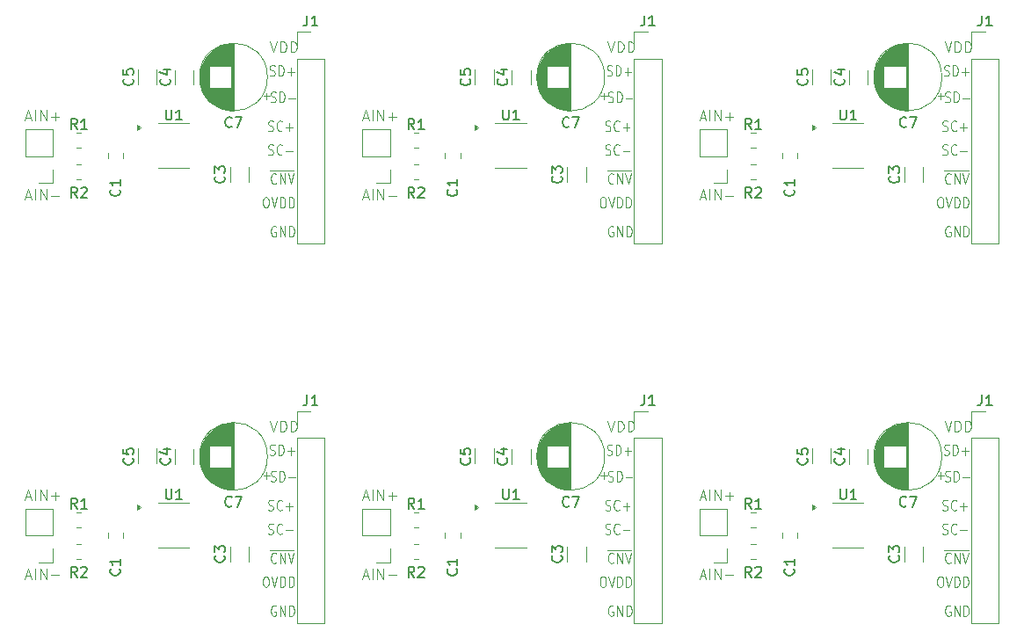
<source format=gbr>
%TF.GenerationSoftware,KiCad,Pcbnew,8.0.4*%
%TF.CreationDate,2024-08-17T22:53:07+02:00*%
%TF.ProjectId,,58585858-5858-4585-9858-585858585858,rev?*%
%TF.SameCoordinates,Original*%
%TF.FileFunction,Legend,Top*%
%TF.FilePolarity,Positive*%
%FSLAX46Y46*%
G04 Gerber Fmt 4.6, Leading zero omitted, Abs format (unit mm)*
G04 Created by KiCad (PCBNEW 8.0.4) date 2024-08-17 22:53:07*
%MOMM*%
%LPD*%
G01*
G04 APERTURE LIST*
%ADD10C,0.100000*%
%ADD11C,0.150000*%
%ADD12C,0.120000*%
G04 APERTURE END LIST*
D10*
X157617693Y-43843300D02*
X157739122Y-43890919D01*
X157739122Y-43890919D02*
X157941503Y-43890919D01*
X157941503Y-43890919D02*
X158022455Y-43843300D01*
X158022455Y-43843300D02*
X158062931Y-43795680D01*
X158062931Y-43795680D02*
X158103408Y-43700442D01*
X158103408Y-43700442D02*
X158103408Y-43605204D01*
X158103408Y-43605204D02*
X158062931Y-43509966D01*
X158062931Y-43509966D02*
X158022455Y-43462347D01*
X158022455Y-43462347D02*
X157941503Y-43414728D01*
X157941503Y-43414728D02*
X157779598Y-43367109D01*
X157779598Y-43367109D02*
X157698646Y-43319490D01*
X157698646Y-43319490D02*
X157658169Y-43271871D01*
X157658169Y-43271871D02*
X157617693Y-43176633D01*
X157617693Y-43176633D02*
X157617693Y-43081395D01*
X157617693Y-43081395D02*
X157658169Y-42986157D01*
X157658169Y-42986157D02*
X157698646Y-42938538D01*
X157698646Y-42938538D02*
X157779598Y-42890919D01*
X157779598Y-42890919D02*
X157981979Y-42890919D01*
X157981979Y-42890919D02*
X158103408Y-42938538D01*
X158953408Y-43795680D02*
X158912932Y-43843300D01*
X158912932Y-43843300D02*
X158791503Y-43890919D01*
X158791503Y-43890919D02*
X158710551Y-43890919D01*
X158710551Y-43890919D02*
X158589122Y-43843300D01*
X158589122Y-43843300D02*
X158508170Y-43748061D01*
X158508170Y-43748061D02*
X158467693Y-43652823D01*
X158467693Y-43652823D02*
X158427217Y-43462347D01*
X158427217Y-43462347D02*
X158427217Y-43319490D01*
X158427217Y-43319490D02*
X158467693Y-43129014D01*
X158467693Y-43129014D02*
X158508170Y-43033776D01*
X158508170Y-43033776D02*
X158589122Y-42938538D01*
X158589122Y-42938538D02*
X158710551Y-42890919D01*
X158710551Y-42890919D02*
X158791503Y-42890919D01*
X158791503Y-42890919D02*
X158912932Y-42938538D01*
X158912932Y-42938538D02*
X158953408Y-42986157D01*
X159317693Y-43509966D02*
X159965313Y-43509966D01*
X159641503Y-43890919D02*
X159641503Y-43129014D01*
X189792074Y-50256919D02*
X189953979Y-50256919D01*
X189953979Y-50256919D02*
X190034931Y-50304538D01*
X190034931Y-50304538D02*
X190115884Y-50399776D01*
X190115884Y-50399776D02*
X190156360Y-50590252D01*
X190156360Y-50590252D02*
X190156360Y-50923585D01*
X190156360Y-50923585D02*
X190115884Y-51114061D01*
X190115884Y-51114061D02*
X190034931Y-51209300D01*
X190034931Y-51209300D02*
X189953979Y-51256919D01*
X189953979Y-51256919D02*
X189792074Y-51256919D01*
X189792074Y-51256919D02*
X189711122Y-51209300D01*
X189711122Y-51209300D02*
X189630169Y-51114061D01*
X189630169Y-51114061D02*
X189589693Y-50923585D01*
X189589693Y-50923585D02*
X189589693Y-50590252D01*
X189589693Y-50590252D02*
X189630169Y-50399776D01*
X189630169Y-50399776D02*
X189711122Y-50304538D01*
X189711122Y-50304538D02*
X189792074Y-50256919D01*
X190399217Y-50256919D02*
X190682550Y-51256919D01*
X190682550Y-51256919D02*
X190965884Y-50256919D01*
X191249216Y-51256919D02*
X191249216Y-50256919D01*
X191249216Y-50256919D02*
X191451597Y-50256919D01*
X191451597Y-50256919D02*
X191573026Y-50304538D01*
X191573026Y-50304538D02*
X191653978Y-50399776D01*
X191653978Y-50399776D02*
X191694455Y-50495014D01*
X191694455Y-50495014D02*
X191734931Y-50685490D01*
X191734931Y-50685490D02*
X191734931Y-50828347D01*
X191734931Y-50828347D02*
X191694455Y-51018823D01*
X191694455Y-51018823D02*
X191653978Y-51114061D01*
X191653978Y-51114061D02*
X191573026Y-51209300D01*
X191573026Y-51209300D02*
X191451597Y-51256919D01*
X191451597Y-51256919D02*
X191249216Y-51256919D01*
X192099216Y-51256919D02*
X192099216Y-50256919D01*
X192099216Y-50256919D02*
X192301597Y-50256919D01*
X192301597Y-50256919D02*
X192423026Y-50304538D01*
X192423026Y-50304538D02*
X192503978Y-50399776D01*
X192503978Y-50399776D02*
X192544455Y-50495014D01*
X192544455Y-50495014D02*
X192584931Y-50685490D01*
X192584931Y-50685490D02*
X192584931Y-50828347D01*
X192584931Y-50828347D02*
X192544455Y-51018823D01*
X192544455Y-51018823D02*
X192503978Y-51114061D01*
X192503978Y-51114061D02*
X192423026Y-51209300D01*
X192423026Y-51209300D02*
X192301597Y-51256919D01*
X192301597Y-51256919D02*
X192099216Y-51256919D01*
X125877408Y-89642538D02*
X125796455Y-89594919D01*
X125796455Y-89594919D02*
X125675027Y-89594919D01*
X125675027Y-89594919D02*
X125553598Y-89642538D01*
X125553598Y-89642538D02*
X125472646Y-89737776D01*
X125472646Y-89737776D02*
X125432169Y-89833014D01*
X125432169Y-89833014D02*
X125391693Y-90023490D01*
X125391693Y-90023490D02*
X125391693Y-90166347D01*
X125391693Y-90166347D02*
X125432169Y-90356823D01*
X125432169Y-90356823D02*
X125472646Y-90452061D01*
X125472646Y-90452061D02*
X125553598Y-90547300D01*
X125553598Y-90547300D02*
X125675027Y-90594919D01*
X125675027Y-90594919D02*
X125755979Y-90594919D01*
X125755979Y-90594919D02*
X125877408Y-90547300D01*
X125877408Y-90547300D02*
X125917884Y-90499680D01*
X125917884Y-90499680D02*
X125917884Y-90166347D01*
X125917884Y-90166347D02*
X125755979Y-90166347D01*
X126282169Y-90594919D02*
X126282169Y-89594919D01*
X126282169Y-89594919D02*
X126767884Y-90594919D01*
X126767884Y-90594919D02*
X126767884Y-89594919D01*
X127172645Y-90594919D02*
X127172645Y-89594919D01*
X127172645Y-89594919D02*
X127375026Y-89594919D01*
X127375026Y-89594919D02*
X127496455Y-89642538D01*
X127496455Y-89642538D02*
X127577407Y-89737776D01*
X127577407Y-89737776D02*
X127617884Y-89833014D01*
X127617884Y-89833014D02*
X127658360Y-90023490D01*
X127658360Y-90023490D02*
X127658360Y-90166347D01*
X127658360Y-90166347D02*
X127617884Y-90356823D01*
X127617884Y-90356823D02*
X127577407Y-90452061D01*
X127577407Y-90452061D02*
X127496455Y-90547300D01*
X127496455Y-90547300D02*
X127375026Y-90594919D01*
X127375026Y-90594919D02*
X127172645Y-90594919D01*
X125137693Y-80387300D02*
X125259122Y-80434919D01*
X125259122Y-80434919D02*
X125461503Y-80434919D01*
X125461503Y-80434919D02*
X125542455Y-80387300D01*
X125542455Y-80387300D02*
X125582931Y-80339680D01*
X125582931Y-80339680D02*
X125623408Y-80244442D01*
X125623408Y-80244442D02*
X125623408Y-80149204D01*
X125623408Y-80149204D02*
X125582931Y-80053966D01*
X125582931Y-80053966D02*
X125542455Y-80006347D01*
X125542455Y-80006347D02*
X125461503Y-79958728D01*
X125461503Y-79958728D02*
X125299598Y-79911109D01*
X125299598Y-79911109D02*
X125218646Y-79863490D01*
X125218646Y-79863490D02*
X125178169Y-79815871D01*
X125178169Y-79815871D02*
X125137693Y-79720633D01*
X125137693Y-79720633D02*
X125137693Y-79625395D01*
X125137693Y-79625395D02*
X125178169Y-79530157D01*
X125178169Y-79530157D02*
X125218646Y-79482538D01*
X125218646Y-79482538D02*
X125299598Y-79434919D01*
X125299598Y-79434919D02*
X125501979Y-79434919D01*
X125501979Y-79434919D02*
X125623408Y-79482538D01*
X126473408Y-80339680D02*
X126432932Y-80387300D01*
X126432932Y-80387300D02*
X126311503Y-80434919D01*
X126311503Y-80434919D02*
X126230551Y-80434919D01*
X126230551Y-80434919D02*
X126109122Y-80387300D01*
X126109122Y-80387300D02*
X126028170Y-80292061D01*
X126028170Y-80292061D02*
X125987693Y-80196823D01*
X125987693Y-80196823D02*
X125947217Y-80006347D01*
X125947217Y-80006347D02*
X125947217Y-79863490D01*
X125947217Y-79863490D02*
X125987693Y-79673014D01*
X125987693Y-79673014D02*
X126028170Y-79577776D01*
X126028170Y-79577776D02*
X126109122Y-79482538D01*
X126109122Y-79482538D02*
X126230551Y-79434919D01*
X126230551Y-79434919D02*
X126311503Y-79434919D01*
X126311503Y-79434919D02*
X126432932Y-79482538D01*
X126432932Y-79482538D02*
X126473408Y-79530157D01*
X126837693Y-80053966D02*
X127485313Y-80053966D01*
X127161503Y-80434919D02*
X127161503Y-79673014D01*
X190252073Y-38509300D02*
X190373502Y-38556919D01*
X190373502Y-38556919D02*
X190575883Y-38556919D01*
X190575883Y-38556919D02*
X190656835Y-38509300D01*
X190656835Y-38509300D02*
X190697311Y-38461680D01*
X190697311Y-38461680D02*
X190737788Y-38366442D01*
X190737788Y-38366442D02*
X190737788Y-38271204D01*
X190737788Y-38271204D02*
X190697311Y-38175966D01*
X190697311Y-38175966D02*
X190656835Y-38128347D01*
X190656835Y-38128347D02*
X190575883Y-38080728D01*
X190575883Y-38080728D02*
X190413978Y-38033109D01*
X190413978Y-38033109D02*
X190333026Y-37985490D01*
X190333026Y-37985490D02*
X190292549Y-37937871D01*
X190292549Y-37937871D02*
X190252073Y-37842633D01*
X190252073Y-37842633D02*
X190252073Y-37747395D01*
X190252073Y-37747395D02*
X190292549Y-37652157D01*
X190292549Y-37652157D02*
X190333026Y-37604538D01*
X190333026Y-37604538D02*
X190413978Y-37556919D01*
X190413978Y-37556919D02*
X190616359Y-37556919D01*
X190616359Y-37556919D02*
X190737788Y-37604538D01*
X191102073Y-38556919D02*
X191102073Y-37556919D01*
X191102073Y-37556919D02*
X191304454Y-37556919D01*
X191304454Y-37556919D02*
X191425883Y-37604538D01*
X191425883Y-37604538D02*
X191506835Y-37699776D01*
X191506835Y-37699776D02*
X191547312Y-37795014D01*
X191547312Y-37795014D02*
X191587788Y-37985490D01*
X191587788Y-37985490D02*
X191587788Y-38128347D01*
X191587788Y-38128347D02*
X191547312Y-38318823D01*
X191547312Y-38318823D02*
X191506835Y-38414061D01*
X191506835Y-38414061D02*
X191425883Y-38509300D01*
X191425883Y-38509300D02*
X191304454Y-38556919D01*
X191304454Y-38556919D02*
X191102073Y-38556919D01*
X191952073Y-38175966D02*
X192599693Y-38175966D01*
X192275883Y-38556919D02*
X192275883Y-37795014D01*
X101798265Y-42589204D02*
X102274455Y-42589204D01*
X101703027Y-42874919D02*
X102036360Y-41874919D01*
X102036360Y-41874919D02*
X102369693Y-42874919D01*
X102703027Y-42874919D02*
X102703027Y-41874919D01*
X103179217Y-42874919D02*
X103179217Y-41874919D01*
X103179217Y-41874919D02*
X103750645Y-42874919D01*
X103750645Y-42874919D02*
X103750645Y-41874919D01*
X104226836Y-42493966D02*
X104988741Y-42493966D01*
X104607788Y-42874919D02*
X104607788Y-42113014D01*
X166758265Y-42589204D02*
X167234455Y-42589204D01*
X166663027Y-42874919D02*
X166996360Y-41874919D01*
X166996360Y-41874919D02*
X167329693Y-42874919D01*
X167663027Y-42874919D02*
X167663027Y-41874919D01*
X168139217Y-42874919D02*
X168139217Y-41874919D01*
X168139217Y-41874919D02*
X168710645Y-42874919D01*
X168710645Y-42874919D02*
X168710645Y-41874919D01*
X169186836Y-42493966D02*
X169948741Y-42493966D01*
X169567788Y-42874919D02*
X169567788Y-42113014D01*
X190285027Y-35270919D02*
X190618360Y-36270919D01*
X190618360Y-36270919D02*
X190951693Y-35270919D01*
X191285027Y-36270919D02*
X191285027Y-35270919D01*
X191285027Y-35270919D02*
X191523122Y-35270919D01*
X191523122Y-35270919D02*
X191665979Y-35318538D01*
X191665979Y-35318538D02*
X191761217Y-35413776D01*
X191761217Y-35413776D02*
X191808836Y-35509014D01*
X191808836Y-35509014D02*
X191856455Y-35699490D01*
X191856455Y-35699490D02*
X191856455Y-35842347D01*
X191856455Y-35842347D02*
X191808836Y-36032823D01*
X191808836Y-36032823D02*
X191761217Y-36128061D01*
X191761217Y-36128061D02*
X191665979Y-36223300D01*
X191665979Y-36223300D02*
X191523122Y-36270919D01*
X191523122Y-36270919D02*
X191285027Y-36270919D01*
X192285027Y-36270919D02*
X192285027Y-35270919D01*
X192285027Y-35270919D02*
X192523122Y-35270919D01*
X192523122Y-35270919D02*
X192665979Y-35318538D01*
X192665979Y-35318538D02*
X192761217Y-35413776D01*
X192761217Y-35413776D02*
X192808836Y-35509014D01*
X192808836Y-35509014D02*
X192856455Y-35699490D01*
X192856455Y-35699490D02*
X192856455Y-35842347D01*
X192856455Y-35842347D02*
X192808836Y-36032823D01*
X192808836Y-36032823D02*
X192761217Y-36128061D01*
X192761217Y-36128061D02*
X192665979Y-36223300D01*
X192665979Y-36223300D02*
X192523122Y-36270919D01*
X192523122Y-36270919D02*
X192285027Y-36270919D01*
X125917884Y-48875680D02*
X125877408Y-48923300D01*
X125877408Y-48923300D02*
X125755979Y-48970919D01*
X125755979Y-48970919D02*
X125675027Y-48970919D01*
X125675027Y-48970919D02*
X125553598Y-48923300D01*
X125553598Y-48923300D02*
X125472646Y-48828061D01*
X125472646Y-48828061D02*
X125432169Y-48732823D01*
X125432169Y-48732823D02*
X125391693Y-48542347D01*
X125391693Y-48542347D02*
X125391693Y-48399490D01*
X125391693Y-48399490D02*
X125432169Y-48209014D01*
X125432169Y-48209014D02*
X125472646Y-48113776D01*
X125472646Y-48113776D02*
X125553598Y-48018538D01*
X125553598Y-48018538D02*
X125675027Y-47970919D01*
X125675027Y-47970919D02*
X125755979Y-47970919D01*
X125755979Y-47970919D02*
X125877408Y-48018538D01*
X125877408Y-48018538D02*
X125917884Y-48066157D01*
X126282169Y-48970919D02*
X126282169Y-47970919D01*
X126282169Y-47970919D02*
X126767884Y-48970919D01*
X126767884Y-48970919D02*
X126767884Y-47970919D01*
X127051217Y-47970919D02*
X127334550Y-48970919D01*
X127334550Y-48970919D02*
X127617884Y-47970919D01*
X125314789Y-47693300D02*
X127613836Y-47693300D01*
X157871693Y-77593300D02*
X157993122Y-77640919D01*
X157993122Y-77640919D02*
X158195503Y-77640919D01*
X158195503Y-77640919D02*
X158276455Y-77593300D01*
X158276455Y-77593300D02*
X158316931Y-77545680D01*
X158316931Y-77545680D02*
X158357408Y-77450442D01*
X158357408Y-77450442D02*
X158357408Y-77355204D01*
X158357408Y-77355204D02*
X158316931Y-77259966D01*
X158316931Y-77259966D02*
X158276455Y-77212347D01*
X158276455Y-77212347D02*
X158195503Y-77164728D01*
X158195503Y-77164728D02*
X158033598Y-77117109D01*
X158033598Y-77117109D02*
X157952646Y-77069490D01*
X157952646Y-77069490D02*
X157912169Y-77021871D01*
X157912169Y-77021871D02*
X157871693Y-76926633D01*
X157871693Y-76926633D02*
X157871693Y-76831395D01*
X157871693Y-76831395D02*
X157912169Y-76736157D01*
X157912169Y-76736157D02*
X157952646Y-76688538D01*
X157952646Y-76688538D02*
X158033598Y-76640919D01*
X158033598Y-76640919D02*
X158235979Y-76640919D01*
X158235979Y-76640919D02*
X158357408Y-76688538D01*
X158721693Y-77640919D02*
X158721693Y-76640919D01*
X158721693Y-76640919D02*
X158924074Y-76640919D01*
X158924074Y-76640919D02*
X159045503Y-76688538D01*
X159045503Y-76688538D02*
X159126455Y-76783776D01*
X159126455Y-76783776D02*
X159166932Y-76879014D01*
X159166932Y-76879014D02*
X159207408Y-77069490D01*
X159207408Y-77069490D02*
X159207408Y-77212347D01*
X159207408Y-77212347D02*
X159166932Y-77402823D01*
X159166932Y-77402823D02*
X159126455Y-77498061D01*
X159126455Y-77498061D02*
X159045503Y-77593300D01*
X159045503Y-77593300D02*
X158924074Y-77640919D01*
X158924074Y-77640919D02*
X158721693Y-77640919D01*
X159571693Y-77259966D02*
X160219313Y-77259966D01*
X190097693Y-82673300D02*
X190219122Y-82720919D01*
X190219122Y-82720919D02*
X190421503Y-82720919D01*
X190421503Y-82720919D02*
X190502455Y-82673300D01*
X190502455Y-82673300D02*
X190542931Y-82625680D01*
X190542931Y-82625680D02*
X190583408Y-82530442D01*
X190583408Y-82530442D02*
X190583408Y-82435204D01*
X190583408Y-82435204D02*
X190542931Y-82339966D01*
X190542931Y-82339966D02*
X190502455Y-82292347D01*
X190502455Y-82292347D02*
X190421503Y-82244728D01*
X190421503Y-82244728D02*
X190259598Y-82197109D01*
X190259598Y-82197109D02*
X190178646Y-82149490D01*
X190178646Y-82149490D02*
X190138169Y-82101871D01*
X190138169Y-82101871D02*
X190097693Y-82006633D01*
X190097693Y-82006633D02*
X190097693Y-81911395D01*
X190097693Y-81911395D02*
X190138169Y-81816157D01*
X190138169Y-81816157D02*
X190178646Y-81768538D01*
X190178646Y-81768538D02*
X190259598Y-81720919D01*
X190259598Y-81720919D02*
X190461979Y-81720919D01*
X190461979Y-81720919D02*
X190583408Y-81768538D01*
X191433408Y-82625680D02*
X191392932Y-82673300D01*
X191392932Y-82673300D02*
X191271503Y-82720919D01*
X191271503Y-82720919D02*
X191190551Y-82720919D01*
X191190551Y-82720919D02*
X191069122Y-82673300D01*
X191069122Y-82673300D02*
X190988170Y-82578061D01*
X190988170Y-82578061D02*
X190947693Y-82482823D01*
X190947693Y-82482823D02*
X190907217Y-82292347D01*
X190907217Y-82292347D02*
X190907217Y-82149490D01*
X190907217Y-82149490D02*
X190947693Y-81959014D01*
X190947693Y-81959014D02*
X190988170Y-81863776D01*
X190988170Y-81863776D02*
X191069122Y-81768538D01*
X191069122Y-81768538D02*
X191190551Y-81720919D01*
X191190551Y-81720919D02*
X191271503Y-81720919D01*
X191271503Y-81720919D02*
X191392932Y-81768538D01*
X191392932Y-81768538D02*
X191433408Y-81816157D01*
X191797693Y-82339966D02*
X192445313Y-82339966D01*
X166758265Y-86753204D02*
X167234455Y-86753204D01*
X166663027Y-87038919D02*
X166996360Y-86038919D01*
X166996360Y-86038919D02*
X167329693Y-87038919D01*
X167663027Y-87038919D02*
X167663027Y-86038919D01*
X168139217Y-87038919D02*
X168139217Y-86038919D01*
X168139217Y-86038919D02*
X168710645Y-87038919D01*
X168710645Y-87038919D02*
X168710645Y-86038919D01*
X169186836Y-86657966D02*
X169948741Y-86657966D01*
X125917884Y-85419680D02*
X125877408Y-85467300D01*
X125877408Y-85467300D02*
X125755979Y-85514919D01*
X125755979Y-85514919D02*
X125675027Y-85514919D01*
X125675027Y-85514919D02*
X125553598Y-85467300D01*
X125553598Y-85467300D02*
X125472646Y-85372061D01*
X125472646Y-85372061D02*
X125432169Y-85276823D01*
X125432169Y-85276823D02*
X125391693Y-85086347D01*
X125391693Y-85086347D02*
X125391693Y-84943490D01*
X125391693Y-84943490D02*
X125432169Y-84753014D01*
X125432169Y-84753014D02*
X125472646Y-84657776D01*
X125472646Y-84657776D02*
X125553598Y-84562538D01*
X125553598Y-84562538D02*
X125675027Y-84514919D01*
X125675027Y-84514919D02*
X125755979Y-84514919D01*
X125755979Y-84514919D02*
X125877408Y-84562538D01*
X125877408Y-84562538D02*
X125917884Y-84610157D01*
X126282169Y-85514919D02*
X126282169Y-84514919D01*
X126282169Y-84514919D02*
X126767884Y-85514919D01*
X126767884Y-85514919D02*
X126767884Y-84514919D01*
X127051217Y-84514919D02*
X127334550Y-85514919D01*
X127334550Y-85514919D02*
X127617884Y-84514919D01*
X125314789Y-84237300D02*
X127613836Y-84237300D01*
X190877884Y-85419680D02*
X190837408Y-85467300D01*
X190837408Y-85467300D02*
X190715979Y-85514919D01*
X190715979Y-85514919D02*
X190635027Y-85514919D01*
X190635027Y-85514919D02*
X190513598Y-85467300D01*
X190513598Y-85467300D02*
X190432646Y-85372061D01*
X190432646Y-85372061D02*
X190392169Y-85276823D01*
X190392169Y-85276823D02*
X190351693Y-85086347D01*
X190351693Y-85086347D02*
X190351693Y-84943490D01*
X190351693Y-84943490D02*
X190392169Y-84753014D01*
X190392169Y-84753014D02*
X190432646Y-84657776D01*
X190432646Y-84657776D02*
X190513598Y-84562538D01*
X190513598Y-84562538D02*
X190635027Y-84514919D01*
X190635027Y-84514919D02*
X190715979Y-84514919D01*
X190715979Y-84514919D02*
X190837408Y-84562538D01*
X190837408Y-84562538D02*
X190877884Y-84610157D01*
X191242169Y-85514919D02*
X191242169Y-84514919D01*
X191242169Y-84514919D02*
X191727884Y-85514919D01*
X191727884Y-85514919D02*
X191727884Y-84514919D01*
X192011217Y-84514919D02*
X192294550Y-85514919D01*
X192294550Y-85514919D02*
X192577884Y-84514919D01*
X190274789Y-84237300D02*
X192573836Y-84237300D01*
X125325027Y-71814919D02*
X125658360Y-72814919D01*
X125658360Y-72814919D02*
X125991693Y-71814919D01*
X126325027Y-72814919D02*
X126325027Y-71814919D01*
X126325027Y-71814919D02*
X126563122Y-71814919D01*
X126563122Y-71814919D02*
X126705979Y-71862538D01*
X126705979Y-71862538D02*
X126801217Y-71957776D01*
X126801217Y-71957776D02*
X126848836Y-72053014D01*
X126848836Y-72053014D02*
X126896455Y-72243490D01*
X126896455Y-72243490D02*
X126896455Y-72386347D01*
X126896455Y-72386347D02*
X126848836Y-72576823D01*
X126848836Y-72576823D02*
X126801217Y-72672061D01*
X126801217Y-72672061D02*
X126705979Y-72767300D01*
X126705979Y-72767300D02*
X126563122Y-72814919D01*
X126563122Y-72814919D02*
X126325027Y-72814919D01*
X127325027Y-72814919D02*
X127325027Y-71814919D01*
X127325027Y-71814919D02*
X127563122Y-71814919D01*
X127563122Y-71814919D02*
X127705979Y-71862538D01*
X127705979Y-71862538D02*
X127801217Y-71957776D01*
X127801217Y-71957776D02*
X127848836Y-72053014D01*
X127848836Y-72053014D02*
X127896455Y-72243490D01*
X127896455Y-72243490D02*
X127896455Y-72386347D01*
X127896455Y-72386347D02*
X127848836Y-72576823D01*
X127848836Y-72576823D02*
X127801217Y-72672061D01*
X127801217Y-72672061D02*
X127705979Y-72767300D01*
X127705979Y-72767300D02*
X127563122Y-72814919D01*
X127563122Y-72814919D02*
X127325027Y-72814919D01*
X190351693Y-77593300D02*
X190473122Y-77640919D01*
X190473122Y-77640919D02*
X190675503Y-77640919D01*
X190675503Y-77640919D02*
X190756455Y-77593300D01*
X190756455Y-77593300D02*
X190796931Y-77545680D01*
X190796931Y-77545680D02*
X190837408Y-77450442D01*
X190837408Y-77450442D02*
X190837408Y-77355204D01*
X190837408Y-77355204D02*
X190796931Y-77259966D01*
X190796931Y-77259966D02*
X190756455Y-77212347D01*
X190756455Y-77212347D02*
X190675503Y-77164728D01*
X190675503Y-77164728D02*
X190513598Y-77117109D01*
X190513598Y-77117109D02*
X190432646Y-77069490D01*
X190432646Y-77069490D02*
X190392169Y-77021871D01*
X190392169Y-77021871D02*
X190351693Y-76926633D01*
X190351693Y-76926633D02*
X190351693Y-76831395D01*
X190351693Y-76831395D02*
X190392169Y-76736157D01*
X190392169Y-76736157D02*
X190432646Y-76688538D01*
X190432646Y-76688538D02*
X190513598Y-76640919D01*
X190513598Y-76640919D02*
X190715979Y-76640919D01*
X190715979Y-76640919D02*
X190837408Y-76688538D01*
X191201693Y-77640919D02*
X191201693Y-76640919D01*
X191201693Y-76640919D02*
X191404074Y-76640919D01*
X191404074Y-76640919D02*
X191525503Y-76688538D01*
X191525503Y-76688538D02*
X191606455Y-76783776D01*
X191606455Y-76783776D02*
X191646932Y-76879014D01*
X191646932Y-76879014D02*
X191687408Y-77069490D01*
X191687408Y-77069490D02*
X191687408Y-77212347D01*
X191687408Y-77212347D02*
X191646932Y-77402823D01*
X191646932Y-77402823D02*
X191606455Y-77498061D01*
X191606455Y-77498061D02*
X191525503Y-77593300D01*
X191525503Y-77593300D02*
X191404074Y-77640919D01*
X191404074Y-77640919D02*
X191201693Y-77640919D01*
X192051693Y-77259966D02*
X192699313Y-77259966D01*
X134278265Y-42589204D02*
X134754455Y-42589204D01*
X134183027Y-42874919D02*
X134516360Y-41874919D01*
X134516360Y-41874919D02*
X134849693Y-42874919D01*
X135183027Y-42874919D02*
X135183027Y-41874919D01*
X135659217Y-42874919D02*
X135659217Y-41874919D01*
X135659217Y-41874919D02*
X136230645Y-42874919D01*
X136230645Y-42874919D02*
X136230645Y-41874919D01*
X136706836Y-42493966D02*
X137468741Y-42493966D01*
X137087788Y-42874919D02*
X137087788Y-42113014D01*
X125391693Y-77593300D02*
X125513122Y-77640919D01*
X125513122Y-77640919D02*
X125715503Y-77640919D01*
X125715503Y-77640919D02*
X125796455Y-77593300D01*
X125796455Y-77593300D02*
X125836931Y-77545680D01*
X125836931Y-77545680D02*
X125877408Y-77450442D01*
X125877408Y-77450442D02*
X125877408Y-77355204D01*
X125877408Y-77355204D02*
X125836931Y-77259966D01*
X125836931Y-77259966D02*
X125796455Y-77212347D01*
X125796455Y-77212347D02*
X125715503Y-77164728D01*
X125715503Y-77164728D02*
X125553598Y-77117109D01*
X125553598Y-77117109D02*
X125472646Y-77069490D01*
X125472646Y-77069490D02*
X125432169Y-77021871D01*
X125432169Y-77021871D02*
X125391693Y-76926633D01*
X125391693Y-76926633D02*
X125391693Y-76831395D01*
X125391693Y-76831395D02*
X125432169Y-76736157D01*
X125432169Y-76736157D02*
X125472646Y-76688538D01*
X125472646Y-76688538D02*
X125553598Y-76640919D01*
X125553598Y-76640919D02*
X125755979Y-76640919D01*
X125755979Y-76640919D02*
X125877408Y-76688538D01*
X126241693Y-77640919D02*
X126241693Y-76640919D01*
X126241693Y-76640919D02*
X126444074Y-76640919D01*
X126444074Y-76640919D02*
X126565503Y-76688538D01*
X126565503Y-76688538D02*
X126646455Y-76783776D01*
X126646455Y-76783776D02*
X126686932Y-76879014D01*
X126686932Y-76879014D02*
X126727408Y-77069490D01*
X126727408Y-77069490D02*
X126727408Y-77212347D01*
X126727408Y-77212347D02*
X126686932Y-77402823D01*
X126686932Y-77402823D02*
X126646455Y-77498061D01*
X126646455Y-77498061D02*
X126565503Y-77593300D01*
X126565503Y-77593300D02*
X126444074Y-77640919D01*
X126444074Y-77640919D02*
X126241693Y-77640919D01*
X127091693Y-77259966D02*
X127739313Y-77259966D01*
X190097693Y-46129300D02*
X190219122Y-46176919D01*
X190219122Y-46176919D02*
X190421503Y-46176919D01*
X190421503Y-46176919D02*
X190502455Y-46129300D01*
X190502455Y-46129300D02*
X190542931Y-46081680D01*
X190542931Y-46081680D02*
X190583408Y-45986442D01*
X190583408Y-45986442D02*
X190583408Y-45891204D01*
X190583408Y-45891204D02*
X190542931Y-45795966D01*
X190542931Y-45795966D02*
X190502455Y-45748347D01*
X190502455Y-45748347D02*
X190421503Y-45700728D01*
X190421503Y-45700728D02*
X190259598Y-45653109D01*
X190259598Y-45653109D02*
X190178646Y-45605490D01*
X190178646Y-45605490D02*
X190138169Y-45557871D01*
X190138169Y-45557871D02*
X190097693Y-45462633D01*
X190097693Y-45462633D02*
X190097693Y-45367395D01*
X190097693Y-45367395D02*
X190138169Y-45272157D01*
X190138169Y-45272157D02*
X190178646Y-45224538D01*
X190178646Y-45224538D02*
X190259598Y-45176919D01*
X190259598Y-45176919D02*
X190461979Y-45176919D01*
X190461979Y-45176919D02*
X190583408Y-45224538D01*
X191433408Y-46081680D02*
X191392932Y-46129300D01*
X191392932Y-46129300D02*
X191271503Y-46176919D01*
X191271503Y-46176919D02*
X191190551Y-46176919D01*
X191190551Y-46176919D02*
X191069122Y-46129300D01*
X191069122Y-46129300D02*
X190988170Y-46034061D01*
X190988170Y-46034061D02*
X190947693Y-45938823D01*
X190947693Y-45938823D02*
X190907217Y-45748347D01*
X190907217Y-45748347D02*
X190907217Y-45605490D01*
X190907217Y-45605490D02*
X190947693Y-45415014D01*
X190947693Y-45415014D02*
X190988170Y-45319776D01*
X190988170Y-45319776D02*
X191069122Y-45224538D01*
X191069122Y-45224538D02*
X191190551Y-45176919D01*
X191190551Y-45176919D02*
X191271503Y-45176919D01*
X191271503Y-45176919D02*
X191392932Y-45224538D01*
X191392932Y-45224538D02*
X191433408Y-45272157D01*
X191797693Y-45795966D02*
X192445313Y-45795966D01*
X190097693Y-80387300D02*
X190219122Y-80434919D01*
X190219122Y-80434919D02*
X190421503Y-80434919D01*
X190421503Y-80434919D02*
X190502455Y-80387300D01*
X190502455Y-80387300D02*
X190542931Y-80339680D01*
X190542931Y-80339680D02*
X190583408Y-80244442D01*
X190583408Y-80244442D02*
X190583408Y-80149204D01*
X190583408Y-80149204D02*
X190542931Y-80053966D01*
X190542931Y-80053966D02*
X190502455Y-80006347D01*
X190502455Y-80006347D02*
X190421503Y-79958728D01*
X190421503Y-79958728D02*
X190259598Y-79911109D01*
X190259598Y-79911109D02*
X190178646Y-79863490D01*
X190178646Y-79863490D02*
X190138169Y-79815871D01*
X190138169Y-79815871D02*
X190097693Y-79720633D01*
X190097693Y-79720633D02*
X190097693Y-79625395D01*
X190097693Y-79625395D02*
X190138169Y-79530157D01*
X190138169Y-79530157D02*
X190178646Y-79482538D01*
X190178646Y-79482538D02*
X190259598Y-79434919D01*
X190259598Y-79434919D02*
X190461979Y-79434919D01*
X190461979Y-79434919D02*
X190583408Y-79482538D01*
X191433408Y-80339680D02*
X191392932Y-80387300D01*
X191392932Y-80387300D02*
X191271503Y-80434919D01*
X191271503Y-80434919D02*
X191190551Y-80434919D01*
X191190551Y-80434919D02*
X191069122Y-80387300D01*
X191069122Y-80387300D02*
X190988170Y-80292061D01*
X190988170Y-80292061D02*
X190947693Y-80196823D01*
X190947693Y-80196823D02*
X190907217Y-80006347D01*
X190907217Y-80006347D02*
X190907217Y-79863490D01*
X190907217Y-79863490D02*
X190947693Y-79673014D01*
X190947693Y-79673014D02*
X190988170Y-79577776D01*
X190988170Y-79577776D02*
X191069122Y-79482538D01*
X191069122Y-79482538D02*
X191190551Y-79434919D01*
X191190551Y-79434919D02*
X191271503Y-79434919D01*
X191271503Y-79434919D02*
X191392932Y-79482538D01*
X191392932Y-79482538D02*
X191433408Y-79530157D01*
X191797693Y-80053966D02*
X192445313Y-80053966D01*
X192121503Y-80434919D02*
X192121503Y-79673014D01*
X157312074Y-50256919D02*
X157473979Y-50256919D01*
X157473979Y-50256919D02*
X157554931Y-50304538D01*
X157554931Y-50304538D02*
X157635884Y-50399776D01*
X157635884Y-50399776D02*
X157676360Y-50590252D01*
X157676360Y-50590252D02*
X157676360Y-50923585D01*
X157676360Y-50923585D02*
X157635884Y-51114061D01*
X157635884Y-51114061D02*
X157554931Y-51209300D01*
X157554931Y-51209300D02*
X157473979Y-51256919D01*
X157473979Y-51256919D02*
X157312074Y-51256919D01*
X157312074Y-51256919D02*
X157231122Y-51209300D01*
X157231122Y-51209300D02*
X157150169Y-51114061D01*
X157150169Y-51114061D02*
X157109693Y-50923585D01*
X157109693Y-50923585D02*
X157109693Y-50590252D01*
X157109693Y-50590252D02*
X157150169Y-50399776D01*
X157150169Y-50399776D02*
X157231122Y-50304538D01*
X157231122Y-50304538D02*
X157312074Y-50256919D01*
X157919217Y-50256919D02*
X158202550Y-51256919D01*
X158202550Y-51256919D02*
X158485884Y-50256919D01*
X158769216Y-51256919D02*
X158769216Y-50256919D01*
X158769216Y-50256919D02*
X158971597Y-50256919D01*
X158971597Y-50256919D02*
X159093026Y-50304538D01*
X159093026Y-50304538D02*
X159173978Y-50399776D01*
X159173978Y-50399776D02*
X159214455Y-50495014D01*
X159214455Y-50495014D02*
X159254931Y-50685490D01*
X159254931Y-50685490D02*
X159254931Y-50828347D01*
X159254931Y-50828347D02*
X159214455Y-51018823D01*
X159214455Y-51018823D02*
X159173978Y-51114061D01*
X159173978Y-51114061D02*
X159093026Y-51209300D01*
X159093026Y-51209300D02*
X158971597Y-51256919D01*
X158971597Y-51256919D02*
X158769216Y-51256919D01*
X159619216Y-51256919D02*
X159619216Y-50256919D01*
X159619216Y-50256919D02*
X159821597Y-50256919D01*
X159821597Y-50256919D02*
X159943026Y-50304538D01*
X159943026Y-50304538D02*
X160023978Y-50399776D01*
X160023978Y-50399776D02*
X160064455Y-50495014D01*
X160064455Y-50495014D02*
X160104931Y-50685490D01*
X160104931Y-50685490D02*
X160104931Y-50828347D01*
X160104931Y-50828347D02*
X160064455Y-51018823D01*
X160064455Y-51018823D02*
X160023978Y-51114061D01*
X160023978Y-51114061D02*
X159943026Y-51209300D01*
X159943026Y-51209300D02*
X159821597Y-51256919D01*
X159821597Y-51256919D02*
X159619216Y-51256919D01*
X125325027Y-35270919D02*
X125658360Y-36270919D01*
X125658360Y-36270919D02*
X125991693Y-35270919D01*
X126325027Y-36270919D02*
X126325027Y-35270919D01*
X126325027Y-35270919D02*
X126563122Y-35270919D01*
X126563122Y-35270919D02*
X126705979Y-35318538D01*
X126705979Y-35318538D02*
X126801217Y-35413776D01*
X126801217Y-35413776D02*
X126848836Y-35509014D01*
X126848836Y-35509014D02*
X126896455Y-35699490D01*
X126896455Y-35699490D02*
X126896455Y-35842347D01*
X126896455Y-35842347D02*
X126848836Y-36032823D01*
X126848836Y-36032823D02*
X126801217Y-36128061D01*
X126801217Y-36128061D02*
X126705979Y-36223300D01*
X126705979Y-36223300D02*
X126563122Y-36270919D01*
X126563122Y-36270919D02*
X126325027Y-36270919D01*
X127325027Y-36270919D02*
X127325027Y-35270919D01*
X127325027Y-35270919D02*
X127563122Y-35270919D01*
X127563122Y-35270919D02*
X127705979Y-35318538D01*
X127705979Y-35318538D02*
X127801217Y-35413776D01*
X127801217Y-35413776D02*
X127848836Y-35509014D01*
X127848836Y-35509014D02*
X127896455Y-35699490D01*
X127896455Y-35699490D02*
X127896455Y-35842347D01*
X127896455Y-35842347D02*
X127848836Y-36032823D01*
X127848836Y-36032823D02*
X127801217Y-36128061D01*
X127801217Y-36128061D02*
X127705979Y-36223300D01*
X127705979Y-36223300D02*
X127563122Y-36270919D01*
X127563122Y-36270919D02*
X127325027Y-36270919D01*
X190351693Y-41049300D02*
X190473122Y-41096919D01*
X190473122Y-41096919D02*
X190675503Y-41096919D01*
X190675503Y-41096919D02*
X190756455Y-41049300D01*
X190756455Y-41049300D02*
X190796931Y-41001680D01*
X190796931Y-41001680D02*
X190837408Y-40906442D01*
X190837408Y-40906442D02*
X190837408Y-40811204D01*
X190837408Y-40811204D02*
X190796931Y-40715966D01*
X190796931Y-40715966D02*
X190756455Y-40668347D01*
X190756455Y-40668347D02*
X190675503Y-40620728D01*
X190675503Y-40620728D02*
X190513598Y-40573109D01*
X190513598Y-40573109D02*
X190432646Y-40525490D01*
X190432646Y-40525490D02*
X190392169Y-40477871D01*
X190392169Y-40477871D02*
X190351693Y-40382633D01*
X190351693Y-40382633D02*
X190351693Y-40287395D01*
X190351693Y-40287395D02*
X190392169Y-40192157D01*
X190392169Y-40192157D02*
X190432646Y-40144538D01*
X190432646Y-40144538D02*
X190513598Y-40096919D01*
X190513598Y-40096919D02*
X190715979Y-40096919D01*
X190715979Y-40096919D02*
X190837408Y-40144538D01*
X191201693Y-41096919D02*
X191201693Y-40096919D01*
X191201693Y-40096919D02*
X191404074Y-40096919D01*
X191404074Y-40096919D02*
X191525503Y-40144538D01*
X191525503Y-40144538D02*
X191606455Y-40239776D01*
X191606455Y-40239776D02*
X191646932Y-40335014D01*
X191646932Y-40335014D02*
X191687408Y-40525490D01*
X191687408Y-40525490D02*
X191687408Y-40668347D01*
X191687408Y-40668347D02*
X191646932Y-40858823D01*
X191646932Y-40858823D02*
X191606455Y-40954061D01*
X191606455Y-40954061D02*
X191525503Y-41049300D01*
X191525503Y-41049300D02*
X191404074Y-41096919D01*
X191404074Y-41096919D02*
X191201693Y-41096919D01*
X192051693Y-40715966D02*
X192699313Y-40715966D01*
X124832074Y-50256919D02*
X124993979Y-50256919D01*
X124993979Y-50256919D02*
X125074931Y-50304538D01*
X125074931Y-50304538D02*
X125155884Y-50399776D01*
X125155884Y-50399776D02*
X125196360Y-50590252D01*
X125196360Y-50590252D02*
X125196360Y-50923585D01*
X125196360Y-50923585D02*
X125155884Y-51114061D01*
X125155884Y-51114061D02*
X125074931Y-51209300D01*
X125074931Y-51209300D02*
X124993979Y-51256919D01*
X124993979Y-51256919D02*
X124832074Y-51256919D01*
X124832074Y-51256919D02*
X124751122Y-51209300D01*
X124751122Y-51209300D02*
X124670169Y-51114061D01*
X124670169Y-51114061D02*
X124629693Y-50923585D01*
X124629693Y-50923585D02*
X124629693Y-50590252D01*
X124629693Y-50590252D02*
X124670169Y-50399776D01*
X124670169Y-50399776D02*
X124751122Y-50304538D01*
X124751122Y-50304538D02*
X124832074Y-50256919D01*
X125439217Y-50256919D02*
X125722550Y-51256919D01*
X125722550Y-51256919D02*
X126005884Y-50256919D01*
X126289216Y-51256919D02*
X126289216Y-50256919D01*
X126289216Y-50256919D02*
X126491597Y-50256919D01*
X126491597Y-50256919D02*
X126613026Y-50304538D01*
X126613026Y-50304538D02*
X126693978Y-50399776D01*
X126693978Y-50399776D02*
X126734455Y-50495014D01*
X126734455Y-50495014D02*
X126774931Y-50685490D01*
X126774931Y-50685490D02*
X126774931Y-50828347D01*
X126774931Y-50828347D02*
X126734455Y-51018823D01*
X126734455Y-51018823D02*
X126693978Y-51114061D01*
X126693978Y-51114061D02*
X126613026Y-51209300D01*
X126613026Y-51209300D02*
X126491597Y-51256919D01*
X126491597Y-51256919D02*
X126289216Y-51256919D01*
X127139216Y-51256919D02*
X127139216Y-50256919D01*
X127139216Y-50256919D02*
X127341597Y-50256919D01*
X127341597Y-50256919D02*
X127463026Y-50304538D01*
X127463026Y-50304538D02*
X127543978Y-50399776D01*
X127543978Y-50399776D02*
X127584455Y-50495014D01*
X127584455Y-50495014D02*
X127624931Y-50685490D01*
X127624931Y-50685490D02*
X127624931Y-50828347D01*
X127624931Y-50828347D02*
X127584455Y-51018823D01*
X127584455Y-51018823D02*
X127543978Y-51114061D01*
X127543978Y-51114061D02*
X127463026Y-51209300D01*
X127463026Y-51209300D02*
X127341597Y-51256919D01*
X127341597Y-51256919D02*
X127139216Y-51256919D01*
X134278265Y-50209204D02*
X134754455Y-50209204D01*
X134183027Y-50494919D02*
X134516360Y-49494919D01*
X134516360Y-49494919D02*
X134849693Y-50494919D01*
X135183027Y-50494919D02*
X135183027Y-49494919D01*
X135659217Y-50494919D02*
X135659217Y-49494919D01*
X135659217Y-49494919D02*
X136230645Y-50494919D01*
X136230645Y-50494919D02*
X136230645Y-49494919D01*
X136706836Y-50113966D02*
X137468741Y-50113966D01*
X190837408Y-89642538D02*
X190756455Y-89594919D01*
X190756455Y-89594919D02*
X190635027Y-89594919D01*
X190635027Y-89594919D02*
X190513598Y-89642538D01*
X190513598Y-89642538D02*
X190432646Y-89737776D01*
X190432646Y-89737776D02*
X190392169Y-89833014D01*
X190392169Y-89833014D02*
X190351693Y-90023490D01*
X190351693Y-90023490D02*
X190351693Y-90166347D01*
X190351693Y-90166347D02*
X190392169Y-90356823D01*
X190392169Y-90356823D02*
X190432646Y-90452061D01*
X190432646Y-90452061D02*
X190513598Y-90547300D01*
X190513598Y-90547300D02*
X190635027Y-90594919D01*
X190635027Y-90594919D02*
X190715979Y-90594919D01*
X190715979Y-90594919D02*
X190837408Y-90547300D01*
X190837408Y-90547300D02*
X190877884Y-90499680D01*
X190877884Y-90499680D02*
X190877884Y-90166347D01*
X190877884Y-90166347D02*
X190715979Y-90166347D01*
X191242169Y-90594919D02*
X191242169Y-89594919D01*
X191242169Y-89594919D02*
X191727884Y-90594919D01*
X191727884Y-90594919D02*
X191727884Y-89594919D01*
X192132645Y-90594919D02*
X192132645Y-89594919D01*
X192132645Y-89594919D02*
X192335026Y-89594919D01*
X192335026Y-89594919D02*
X192456455Y-89642538D01*
X192456455Y-89642538D02*
X192537407Y-89737776D01*
X192537407Y-89737776D02*
X192577884Y-89833014D01*
X192577884Y-89833014D02*
X192618360Y-90023490D01*
X192618360Y-90023490D02*
X192618360Y-90166347D01*
X192618360Y-90166347D02*
X192577884Y-90356823D01*
X192577884Y-90356823D02*
X192537407Y-90452061D01*
X192537407Y-90452061D02*
X192456455Y-90547300D01*
X192456455Y-90547300D02*
X192335026Y-90594919D01*
X192335026Y-90594919D02*
X192132645Y-90594919D01*
X190837408Y-53098538D02*
X190756455Y-53050919D01*
X190756455Y-53050919D02*
X190635027Y-53050919D01*
X190635027Y-53050919D02*
X190513598Y-53098538D01*
X190513598Y-53098538D02*
X190432646Y-53193776D01*
X190432646Y-53193776D02*
X190392169Y-53289014D01*
X190392169Y-53289014D02*
X190351693Y-53479490D01*
X190351693Y-53479490D02*
X190351693Y-53622347D01*
X190351693Y-53622347D02*
X190392169Y-53812823D01*
X190392169Y-53812823D02*
X190432646Y-53908061D01*
X190432646Y-53908061D02*
X190513598Y-54003300D01*
X190513598Y-54003300D02*
X190635027Y-54050919D01*
X190635027Y-54050919D02*
X190715979Y-54050919D01*
X190715979Y-54050919D02*
X190837408Y-54003300D01*
X190837408Y-54003300D02*
X190877884Y-53955680D01*
X190877884Y-53955680D02*
X190877884Y-53622347D01*
X190877884Y-53622347D02*
X190715979Y-53622347D01*
X191242169Y-54050919D02*
X191242169Y-53050919D01*
X191242169Y-53050919D02*
X191727884Y-54050919D01*
X191727884Y-54050919D02*
X191727884Y-53050919D01*
X192132645Y-54050919D02*
X192132645Y-53050919D01*
X192132645Y-53050919D02*
X192335026Y-53050919D01*
X192335026Y-53050919D02*
X192456455Y-53098538D01*
X192456455Y-53098538D02*
X192537407Y-53193776D01*
X192537407Y-53193776D02*
X192577884Y-53289014D01*
X192577884Y-53289014D02*
X192618360Y-53479490D01*
X192618360Y-53479490D02*
X192618360Y-53622347D01*
X192618360Y-53622347D02*
X192577884Y-53812823D01*
X192577884Y-53812823D02*
X192537407Y-53908061D01*
X192537407Y-53908061D02*
X192456455Y-54003300D01*
X192456455Y-54003300D02*
X192335026Y-54050919D01*
X192335026Y-54050919D02*
X192132645Y-54050919D01*
X125137693Y-43843300D02*
X125259122Y-43890919D01*
X125259122Y-43890919D02*
X125461503Y-43890919D01*
X125461503Y-43890919D02*
X125542455Y-43843300D01*
X125542455Y-43843300D02*
X125582931Y-43795680D01*
X125582931Y-43795680D02*
X125623408Y-43700442D01*
X125623408Y-43700442D02*
X125623408Y-43605204D01*
X125623408Y-43605204D02*
X125582931Y-43509966D01*
X125582931Y-43509966D02*
X125542455Y-43462347D01*
X125542455Y-43462347D02*
X125461503Y-43414728D01*
X125461503Y-43414728D02*
X125299598Y-43367109D01*
X125299598Y-43367109D02*
X125218646Y-43319490D01*
X125218646Y-43319490D02*
X125178169Y-43271871D01*
X125178169Y-43271871D02*
X125137693Y-43176633D01*
X125137693Y-43176633D02*
X125137693Y-43081395D01*
X125137693Y-43081395D02*
X125178169Y-42986157D01*
X125178169Y-42986157D02*
X125218646Y-42938538D01*
X125218646Y-42938538D02*
X125299598Y-42890919D01*
X125299598Y-42890919D02*
X125501979Y-42890919D01*
X125501979Y-42890919D02*
X125623408Y-42938538D01*
X126473408Y-43795680D02*
X126432932Y-43843300D01*
X126432932Y-43843300D02*
X126311503Y-43890919D01*
X126311503Y-43890919D02*
X126230551Y-43890919D01*
X126230551Y-43890919D02*
X126109122Y-43843300D01*
X126109122Y-43843300D02*
X126028170Y-43748061D01*
X126028170Y-43748061D02*
X125987693Y-43652823D01*
X125987693Y-43652823D02*
X125947217Y-43462347D01*
X125947217Y-43462347D02*
X125947217Y-43319490D01*
X125947217Y-43319490D02*
X125987693Y-43129014D01*
X125987693Y-43129014D02*
X126028170Y-43033776D01*
X126028170Y-43033776D02*
X126109122Y-42938538D01*
X126109122Y-42938538D02*
X126230551Y-42890919D01*
X126230551Y-42890919D02*
X126311503Y-42890919D01*
X126311503Y-42890919D02*
X126432932Y-42938538D01*
X126432932Y-42938538D02*
X126473408Y-42986157D01*
X126837693Y-43509966D02*
X127485313Y-43509966D01*
X127161503Y-43890919D02*
X127161503Y-43129014D01*
X124832074Y-86800919D02*
X124993979Y-86800919D01*
X124993979Y-86800919D02*
X125074931Y-86848538D01*
X125074931Y-86848538D02*
X125155884Y-86943776D01*
X125155884Y-86943776D02*
X125196360Y-87134252D01*
X125196360Y-87134252D02*
X125196360Y-87467585D01*
X125196360Y-87467585D02*
X125155884Y-87658061D01*
X125155884Y-87658061D02*
X125074931Y-87753300D01*
X125074931Y-87753300D02*
X124993979Y-87800919D01*
X124993979Y-87800919D02*
X124832074Y-87800919D01*
X124832074Y-87800919D02*
X124751122Y-87753300D01*
X124751122Y-87753300D02*
X124670169Y-87658061D01*
X124670169Y-87658061D02*
X124629693Y-87467585D01*
X124629693Y-87467585D02*
X124629693Y-87134252D01*
X124629693Y-87134252D02*
X124670169Y-86943776D01*
X124670169Y-86943776D02*
X124751122Y-86848538D01*
X124751122Y-86848538D02*
X124832074Y-86800919D01*
X125439217Y-86800919D02*
X125722550Y-87800919D01*
X125722550Y-87800919D02*
X126005884Y-86800919D01*
X126289216Y-87800919D02*
X126289216Y-86800919D01*
X126289216Y-86800919D02*
X126491597Y-86800919D01*
X126491597Y-86800919D02*
X126613026Y-86848538D01*
X126613026Y-86848538D02*
X126693978Y-86943776D01*
X126693978Y-86943776D02*
X126734455Y-87039014D01*
X126734455Y-87039014D02*
X126774931Y-87229490D01*
X126774931Y-87229490D02*
X126774931Y-87372347D01*
X126774931Y-87372347D02*
X126734455Y-87562823D01*
X126734455Y-87562823D02*
X126693978Y-87658061D01*
X126693978Y-87658061D02*
X126613026Y-87753300D01*
X126613026Y-87753300D02*
X126491597Y-87800919D01*
X126491597Y-87800919D02*
X126289216Y-87800919D01*
X127139216Y-87800919D02*
X127139216Y-86800919D01*
X127139216Y-86800919D02*
X127341597Y-86800919D01*
X127341597Y-86800919D02*
X127463026Y-86848538D01*
X127463026Y-86848538D02*
X127543978Y-86943776D01*
X127543978Y-86943776D02*
X127584455Y-87039014D01*
X127584455Y-87039014D02*
X127624931Y-87229490D01*
X127624931Y-87229490D02*
X127624931Y-87372347D01*
X127624931Y-87372347D02*
X127584455Y-87562823D01*
X127584455Y-87562823D02*
X127543978Y-87658061D01*
X127543978Y-87658061D02*
X127463026Y-87753300D01*
X127463026Y-87753300D02*
X127341597Y-87800919D01*
X127341597Y-87800919D02*
X127139216Y-87800919D01*
X125391693Y-41049300D02*
X125513122Y-41096919D01*
X125513122Y-41096919D02*
X125715503Y-41096919D01*
X125715503Y-41096919D02*
X125796455Y-41049300D01*
X125796455Y-41049300D02*
X125836931Y-41001680D01*
X125836931Y-41001680D02*
X125877408Y-40906442D01*
X125877408Y-40906442D02*
X125877408Y-40811204D01*
X125877408Y-40811204D02*
X125836931Y-40715966D01*
X125836931Y-40715966D02*
X125796455Y-40668347D01*
X125796455Y-40668347D02*
X125715503Y-40620728D01*
X125715503Y-40620728D02*
X125553598Y-40573109D01*
X125553598Y-40573109D02*
X125472646Y-40525490D01*
X125472646Y-40525490D02*
X125432169Y-40477871D01*
X125432169Y-40477871D02*
X125391693Y-40382633D01*
X125391693Y-40382633D02*
X125391693Y-40287395D01*
X125391693Y-40287395D02*
X125432169Y-40192157D01*
X125432169Y-40192157D02*
X125472646Y-40144538D01*
X125472646Y-40144538D02*
X125553598Y-40096919D01*
X125553598Y-40096919D02*
X125755979Y-40096919D01*
X125755979Y-40096919D02*
X125877408Y-40144538D01*
X126241693Y-41096919D02*
X126241693Y-40096919D01*
X126241693Y-40096919D02*
X126444074Y-40096919D01*
X126444074Y-40096919D02*
X126565503Y-40144538D01*
X126565503Y-40144538D02*
X126646455Y-40239776D01*
X126646455Y-40239776D02*
X126686932Y-40335014D01*
X126686932Y-40335014D02*
X126727408Y-40525490D01*
X126727408Y-40525490D02*
X126727408Y-40668347D01*
X126727408Y-40668347D02*
X126686932Y-40858823D01*
X126686932Y-40858823D02*
X126646455Y-40954061D01*
X126646455Y-40954061D02*
X126565503Y-41049300D01*
X126565503Y-41049300D02*
X126444074Y-41096919D01*
X126444074Y-41096919D02*
X126241693Y-41096919D01*
X127091693Y-40715966D02*
X127739313Y-40715966D01*
X157312074Y-86800919D02*
X157473979Y-86800919D01*
X157473979Y-86800919D02*
X157554931Y-86848538D01*
X157554931Y-86848538D02*
X157635884Y-86943776D01*
X157635884Y-86943776D02*
X157676360Y-87134252D01*
X157676360Y-87134252D02*
X157676360Y-87467585D01*
X157676360Y-87467585D02*
X157635884Y-87658061D01*
X157635884Y-87658061D02*
X157554931Y-87753300D01*
X157554931Y-87753300D02*
X157473979Y-87800919D01*
X157473979Y-87800919D02*
X157312074Y-87800919D01*
X157312074Y-87800919D02*
X157231122Y-87753300D01*
X157231122Y-87753300D02*
X157150169Y-87658061D01*
X157150169Y-87658061D02*
X157109693Y-87467585D01*
X157109693Y-87467585D02*
X157109693Y-87134252D01*
X157109693Y-87134252D02*
X157150169Y-86943776D01*
X157150169Y-86943776D02*
X157231122Y-86848538D01*
X157231122Y-86848538D02*
X157312074Y-86800919D01*
X157919217Y-86800919D02*
X158202550Y-87800919D01*
X158202550Y-87800919D02*
X158485884Y-86800919D01*
X158769216Y-87800919D02*
X158769216Y-86800919D01*
X158769216Y-86800919D02*
X158971597Y-86800919D01*
X158971597Y-86800919D02*
X159093026Y-86848538D01*
X159093026Y-86848538D02*
X159173978Y-86943776D01*
X159173978Y-86943776D02*
X159214455Y-87039014D01*
X159214455Y-87039014D02*
X159254931Y-87229490D01*
X159254931Y-87229490D02*
X159254931Y-87372347D01*
X159254931Y-87372347D02*
X159214455Y-87562823D01*
X159214455Y-87562823D02*
X159173978Y-87658061D01*
X159173978Y-87658061D02*
X159093026Y-87753300D01*
X159093026Y-87753300D02*
X158971597Y-87800919D01*
X158971597Y-87800919D02*
X158769216Y-87800919D01*
X159619216Y-87800919D02*
X159619216Y-86800919D01*
X159619216Y-86800919D02*
X159821597Y-86800919D01*
X159821597Y-86800919D02*
X159943026Y-86848538D01*
X159943026Y-86848538D02*
X160023978Y-86943776D01*
X160023978Y-86943776D02*
X160064455Y-87039014D01*
X160064455Y-87039014D02*
X160104931Y-87229490D01*
X160104931Y-87229490D02*
X160104931Y-87372347D01*
X160104931Y-87372347D02*
X160064455Y-87562823D01*
X160064455Y-87562823D02*
X160023978Y-87658061D01*
X160023978Y-87658061D02*
X159943026Y-87753300D01*
X159943026Y-87753300D02*
X159821597Y-87800919D01*
X159821597Y-87800919D02*
X159619216Y-87800919D01*
X158397884Y-48875680D02*
X158357408Y-48923300D01*
X158357408Y-48923300D02*
X158235979Y-48970919D01*
X158235979Y-48970919D02*
X158155027Y-48970919D01*
X158155027Y-48970919D02*
X158033598Y-48923300D01*
X158033598Y-48923300D02*
X157952646Y-48828061D01*
X157952646Y-48828061D02*
X157912169Y-48732823D01*
X157912169Y-48732823D02*
X157871693Y-48542347D01*
X157871693Y-48542347D02*
X157871693Y-48399490D01*
X157871693Y-48399490D02*
X157912169Y-48209014D01*
X157912169Y-48209014D02*
X157952646Y-48113776D01*
X157952646Y-48113776D02*
X158033598Y-48018538D01*
X158033598Y-48018538D02*
X158155027Y-47970919D01*
X158155027Y-47970919D02*
X158235979Y-47970919D01*
X158235979Y-47970919D02*
X158357408Y-48018538D01*
X158357408Y-48018538D02*
X158397884Y-48066157D01*
X158762169Y-48970919D02*
X158762169Y-47970919D01*
X158762169Y-47970919D02*
X159247884Y-48970919D01*
X159247884Y-48970919D02*
X159247884Y-47970919D01*
X159531217Y-47970919D02*
X159814550Y-48970919D01*
X159814550Y-48970919D02*
X160097884Y-47970919D01*
X157794789Y-47693300D02*
X160093836Y-47693300D01*
X157617693Y-46129300D02*
X157739122Y-46176919D01*
X157739122Y-46176919D02*
X157941503Y-46176919D01*
X157941503Y-46176919D02*
X158022455Y-46129300D01*
X158022455Y-46129300D02*
X158062931Y-46081680D01*
X158062931Y-46081680D02*
X158103408Y-45986442D01*
X158103408Y-45986442D02*
X158103408Y-45891204D01*
X158103408Y-45891204D02*
X158062931Y-45795966D01*
X158062931Y-45795966D02*
X158022455Y-45748347D01*
X158022455Y-45748347D02*
X157941503Y-45700728D01*
X157941503Y-45700728D02*
X157779598Y-45653109D01*
X157779598Y-45653109D02*
X157698646Y-45605490D01*
X157698646Y-45605490D02*
X157658169Y-45557871D01*
X157658169Y-45557871D02*
X157617693Y-45462633D01*
X157617693Y-45462633D02*
X157617693Y-45367395D01*
X157617693Y-45367395D02*
X157658169Y-45272157D01*
X157658169Y-45272157D02*
X157698646Y-45224538D01*
X157698646Y-45224538D02*
X157779598Y-45176919D01*
X157779598Y-45176919D02*
X157981979Y-45176919D01*
X157981979Y-45176919D02*
X158103408Y-45224538D01*
X158953408Y-46081680D02*
X158912932Y-46129300D01*
X158912932Y-46129300D02*
X158791503Y-46176919D01*
X158791503Y-46176919D02*
X158710551Y-46176919D01*
X158710551Y-46176919D02*
X158589122Y-46129300D01*
X158589122Y-46129300D02*
X158508170Y-46034061D01*
X158508170Y-46034061D02*
X158467693Y-45938823D01*
X158467693Y-45938823D02*
X158427217Y-45748347D01*
X158427217Y-45748347D02*
X158427217Y-45605490D01*
X158427217Y-45605490D02*
X158467693Y-45415014D01*
X158467693Y-45415014D02*
X158508170Y-45319776D01*
X158508170Y-45319776D02*
X158589122Y-45224538D01*
X158589122Y-45224538D02*
X158710551Y-45176919D01*
X158710551Y-45176919D02*
X158791503Y-45176919D01*
X158791503Y-45176919D02*
X158912932Y-45224538D01*
X158912932Y-45224538D02*
X158953408Y-45272157D01*
X159317693Y-45795966D02*
X159965313Y-45795966D01*
X125292073Y-38509300D02*
X125413502Y-38556919D01*
X125413502Y-38556919D02*
X125615883Y-38556919D01*
X125615883Y-38556919D02*
X125696835Y-38509300D01*
X125696835Y-38509300D02*
X125737311Y-38461680D01*
X125737311Y-38461680D02*
X125777788Y-38366442D01*
X125777788Y-38366442D02*
X125777788Y-38271204D01*
X125777788Y-38271204D02*
X125737311Y-38175966D01*
X125737311Y-38175966D02*
X125696835Y-38128347D01*
X125696835Y-38128347D02*
X125615883Y-38080728D01*
X125615883Y-38080728D02*
X125453978Y-38033109D01*
X125453978Y-38033109D02*
X125373026Y-37985490D01*
X125373026Y-37985490D02*
X125332549Y-37937871D01*
X125332549Y-37937871D02*
X125292073Y-37842633D01*
X125292073Y-37842633D02*
X125292073Y-37747395D01*
X125292073Y-37747395D02*
X125332549Y-37652157D01*
X125332549Y-37652157D02*
X125373026Y-37604538D01*
X125373026Y-37604538D02*
X125453978Y-37556919D01*
X125453978Y-37556919D02*
X125656359Y-37556919D01*
X125656359Y-37556919D02*
X125777788Y-37604538D01*
X126142073Y-38556919D02*
X126142073Y-37556919D01*
X126142073Y-37556919D02*
X126344454Y-37556919D01*
X126344454Y-37556919D02*
X126465883Y-37604538D01*
X126465883Y-37604538D02*
X126546835Y-37699776D01*
X126546835Y-37699776D02*
X126587312Y-37795014D01*
X126587312Y-37795014D02*
X126627788Y-37985490D01*
X126627788Y-37985490D02*
X126627788Y-38128347D01*
X126627788Y-38128347D02*
X126587312Y-38318823D01*
X126587312Y-38318823D02*
X126546835Y-38414061D01*
X126546835Y-38414061D02*
X126465883Y-38509300D01*
X126465883Y-38509300D02*
X126344454Y-38556919D01*
X126344454Y-38556919D02*
X126142073Y-38556919D01*
X126992073Y-38175966D02*
X127639693Y-38175966D01*
X127315883Y-38556919D02*
X127315883Y-37795014D01*
X134278265Y-86753204D02*
X134754455Y-86753204D01*
X134183027Y-87038919D02*
X134516360Y-86038919D01*
X134516360Y-86038919D02*
X134849693Y-87038919D01*
X135183027Y-87038919D02*
X135183027Y-86038919D01*
X135659217Y-87038919D02*
X135659217Y-86038919D01*
X135659217Y-86038919D02*
X136230645Y-87038919D01*
X136230645Y-87038919D02*
X136230645Y-86038919D01*
X136706836Y-86657966D02*
X137468741Y-86657966D01*
X190877884Y-48875680D02*
X190837408Y-48923300D01*
X190837408Y-48923300D02*
X190715979Y-48970919D01*
X190715979Y-48970919D02*
X190635027Y-48970919D01*
X190635027Y-48970919D02*
X190513598Y-48923300D01*
X190513598Y-48923300D02*
X190432646Y-48828061D01*
X190432646Y-48828061D02*
X190392169Y-48732823D01*
X190392169Y-48732823D02*
X190351693Y-48542347D01*
X190351693Y-48542347D02*
X190351693Y-48399490D01*
X190351693Y-48399490D02*
X190392169Y-48209014D01*
X190392169Y-48209014D02*
X190432646Y-48113776D01*
X190432646Y-48113776D02*
X190513598Y-48018538D01*
X190513598Y-48018538D02*
X190635027Y-47970919D01*
X190635027Y-47970919D02*
X190715979Y-47970919D01*
X190715979Y-47970919D02*
X190837408Y-48018538D01*
X190837408Y-48018538D02*
X190877884Y-48066157D01*
X191242169Y-48970919D02*
X191242169Y-47970919D01*
X191242169Y-47970919D02*
X191727884Y-48970919D01*
X191727884Y-48970919D02*
X191727884Y-47970919D01*
X192011217Y-47970919D02*
X192294550Y-48970919D01*
X192294550Y-48970919D02*
X192577884Y-47970919D01*
X190274789Y-47693300D02*
X192573836Y-47693300D01*
X157805027Y-35270919D02*
X158138360Y-36270919D01*
X158138360Y-36270919D02*
X158471693Y-35270919D01*
X158805027Y-36270919D02*
X158805027Y-35270919D01*
X158805027Y-35270919D02*
X159043122Y-35270919D01*
X159043122Y-35270919D02*
X159185979Y-35318538D01*
X159185979Y-35318538D02*
X159281217Y-35413776D01*
X159281217Y-35413776D02*
X159328836Y-35509014D01*
X159328836Y-35509014D02*
X159376455Y-35699490D01*
X159376455Y-35699490D02*
X159376455Y-35842347D01*
X159376455Y-35842347D02*
X159328836Y-36032823D01*
X159328836Y-36032823D02*
X159281217Y-36128061D01*
X159281217Y-36128061D02*
X159185979Y-36223300D01*
X159185979Y-36223300D02*
X159043122Y-36270919D01*
X159043122Y-36270919D02*
X158805027Y-36270919D01*
X159805027Y-36270919D02*
X159805027Y-35270919D01*
X159805027Y-35270919D02*
X160043122Y-35270919D01*
X160043122Y-35270919D02*
X160185979Y-35318538D01*
X160185979Y-35318538D02*
X160281217Y-35413776D01*
X160281217Y-35413776D02*
X160328836Y-35509014D01*
X160328836Y-35509014D02*
X160376455Y-35699490D01*
X160376455Y-35699490D02*
X160376455Y-35842347D01*
X160376455Y-35842347D02*
X160328836Y-36032823D01*
X160328836Y-36032823D02*
X160281217Y-36128061D01*
X160281217Y-36128061D02*
X160185979Y-36223300D01*
X160185979Y-36223300D02*
X160043122Y-36270919D01*
X160043122Y-36270919D02*
X159805027Y-36270919D01*
X157617693Y-82673300D02*
X157739122Y-82720919D01*
X157739122Y-82720919D02*
X157941503Y-82720919D01*
X157941503Y-82720919D02*
X158022455Y-82673300D01*
X158022455Y-82673300D02*
X158062931Y-82625680D01*
X158062931Y-82625680D02*
X158103408Y-82530442D01*
X158103408Y-82530442D02*
X158103408Y-82435204D01*
X158103408Y-82435204D02*
X158062931Y-82339966D01*
X158062931Y-82339966D02*
X158022455Y-82292347D01*
X158022455Y-82292347D02*
X157941503Y-82244728D01*
X157941503Y-82244728D02*
X157779598Y-82197109D01*
X157779598Y-82197109D02*
X157698646Y-82149490D01*
X157698646Y-82149490D02*
X157658169Y-82101871D01*
X157658169Y-82101871D02*
X157617693Y-82006633D01*
X157617693Y-82006633D02*
X157617693Y-81911395D01*
X157617693Y-81911395D02*
X157658169Y-81816157D01*
X157658169Y-81816157D02*
X157698646Y-81768538D01*
X157698646Y-81768538D02*
X157779598Y-81720919D01*
X157779598Y-81720919D02*
X157981979Y-81720919D01*
X157981979Y-81720919D02*
X158103408Y-81768538D01*
X158953408Y-82625680D02*
X158912932Y-82673300D01*
X158912932Y-82673300D02*
X158791503Y-82720919D01*
X158791503Y-82720919D02*
X158710551Y-82720919D01*
X158710551Y-82720919D02*
X158589122Y-82673300D01*
X158589122Y-82673300D02*
X158508170Y-82578061D01*
X158508170Y-82578061D02*
X158467693Y-82482823D01*
X158467693Y-82482823D02*
X158427217Y-82292347D01*
X158427217Y-82292347D02*
X158427217Y-82149490D01*
X158427217Y-82149490D02*
X158467693Y-81959014D01*
X158467693Y-81959014D02*
X158508170Y-81863776D01*
X158508170Y-81863776D02*
X158589122Y-81768538D01*
X158589122Y-81768538D02*
X158710551Y-81720919D01*
X158710551Y-81720919D02*
X158791503Y-81720919D01*
X158791503Y-81720919D02*
X158912932Y-81768538D01*
X158912932Y-81768538D02*
X158953408Y-81816157D01*
X159317693Y-82339966D02*
X159965313Y-82339966D01*
X158397884Y-85419680D02*
X158357408Y-85467300D01*
X158357408Y-85467300D02*
X158235979Y-85514919D01*
X158235979Y-85514919D02*
X158155027Y-85514919D01*
X158155027Y-85514919D02*
X158033598Y-85467300D01*
X158033598Y-85467300D02*
X157952646Y-85372061D01*
X157952646Y-85372061D02*
X157912169Y-85276823D01*
X157912169Y-85276823D02*
X157871693Y-85086347D01*
X157871693Y-85086347D02*
X157871693Y-84943490D01*
X157871693Y-84943490D02*
X157912169Y-84753014D01*
X157912169Y-84753014D02*
X157952646Y-84657776D01*
X157952646Y-84657776D02*
X158033598Y-84562538D01*
X158033598Y-84562538D02*
X158155027Y-84514919D01*
X158155027Y-84514919D02*
X158235979Y-84514919D01*
X158235979Y-84514919D02*
X158357408Y-84562538D01*
X158357408Y-84562538D02*
X158397884Y-84610157D01*
X158762169Y-85514919D02*
X158762169Y-84514919D01*
X158762169Y-84514919D02*
X159247884Y-85514919D01*
X159247884Y-85514919D02*
X159247884Y-84514919D01*
X159531217Y-84514919D02*
X159814550Y-85514919D01*
X159814550Y-85514919D02*
X160097884Y-84514919D01*
X157794789Y-84237300D02*
X160093836Y-84237300D01*
X166758265Y-50209204D02*
X167234455Y-50209204D01*
X166663027Y-50494919D02*
X166996360Y-49494919D01*
X166996360Y-49494919D02*
X167329693Y-50494919D01*
X167663027Y-50494919D02*
X167663027Y-49494919D01*
X168139217Y-50494919D02*
X168139217Y-49494919D01*
X168139217Y-49494919D02*
X168710645Y-50494919D01*
X168710645Y-50494919D02*
X168710645Y-49494919D01*
X169186836Y-50113966D02*
X169948741Y-50113966D01*
X158357408Y-53098538D02*
X158276455Y-53050919D01*
X158276455Y-53050919D02*
X158155027Y-53050919D01*
X158155027Y-53050919D02*
X158033598Y-53098538D01*
X158033598Y-53098538D02*
X157952646Y-53193776D01*
X157952646Y-53193776D02*
X157912169Y-53289014D01*
X157912169Y-53289014D02*
X157871693Y-53479490D01*
X157871693Y-53479490D02*
X157871693Y-53622347D01*
X157871693Y-53622347D02*
X157912169Y-53812823D01*
X157912169Y-53812823D02*
X157952646Y-53908061D01*
X157952646Y-53908061D02*
X158033598Y-54003300D01*
X158033598Y-54003300D02*
X158155027Y-54050919D01*
X158155027Y-54050919D02*
X158235979Y-54050919D01*
X158235979Y-54050919D02*
X158357408Y-54003300D01*
X158357408Y-54003300D02*
X158397884Y-53955680D01*
X158397884Y-53955680D02*
X158397884Y-53622347D01*
X158397884Y-53622347D02*
X158235979Y-53622347D01*
X158762169Y-54050919D02*
X158762169Y-53050919D01*
X158762169Y-53050919D02*
X159247884Y-54050919D01*
X159247884Y-54050919D02*
X159247884Y-53050919D01*
X159652645Y-54050919D02*
X159652645Y-53050919D01*
X159652645Y-53050919D02*
X159855026Y-53050919D01*
X159855026Y-53050919D02*
X159976455Y-53098538D01*
X159976455Y-53098538D02*
X160057407Y-53193776D01*
X160057407Y-53193776D02*
X160097884Y-53289014D01*
X160097884Y-53289014D02*
X160138360Y-53479490D01*
X160138360Y-53479490D02*
X160138360Y-53622347D01*
X160138360Y-53622347D02*
X160097884Y-53812823D01*
X160097884Y-53812823D02*
X160057407Y-53908061D01*
X160057407Y-53908061D02*
X159976455Y-54003300D01*
X159976455Y-54003300D02*
X159855026Y-54050919D01*
X159855026Y-54050919D02*
X159652645Y-54050919D01*
X190252073Y-75053300D02*
X190373502Y-75100919D01*
X190373502Y-75100919D02*
X190575883Y-75100919D01*
X190575883Y-75100919D02*
X190656835Y-75053300D01*
X190656835Y-75053300D02*
X190697311Y-75005680D01*
X190697311Y-75005680D02*
X190737788Y-74910442D01*
X190737788Y-74910442D02*
X190737788Y-74815204D01*
X190737788Y-74815204D02*
X190697311Y-74719966D01*
X190697311Y-74719966D02*
X190656835Y-74672347D01*
X190656835Y-74672347D02*
X190575883Y-74624728D01*
X190575883Y-74624728D02*
X190413978Y-74577109D01*
X190413978Y-74577109D02*
X190333026Y-74529490D01*
X190333026Y-74529490D02*
X190292549Y-74481871D01*
X190292549Y-74481871D02*
X190252073Y-74386633D01*
X190252073Y-74386633D02*
X190252073Y-74291395D01*
X190252073Y-74291395D02*
X190292549Y-74196157D01*
X190292549Y-74196157D02*
X190333026Y-74148538D01*
X190333026Y-74148538D02*
X190413978Y-74100919D01*
X190413978Y-74100919D02*
X190616359Y-74100919D01*
X190616359Y-74100919D02*
X190737788Y-74148538D01*
X191102073Y-75100919D02*
X191102073Y-74100919D01*
X191102073Y-74100919D02*
X191304454Y-74100919D01*
X191304454Y-74100919D02*
X191425883Y-74148538D01*
X191425883Y-74148538D02*
X191506835Y-74243776D01*
X191506835Y-74243776D02*
X191547312Y-74339014D01*
X191547312Y-74339014D02*
X191587788Y-74529490D01*
X191587788Y-74529490D02*
X191587788Y-74672347D01*
X191587788Y-74672347D02*
X191547312Y-74862823D01*
X191547312Y-74862823D02*
X191506835Y-74958061D01*
X191506835Y-74958061D02*
X191425883Y-75053300D01*
X191425883Y-75053300D02*
X191304454Y-75100919D01*
X191304454Y-75100919D02*
X191102073Y-75100919D01*
X191952073Y-74719966D02*
X192599693Y-74719966D01*
X192275883Y-75100919D02*
X192275883Y-74339014D01*
X125137693Y-46129300D02*
X125259122Y-46176919D01*
X125259122Y-46176919D02*
X125461503Y-46176919D01*
X125461503Y-46176919D02*
X125542455Y-46129300D01*
X125542455Y-46129300D02*
X125582931Y-46081680D01*
X125582931Y-46081680D02*
X125623408Y-45986442D01*
X125623408Y-45986442D02*
X125623408Y-45891204D01*
X125623408Y-45891204D02*
X125582931Y-45795966D01*
X125582931Y-45795966D02*
X125542455Y-45748347D01*
X125542455Y-45748347D02*
X125461503Y-45700728D01*
X125461503Y-45700728D02*
X125299598Y-45653109D01*
X125299598Y-45653109D02*
X125218646Y-45605490D01*
X125218646Y-45605490D02*
X125178169Y-45557871D01*
X125178169Y-45557871D02*
X125137693Y-45462633D01*
X125137693Y-45462633D02*
X125137693Y-45367395D01*
X125137693Y-45367395D02*
X125178169Y-45272157D01*
X125178169Y-45272157D02*
X125218646Y-45224538D01*
X125218646Y-45224538D02*
X125299598Y-45176919D01*
X125299598Y-45176919D02*
X125501979Y-45176919D01*
X125501979Y-45176919D02*
X125623408Y-45224538D01*
X126473408Y-46081680D02*
X126432932Y-46129300D01*
X126432932Y-46129300D02*
X126311503Y-46176919D01*
X126311503Y-46176919D02*
X126230551Y-46176919D01*
X126230551Y-46176919D02*
X126109122Y-46129300D01*
X126109122Y-46129300D02*
X126028170Y-46034061D01*
X126028170Y-46034061D02*
X125987693Y-45938823D01*
X125987693Y-45938823D02*
X125947217Y-45748347D01*
X125947217Y-45748347D02*
X125947217Y-45605490D01*
X125947217Y-45605490D02*
X125987693Y-45415014D01*
X125987693Y-45415014D02*
X126028170Y-45319776D01*
X126028170Y-45319776D02*
X126109122Y-45224538D01*
X126109122Y-45224538D02*
X126230551Y-45176919D01*
X126230551Y-45176919D02*
X126311503Y-45176919D01*
X126311503Y-45176919D02*
X126432932Y-45224538D01*
X126432932Y-45224538D02*
X126473408Y-45272157D01*
X126837693Y-45795966D02*
X127485313Y-45795966D01*
X189792074Y-86800919D02*
X189953979Y-86800919D01*
X189953979Y-86800919D02*
X190034931Y-86848538D01*
X190034931Y-86848538D02*
X190115884Y-86943776D01*
X190115884Y-86943776D02*
X190156360Y-87134252D01*
X190156360Y-87134252D02*
X190156360Y-87467585D01*
X190156360Y-87467585D02*
X190115884Y-87658061D01*
X190115884Y-87658061D02*
X190034931Y-87753300D01*
X190034931Y-87753300D02*
X189953979Y-87800919D01*
X189953979Y-87800919D02*
X189792074Y-87800919D01*
X189792074Y-87800919D02*
X189711122Y-87753300D01*
X189711122Y-87753300D02*
X189630169Y-87658061D01*
X189630169Y-87658061D02*
X189589693Y-87467585D01*
X189589693Y-87467585D02*
X189589693Y-87134252D01*
X189589693Y-87134252D02*
X189630169Y-86943776D01*
X189630169Y-86943776D02*
X189711122Y-86848538D01*
X189711122Y-86848538D02*
X189792074Y-86800919D01*
X190399217Y-86800919D02*
X190682550Y-87800919D01*
X190682550Y-87800919D02*
X190965884Y-86800919D01*
X191249216Y-87800919D02*
X191249216Y-86800919D01*
X191249216Y-86800919D02*
X191451597Y-86800919D01*
X191451597Y-86800919D02*
X191573026Y-86848538D01*
X191573026Y-86848538D02*
X191653978Y-86943776D01*
X191653978Y-86943776D02*
X191694455Y-87039014D01*
X191694455Y-87039014D02*
X191734931Y-87229490D01*
X191734931Y-87229490D02*
X191734931Y-87372347D01*
X191734931Y-87372347D02*
X191694455Y-87562823D01*
X191694455Y-87562823D02*
X191653978Y-87658061D01*
X191653978Y-87658061D02*
X191573026Y-87753300D01*
X191573026Y-87753300D02*
X191451597Y-87800919D01*
X191451597Y-87800919D02*
X191249216Y-87800919D01*
X192099216Y-87800919D02*
X192099216Y-86800919D01*
X192099216Y-86800919D02*
X192301597Y-86800919D01*
X192301597Y-86800919D02*
X192423026Y-86848538D01*
X192423026Y-86848538D02*
X192503978Y-86943776D01*
X192503978Y-86943776D02*
X192544455Y-87039014D01*
X192544455Y-87039014D02*
X192584931Y-87229490D01*
X192584931Y-87229490D02*
X192584931Y-87372347D01*
X192584931Y-87372347D02*
X192544455Y-87562823D01*
X192544455Y-87562823D02*
X192503978Y-87658061D01*
X192503978Y-87658061D02*
X192423026Y-87753300D01*
X192423026Y-87753300D02*
X192301597Y-87800919D01*
X192301597Y-87800919D02*
X192099216Y-87800919D01*
X134278265Y-79133204D02*
X134754455Y-79133204D01*
X134183027Y-79418919D02*
X134516360Y-78418919D01*
X134516360Y-78418919D02*
X134849693Y-79418919D01*
X135183027Y-79418919D02*
X135183027Y-78418919D01*
X135659217Y-79418919D02*
X135659217Y-78418919D01*
X135659217Y-78418919D02*
X136230645Y-79418919D01*
X136230645Y-79418919D02*
X136230645Y-78418919D01*
X136706836Y-79037966D02*
X137468741Y-79037966D01*
X137087788Y-79418919D02*
X137087788Y-78657014D01*
X157805027Y-71814919D02*
X158138360Y-72814919D01*
X158138360Y-72814919D02*
X158471693Y-71814919D01*
X158805027Y-72814919D02*
X158805027Y-71814919D01*
X158805027Y-71814919D02*
X159043122Y-71814919D01*
X159043122Y-71814919D02*
X159185979Y-71862538D01*
X159185979Y-71862538D02*
X159281217Y-71957776D01*
X159281217Y-71957776D02*
X159328836Y-72053014D01*
X159328836Y-72053014D02*
X159376455Y-72243490D01*
X159376455Y-72243490D02*
X159376455Y-72386347D01*
X159376455Y-72386347D02*
X159328836Y-72576823D01*
X159328836Y-72576823D02*
X159281217Y-72672061D01*
X159281217Y-72672061D02*
X159185979Y-72767300D01*
X159185979Y-72767300D02*
X159043122Y-72814919D01*
X159043122Y-72814919D02*
X158805027Y-72814919D01*
X159805027Y-72814919D02*
X159805027Y-71814919D01*
X159805027Y-71814919D02*
X160043122Y-71814919D01*
X160043122Y-71814919D02*
X160185979Y-71862538D01*
X160185979Y-71862538D02*
X160281217Y-71957776D01*
X160281217Y-71957776D02*
X160328836Y-72053014D01*
X160328836Y-72053014D02*
X160376455Y-72243490D01*
X160376455Y-72243490D02*
X160376455Y-72386347D01*
X160376455Y-72386347D02*
X160328836Y-72576823D01*
X160328836Y-72576823D02*
X160281217Y-72672061D01*
X160281217Y-72672061D02*
X160185979Y-72767300D01*
X160185979Y-72767300D02*
X160043122Y-72814919D01*
X160043122Y-72814919D02*
X159805027Y-72814919D01*
X125292073Y-75053300D02*
X125413502Y-75100919D01*
X125413502Y-75100919D02*
X125615883Y-75100919D01*
X125615883Y-75100919D02*
X125696835Y-75053300D01*
X125696835Y-75053300D02*
X125737311Y-75005680D01*
X125737311Y-75005680D02*
X125777788Y-74910442D01*
X125777788Y-74910442D02*
X125777788Y-74815204D01*
X125777788Y-74815204D02*
X125737311Y-74719966D01*
X125737311Y-74719966D02*
X125696835Y-74672347D01*
X125696835Y-74672347D02*
X125615883Y-74624728D01*
X125615883Y-74624728D02*
X125453978Y-74577109D01*
X125453978Y-74577109D02*
X125373026Y-74529490D01*
X125373026Y-74529490D02*
X125332549Y-74481871D01*
X125332549Y-74481871D02*
X125292073Y-74386633D01*
X125292073Y-74386633D02*
X125292073Y-74291395D01*
X125292073Y-74291395D02*
X125332549Y-74196157D01*
X125332549Y-74196157D02*
X125373026Y-74148538D01*
X125373026Y-74148538D02*
X125453978Y-74100919D01*
X125453978Y-74100919D02*
X125656359Y-74100919D01*
X125656359Y-74100919D02*
X125777788Y-74148538D01*
X126142073Y-75100919D02*
X126142073Y-74100919D01*
X126142073Y-74100919D02*
X126344454Y-74100919D01*
X126344454Y-74100919D02*
X126465883Y-74148538D01*
X126465883Y-74148538D02*
X126546835Y-74243776D01*
X126546835Y-74243776D02*
X126587312Y-74339014D01*
X126587312Y-74339014D02*
X126627788Y-74529490D01*
X126627788Y-74529490D02*
X126627788Y-74672347D01*
X126627788Y-74672347D02*
X126587312Y-74862823D01*
X126587312Y-74862823D02*
X126546835Y-74958061D01*
X126546835Y-74958061D02*
X126465883Y-75053300D01*
X126465883Y-75053300D02*
X126344454Y-75100919D01*
X126344454Y-75100919D02*
X126142073Y-75100919D01*
X126992073Y-74719966D02*
X127639693Y-74719966D01*
X127315883Y-75100919D02*
X127315883Y-74339014D01*
X157617693Y-80387300D02*
X157739122Y-80434919D01*
X157739122Y-80434919D02*
X157941503Y-80434919D01*
X157941503Y-80434919D02*
X158022455Y-80387300D01*
X158022455Y-80387300D02*
X158062931Y-80339680D01*
X158062931Y-80339680D02*
X158103408Y-80244442D01*
X158103408Y-80244442D02*
X158103408Y-80149204D01*
X158103408Y-80149204D02*
X158062931Y-80053966D01*
X158062931Y-80053966D02*
X158022455Y-80006347D01*
X158022455Y-80006347D02*
X157941503Y-79958728D01*
X157941503Y-79958728D02*
X157779598Y-79911109D01*
X157779598Y-79911109D02*
X157698646Y-79863490D01*
X157698646Y-79863490D02*
X157658169Y-79815871D01*
X157658169Y-79815871D02*
X157617693Y-79720633D01*
X157617693Y-79720633D02*
X157617693Y-79625395D01*
X157617693Y-79625395D02*
X157658169Y-79530157D01*
X157658169Y-79530157D02*
X157698646Y-79482538D01*
X157698646Y-79482538D02*
X157779598Y-79434919D01*
X157779598Y-79434919D02*
X157981979Y-79434919D01*
X157981979Y-79434919D02*
X158103408Y-79482538D01*
X158953408Y-80339680D02*
X158912932Y-80387300D01*
X158912932Y-80387300D02*
X158791503Y-80434919D01*
X158791503Y-80434919D02*
X158710551Y-80434919D01*
X158710551Y-80434919D02*
X158589122Y-80387300D01*
X158589122Y-80387300D02*
X158508170Y-80292061D01*
X158508170Y-80292061D02*
X158467693Y-80196823D01*
X158467693Y-80196823D02*
X158427217Y-80006347D01*
X158427217Y-80006347D02*
X158427217Y-79863490D01*
X158427217Y-79863490D02*
X158467693Y-79673014D01*
X158467693Y-79673014D02*
X158508170Y-79577776D01*
X158508170Y-79577776D02*
X158589122Y-79482538D01*
X158589122Y-79482538D02*
X158710551Y-79434919D01*
X158710551Y-79434919D02*
X158791503Y-79434919D01*
X158791503Y-79434919D02*
X158912932Y-79482538D01*
X158912932Y-79482538D02*
X158953408Y-79530157D01*
X159317693Y-80053966D02*
X159965313Y-80053966D01*
X159641503Y-80434919D02*
X159641503Y-79673014D01*
X125137693Y-82673300D02*
X125259122Y-82720919D01*
X125259122Y-82720919D02*
X125461503Y-82720919D01*
X125461503Y-82720919D02*
X125542455Y-82673300D01*
X125542455Y-82673300D02*
X125582931Y-82625680D01*
X125582931Y-82625680D02*
X125623408Y-82530442D01*
X125623408Y-82530442D02*
X125623408Y-82435204D01*
X125623408Y-82435204D02*
X125582931Y-82339966D01*
X125582931Y-82339966D02*
X125542455Y-82292347D01*
X125542455Y-82292347D02*
X125461503Y-82244728D01*
X125461503Y-82244728D02*
X125299598Y-82197109D01*
X125299598Y-82197109D02*
X125218646Y-82149490D01*
X125218646Y-82149490D02*
X125178169Y-82101871D01*
X125178169Y-82101871D02*
X125137693Y-82006633D01*
X125137693Y-82006633D02*
X125137693Y-81911395D01*
X125137693Y-81911395D02*
X125178169Y-81816157D01*
X125178169Y-81816157D02*
X125218646Y-81768538D01*
X125218646Y-81768538D02*
X125299598Y-81720919D01*
X125299598Y-81720919D02*
X125501979Y-81720919D01*
X125501979Y-81720919D02*
X125623408Y-81768538D01*
X126473408Y-82625680D02*
X126432932Y-82673300D01*
X126432932Y-82673300D02*
X126311503Y-82720919D01*
X126311503Y-82720919D02*
X126230551Y-82720919D01*
X126230551Y-82720919D02*
X126109122Y-82673300D01*
X126109122Y-82673300D02*
X126028170Y-82578061D01*
X126028170Y-82578061D02*
X125987693Y-82482823D01*
X125987693Y-82482823D02*
X125947217Y-82292347D01*
X125947217Y-82292347D02*
X125947217Y-82149490D01*
X125947217Y-82149490D02*
X125987693Y-81959014D01*
X125987693Y-81959014D02*
X126028170Y-81863776D01*
X126028170Y-81863776D02*
X126109122Y-81768538D01*
X126109122Y-81768538D02*
X126230551Y-81720919D01*
X126230551Y-81720919D02*
X126311503Y-81720919D01*
X126311503Y-81720919D02*
X126432932Y-81768538D01*
X126432932Y-81768538D02*
X126473408Y-81816157D01*
X126837693Y-82339966D02*
X127485313Y-82339966D01*
X101798265Y-86753204D02*
X102274455Y-86753204D01*
X101703027Y-87038919D02*
X102036360Y-86038919D01*
X102036360Y-86038919D02*
X102369693Y-87038919D01*
X102703027Y-87038919D02*
X102703027Y-86038919D01*
X103179217Y-87038919D02*
X103179217Y-86038919D01*
X103179217Y-86038919D02*
X103750645Y-87038919D01*
X103750645Y-87038919D02*
X103750645Y-86038919D01*
X104226836Y-86657966D02*
X104988741Y-86657966D01*
X157871693Y-41049300D02*
X157993122Y-41096919D01*
X157993122Y-41096919D02*
X158195503Y-41096919D01*
X158195503Y-41096919D02*
X158276455Y-41049300D01*
X158276455Y-41049300D02*
X158316931Y-41001680D01*
X158316931Y-41001680D02*
X158357408Y-40906442D01*
X158357408Y-40906442D02*
X158357408Y-40811204D01*
X158357408Y-40811204D02*
X158316931Y-40715966D01*
X158316931Y-40715966D02*
X158276455Y-40668347D01*
X158276455Y-40668347D02*
X158195503Y-40620728D01*
X158195503Y-40620728D02*
X158033598Y-40573109D01*
X158033598Y-40573109D02*
X157952646Y-40525490D01*
X157952646Y-40525490D02*
X157912169Y-40477871D01*
X157912169Y-40477871D02*
X157871693Y-40382633D01*
X157871693Y-40382633D02*
X157871693Y-40287395D01*
X157871693Y-40287395D02*
X157912169Y-40192157D01*
X157912169Y-40192157D02*
X157952646Y-40144538D01*
X157952646Y-40144538D02*
X158033598Y-40096919D01*
X158033598Y-40096919D02*
X158235979Y-40096919D01*
X158235979Y-40096919D02*
X158357408Y-40144538D01*
X158721693Y-41096919D02*
X158721693Y-40096919D01*
X158721693Y-40096919D02*
X158924074Y-40096919D01*
X158924074Y-40096919D02*
X159045503Y-40144538D01*
X159045503Y-40144538D02*
X159126455Y-40239776D01*
X159126455Y-40239776D02*
X159166932Y-40335014D01*
X159166932Y-40335014D02*
X159207408Y-40525490D01*
X159207408Y-40525490D02*
X159207408Y-40668347D01*
X159207408Y-40668347D02*
X159166932Y-40858823D01*
X159166932Y-40858823D02*
X159126455Y-40954061D01*
X159126455Y-40954061D02*
X159045503Y-41049300D01*
X159045503Y-41049300D02*
X158924074Y-41096919D01*
X158924074Y-41096919D02*
X158721693Y-41096919D01*
X159571693Y-40715966D02*
X160219313Y-40715966D01*
X190097693Y-43843300D02*
X190219122Y-43890919D01*
X190219122Y-43890919D02*
X190421503Y-43890919D01*
X190421503Y-43890919D02*
X190502455Y-43843300D01*
X190502455Y-43843300D02*
X190542931Y-43795680D01*
X190542931Y-43795680D02*
X190583408Y-43700442D01*
X190583408Y-43700442D02*
X190583408Y-43605204D01*
X190583408Y-43605204D02*
X190542931Y-43509966D01*
X190542931Y-43509966D02*
X190502455Y-43462347D01*
X190502455Y-43462347D02*
X190421503Y-43414728D01*
X190421503Y-43414728D02*
X190259598Y-43367109D01*
X190259598Y-43367109D02*
X190178646Y-43319490D01*
X190178646Y-43319490D02*
X190138169Y-43271871D01*
X190138169Y-43271871D02*
X190097693Y-43176633D01*
X190097693Y-43176633D02*
X190097693Y-43081395D01*
X190097693Y-43081395D02*
X190138169Y-42986157D01*
X190138169Y-42986157D02*
X190178646Y-42938538D01*
X190178646Y-42938538D02*
X190259598Y-42890919D01*
X190259598Y-42890919D02*
X190461979Y-42890919D01*
X190461979Y-42890919D02*
X190583408Y-42938538D01*
X191433408Y-43795680D02*
X191392932Y-43843300D01*
X191392932Y-43843300D02*
X191271503Y-43890919D01*
X191271503Y-43890919D02*
X191190551Y-43890919D01*
X191190551Y-43890919D02*
X191069122Y-43843300D01*
X191069122Y-43843300D02*
X190988170Y-43748061D01*
X190988170Y-43748061D02*
X190947693Y-43652823D01*
X190947693Y-43652823D02*
X190907217Y-43462347D01*
X190907217Y-43462347D02*
X190907217Y-43319490D01*
X190907217Y-43319490D02*
X190947693Y-43129014D01*
X190947693Y-43129014D02*
X190988170Y-43033776D01*
X190988170Y-43033776D02*
X191069122Y-42938538D01*
X191069122Y-42938538D02*
X191190551Y-42890919D01*
X191190551Y-42890919D02*
X191271503Y-42890919D01*
X191271503Y-42890919D02*
X191392932Y-42938538D01*
X191392932Y-42938538D02*
X191433408Y-42986157D01*
X191797693Y-43509966D02*
X192445313Y-43509966D01*
X192121503Y-43890919D02*
X192121503Y-43129014D01*
X157772073Y-75053300D02*
X157893502Y-75100919D01*
X157893502Y-75100919D02*
X158095883Y-75100919D01*
X158095883Y-75100919D02*
X158176835Y-75053300D01*
X158176835Y-75053300D02*
X158217311Y-75005680D01*
X158217311Y-75005680D02*
X158257788Y-74910442D01*
X158257788Y-74910442D02*
X158257788Y-74815204D01*
X158257788Y-74815204D02*
X158217311Y-74719966D01*
X158217311Y-74719966D02*
X158176835Y-74672347D01*
X158176835Y-74672347D02*
X158095883Y-74624728D01*
X158095883Y-74624728D02*
X157933978Y-74577109D01*
X157933978Y-74577109D02*
X157853026Y-74529490D01*
X157853026Y-74529490D02*
X157812549Y-74481871D01*
X157812549Y-74481871D02*
X157772073Y-74386633D01*
X157772073Y-74386633D02*
X157772073Y-74291395D01*
X157772073Y-74291395D02*
X157812549Y-74196157D01*
X157812549Y-74196157D02*
X157853026Y-74148538D01*
X157853026Y-74148538D02*
X157933978Y-74100919D01*
X157933978Y-74100919D02*
X158136359Y-74100919D01*
X158136359Y-74100919D02*
X158257788Y-74148538D01*
X158622073Y-75100919D02*
X158622073Y-74100919D01*
X158622073Y-74100919D02*
X158824454Y-74100919D01*
X158824454Y-74100919D02*
X158945883Y-74148538D01*
X158945883Y-74148538D02*
X159026835Y-74243776D01*
X159026835Y-74243776D02*
X159067312Y-74339014D01*
X159067312Y-74339014D02*
X159107788Y-74529490D01*
X159107788Y-74529490D02*
X159107788Y-74672347D01*
X159107788Y-74672347D02*
X159067312Y-74862823D01*
X159067312Y-74862823D02*
X159026835Y-74958061D01*
X159026835Y-74958061D02*
X158945883Y-75053300D01*
X158945883Y-75053300D02*
X158824454Y-75100919D01*
X158824454Y-75100919D02*
X158622073Y-75100919D01*
X159472073Y-74719966D02*
X160119693Y-74719966D01*
X159795883Y-75100919D02*
X159795883Y-74339014D01*
X190285027Y-71814919D02*
X190618360Y-72814919D01*
X190618360Y-72814919D02*
X190951693Y-71814919D01*
X191285027Y-72814919D02*
X191285027Y-71814919D01*
X191285027Y-71814919D02*
X191523122Y-71814919D01*
X191523122Y-71814919D02*
X191665979Y-71862538D01*
X191665979Y-71862538D02*
X191761217Y-71957776D01*
X191761217Y-71957776D02*
X191808836Y-72053014D01*
X191808836Y-72053014D02*
X191856455Y-72243490D01*
X191856455Y-72243490D02*
X191856455Y-72386347D01*
X191856455Y-72386347D02*
X191808836Y-72576823D01*
X191808836Y-72576823D02*
X191761217Y-72672061D01*
X191761217Y-72672061D02*
X191665979Y-72767300D01*
X191665979Y-72767300D02*
X191523122Y-72814919D01*
X191523122Y-72814919D02*
X191285027Y-72814919D01*
X192285027Y-72814919D02*
X192285027Y-71814919D01*
X192285027Y-71814919D02*
X192523122Y-71814919D01*
X192523122Y-71814919D02*
X192665979Y-71862538D01*
X192665979Y-71862538D02*
X192761217Y-71957776D01*
X192761217Y-71957776D02*
X192808836Y-72053014D01*
X192808836Y-72053014D02*
X192856455Y-72243490D01*
X192856455Y-72243490D02*
X192856455Y-72386347D01*
X192856455Y-72386347D02*
X192808836Y-72576823D01*
X192808836Y-72576823D02*
X192761217Y-72672061D01*
X192761217Y-72672061D02*
X192665979Y-72767300D01*
X192665979Y-72767300D02*
X192523122Y-72814919D01*
X192523122Y-72814919D02*
X192285027Y-72814919D01*
X125877408Y-53098538D02*
X125796455Y-53050919D01*
X125796455Y-53050919D02*
X125675027Y-53050919D01*
X125675027Y-53050919D02*
X125553598Y-53098538D01*
X125553598Y-53098538D02*
X125472646Y-53193776D01*
X125472646Y-53193776D02*
X125432169Y-53289014D01*
X125432169Y-53289014D02*
X125391693Y-53479490D01*
X125391693Y-53479490D02*
X125391693Y-53622347D01*
X125391693Y-53622347D02*
X125432169Y-53812823D01*
X125432169Y-53812823D02*
X125472646Y-53908061D01*
X125472646Y-53908061D02*
X125553598Y-54003300D01*
X125553598Y-54003300D02*
X125675027Y-54050919D01*
X125675027Y-54050919D02*
X125755979Y-54050919D01*
X125755979Y-54050919D02*
X125877408Y-54003300D01*
X125877408Y-54003300D02*
X125917884Y-53955680D01*
X125917884Y-53955680D02*
X125917884Y-53622347D01*
X125917884Y-53622347D02*
X125755979Y-53622347D01*
X126282169Y-54050919D02*
X126282169Y-53050919D01*
X126282169Y-53050919D02*
X126767884Y-54050919D01*
X126767884Y-54050919D02*
X126767884Y-53050919D01*
X127172645Y-54050919D02*
X127172645Y-53050919D01*
X127172645Y-53050919D02*
X127375026Y-53050919D01*
X127375026Y-53050919D02*
X127496455Y-53098538D01*
X127496455Y-53098538D02*
X127577407Y-53193776D01*
X127577407Y-53193776D02*
X127617884Y-53289014D01*
X127617884Y-53289014D02*
X127658360Y-53479490D01*
X127658360Y-53479490D02*
X127658360Y-53622347D01*
X127658360Y-53622347D02*
X127617884Y-53812823D01*
X127617884Y-53812823D02*
X127577407Y-53908061D01*
X127577407Y-53908061D02*
X127496455Y-54003300D01*
X127496455Y-54003300D02*
X127375026Y-54050919D01*
X127375026Y-54050919D02*
X127172645Y-54050919D01*
X101798265Y-50209204D02*
X102274455Y-50209204D01*
X101703027Y-50494919D02*
X102036360Y-49494919D01*
X102036360Y-49494919D02*
X102369693Y-50494919D01*
X102703027Y-50494919D02*
X102703027Y-49494919D01*
X103179217Y-50494919D02*
X103179217Y-49494919D01*
X103179217Y-49494919D02*
X103750645Y-50494919D01*
X103750645Y-50494919D02*
X103750645Y-49494919D01*
X104226836Y-50113966D02*
X104988741Y-50113966D01*
X158357408Y-89642538D02*
X158276455Y-89594919D01*
X158276455Y-89594919D02*
X158155027Y-89594919D01*
X158155027Y-89594919D02*
X158033598Y-89642538D01*
X158033598Y-89642538D02*
X157952646Y-89737776D01*
X157952646Y-89737776D02*
X157912169Y-89833014D01*
X157912169Y-89833014D02*
X157871693Y-90023490D01*
X157871693Y-90023490D02*
X157871693Y-90166347D01*
X157871693Y-90166347D02*
X157912169Y-90356823D01*
X157912169Y-90356823D02*
X157952646Y-90452061D01*
X157952646Y-90452061D02*
X158033598Y-90547300D01*
X158033598Y-90547300D02*
X158155027Y-90594919D01*
X158155027Y-90594919D02*
X158235979Y-90594919D01*
X158235979Y-90594919D02*
X158357408Y-90547300D01*
X158357408Y-90547300D02*
X158397884Y-90499680D01*
X158397884Y-90499680D02*
X158397884Y-90166347D01*
X158397884Y-90166347D02*
X158235979Y-90166347D01*
X158762169Y-90594919D02*
X158762169Y-89594919D01*
X158762169Y-89594919D02*
X159247884Y-90594919D01*
X159247884Y-90594919D02*
X159247884Y-89594919D01*
X159652645Y-90594919D02*
X159652645Y-89594919D01*
X159652645Y-89594919D02*
X159855026Y-89594919D01*
X159855026Y-89594919D02*
X159976455Y-89642538D01*
X159976455Y-89642538D02*
X160057407Y-89737776D01*
X160057407Y-89737776D02*
X160097884Y-89833014D01*
X160097884Y-89833014D02*
X160138360Y-90023490D01*
X160138360Y-90023490D02*
X160138360Y-90166347D01*
X160138360Y-90166347D02*
X160097884Y-90356823D01*
X160097884Y-90356823D02*
X160057407Y-90452061D01*
X160057407Y-90452061D02*
X159976455Y-90547300D01*
X159976455Y-90547300D02*
X159855026Y-90594919D01*
X159855026Y-90594919D02*
X159652645Y-90594919D01*
X157772073Y-38509300D02*
X157893502Y-38556919D01*
X157893502Y-38556919D02*
X158095883Y-38556919D01*
X158095883Y-38556919D02*
X158176835Y-38509300D01*
X158176835Y-38509300D02*
X158217311Y-38461680D01*
X158217311Y-38461680D02*
X158257788Y-38366442D01*
X158257788Y-38366442D02*
X158257788Y-38271204D01*
X158257788Y-38271204D02*
X158217311Y-38175966D01*
X158217311Y-38175966D02*
X158176835Y-38128347D01*
X158176835Y-38128347D02*
X158095883Y-38080728D01*
X158095883Y-38080728D02*
X157933978Y-38033109D01*
X157933978Y-38033109D02*
X157853026Y-37985490D01*
X157853026Y-37985490D02*
X157812549Y-37937871D01*
X157812549Y-37937871D02*
X157772073Y-37842633D01*
X157772073Y-37842633D02*
X157772073Y-37747395D01*
X157772073Y-37747395D02*
X157812549Y-37652157D01*
X157812549Y-37652157D02*
X157853026Y-37604538D01*
X157853026Y-37604538D02*
X157933978Y-37556919D01*
X157933978Y-37556919D02*
X158136359Y-37556919D01*
X158136359Y-37556919D02*
X158257788Y-37604538D01*
X158622073Y-38556919D02*
X158622073Y-37556919D01*
X158622073Y-37556919D02*
X158824454Y-37556919D01*
X158824454Y-37556919D02*
X158945883Y-37604538D01*
X158945883Y-37604538D02*
X159026835Y-37699776D01*
X159026835Y-37699776D02*
X159067312Y-37795014D01*
X159067312Y-37795014D02*
X159107788Y-37985490D01*
X159107788Y-37985490D02*
X159107788Y-38128347D01*
X159107788Y-38128347D02*
X159067312Y-38318823D01*
X159067312Y-38318823D02*
X159026835Y-38414061D01*
X159026835Y-38414061D02*
X158945883Y-38509300D01*
X158945883Y-38509300D02*
X158824454Y-38556919D01*
X158824454Y-38556919D02*
X158622073Y-38556919D01*
X159472073Y-38175966D02*
X160119693Y-38175966D01*
X159795883Y-38556919D02*
X159795883Y-37795014D01*
X166758265Y-79133204D02*
X167234455Y-79133204D01*
X166663027Y-79418919D02*
X166996360Y-78418919D01*
X166996360Y-78418919D02*
X167329693Y-79418919D01*
X167663027Y-79418919D02*
X167663027Y-78418919D01*
X168139217Y-79418919D02*
X168139217Y-78418919D01*
X168139217Y-78418919D02*
X168710645Y-79418919D01*
X168710645Y-79418919D02*
X168710645Y-78418919D01*
X169186836Y-79037966D02*
X169948741Y-79037966D01*
X169567788Y-79418919D02*
X169567788Y-78657014D01*
X101798265Y-79133204D02*
X102274455Y-79133204D01*
X101703027Y-79418919D02*
X102036360Y-78418919D01*
X102036360Y-78418919D02*
X102369693Y-79418919D01*
X102703027Y-79418919D02*
X102703027Y-78418919D01*
X103179217Y-79418919D02*
X103179217Y-78418919D01*
X103179217Y-78418919D02*
X103750645Y-79418919D01*
X103750645Y-79418919D02*
X103750645Y-78418919D01*
X104226836Y-79037966D02*
X104988741Y-79037966D01*
X104607788Y-79418919D02*
X104607788Y-78657014D01*
D11*
X175751580Y-49519166D02*
X175799200Y-49566785D01*
X175799200Y-49566785D02*
X175846819Y-49709642D01*
X175846819Y-49709642D02*
X175846819Y-49804880D01*
X175846819Y-49804880D02*
X175799200Y-49947737D01*
X175799200Y-49947737D02*
X175703961Y-50042975D01*
X175703961Y-50042975D02*
X175608723Y-50090594D01*
X175608723Y-50090594D02*
X175418247Y-50138213D01*
X175418247Y-50138213D02*
X175275390Y-50138213D01*
X175275390Y-50138213D02*
X175084914Y-50090594D01*
X175084914Y-50090594D02*
X174989676Y-50042975D01*
X174989676Y-50042975D02*
X174894438Y-49947737D01*
X174894438Y-49947737D02*
X174846819Y-49804880D01*
X174846819Y-49804880D02*
X174846819Y-49709642D01*
X174846819Y-49709642D02*
X174894438Y-49566785D01*
X174894438Y-49566785D02*
X174942057Y-49519166D01*
X175846819Y-48566785D02*
X175846819Y-49138213D01*
X175846819Y-48852499D02*
X174846819Y-48852499D01*
X174846819Y-48852499D02*
X174989676Y-48947737D01*
X174989676Y-48947737D02*
X175084914Y-49042975D01*
X175084914Y-49042975D02*
X175132533Y-49138213D01*
X147746095Y-78353319D02*
X147746095Y-79162842D01*
X147746095Y-79162842D02*
X147793714Y-79258080D01*
X147793714Y-79258080D02*
X147841333Y-79305700D01*
X147841333Y-79305700D02*
X147936571Y-79353319D01*
X147936571Y-79353319D02*
X148127047Y-79353319D01*
X148127047Y-79353319D02*
X148222285Y-79305700D01*
X148222285Y-79305700D02*
X148269904Y-79258080D01*
X148269904Y-79258080D02*
X148317523Y-79162842D01*
X148317523Y-79162842D02*
X148317523Y-78353319D01*
X149317523Y-79353319D02*
X148746095Y-79353319D01*
X149031809Y-79353319D02*
X149031809Y-78353319D01*
X149031809Y-78353319D02*
X148936571Y-78496176D01*
X148936571Y-78496176D02*
X148841333Y-78591414D01*
X148841333Y-78591414D02*
X148746095Y-78639033D01*
X144541580Y-75395166D02*
X144589200Y-75442785D01*
X144589200Y-75442785D02*
X144636819Y-75585642D01*
X144636819Y-75585642D02*
X144636819Y-75680880D01*
X144636819Y-75680880D02*
X144589200Y-75823737D01*
X144589200Y-75823737D02*
X144493961Y-75918975D01*
X144493961Y-75918975D02*
X144398723Y-75966594D01*
X144398723Y-75966594D02*
X144208247Y-76014213D01*
X144208247Y-76014213D02*
X144065390Y-76014213D01*
X144065390Y-76014213D02*
X143874914Y-75966594D01*
X143874914Y-75966594D02*
X143779676Y-75918975D01*
X143779676Y-75918975D02*
X143684438Y-75823737D01*
X143684438Y-75823737D02*
X143636819Y-75680880D01*
X143636819Y-75680880D02*
X143636819Y-75585642D01*
X143636819Y-75585642D02*
X143684438Y-75442785D01*
X143684438Y-75442785D02*
X143732057Y-75395166D01*
X143636819Y-74490404D02*
X143636819Y-74966594D01*
X143636819Y-74966594D02*
X144113009Y-75014213D01*
X144113009Y-75014213D02*
X144065390Y-74966594D01*
X144065390Y-74966594D02*
X144017771Y-74871356D01*
X144017771Y-74871356D02*
X144017771Y-74633261D01*
X144017771Y-74633261D02*
X144065390Y-74538023D01*
X144065390Y-74538023D02*
X144113009Y-74490404D01*
X144113009Y-74490404D02*
X144208247Y-74442785D01*
X144208247Y-74442785D02*
X144446342Y-74442785D01*
X144446342Y-74442785D02*
X144541580Y-74490404D01*
X144541580Y-74490404D02*
X144589200Y-74538023D01*
X144589200Y-74538023D02*
X144636819Y-74633261D01*
X144636819Y-74633261D02*
X144636819Y-74871356D01*
X144636819Y-74871356D02*
X144589200Y-74966594D01*
X144589200Y-74966594D02*
X144541580Y-75014213D01*
X161374666Y-32761319D02*
X161374666Y-33475604D01*
X161374666Y-33475604D02*
X161327047Y-33618461D01*
X161327047Y-33618461D02*
X161231809Y-33713700D01*
X161231809Y-33713700D02*
X161088952Y-33761319D01*
X161088952Y-33761319D02*
X160993714Y-33761319D01*
X162374666Y-33761319D02*
X161803238Y-33761319D01*
X162088952Y-33761319D02*
X162088952Y-32761319D01*
X162088952Y-32761319D02*
X161993714Y-32904176D01*
X161993714Y-32904176D02*
X161898476Y-32999414D01*
X161898476Y-32999414D02*
X161803238Y-33047033D01*
X144541580Y-38851166D02*
X144589200Y-38898785D01*
X144589200Y-38898785D02*
X144636819Y-39041642D01*
X144636819Y-39041642D02*
X144636819Y-39136880D01*
X144636819Y-39136880D02*
X144589200Y-39279737D01*
X144589200Y-39279737D02*
X144493961Y-39374975D01*
X144493961Y-39374975D02*
X144398723Y-39422594D01*
X144398723Y-39422594D02*
X144208247Y-39470213D01*
X144208247Y-39470213D02*
X144065390Y-39470213D01*
X144065390Y-39470213D02*
X143874914Y-39422594D01*
X143874914Y-39422594D02*
X143779676Y-39374975D01*
X143779676Y-39374975D02*
X143684438Y-39279737D01*
X143684438Y-39279737D02*
X143636819Y-39136880D01*
X143636819Y-39136880D02*
X143636819Y-39041642D01*
X143636819Y-39041642D02*
X143684438Y-38898785D01*
X143684438Y-38898785D02*
X143732057Y-38851166D01*
X143636819Y-37946404D02*
X143636819Y-38422594D01*
X143636819Y-38422594D02*
X144113009Y-38470213D01*
X144113009Y-38470213D02*
X144065390Y-38422594D01*
X144065390Y-38422594D02*
X144017771Y-38327356D01*
X144017771Y-38327356D02*
X144017771Y-38089261D01*
X144017771Y-38089261D02*
X144065390Y-37994023D01*
X144065390Y-37994023D02*
X144113009Y-37946404D01*
X144113009Y-37946404D02*
X144208247Y-37898785D01*
X144208247Y-37898785D02*
X144446342Y-37898785D01*
X144446342Y-37898785D02*
X144541580Y-37946404D01*
X144541580Y-37946404D02*
X144589200Y-37994023D01*
X144589200Y-37994023D02*
X144636819Y-38089261D01*
X144636819Y-38089261D02*
X144636819Y-38327356D01*
X144636819Y-38327356D02*
X144589200Y-38422594D01*
X144589200Y-38422594D02*
X144541580Y-38470213D01*
X121627713Y-79988080D02*
X121580094Y-80035700D01*
X121580094Y-80035700D02*
X121437237Y-80083319D01*
X121437237Y-80083319D02*
X121341999Y-80083319D01*
X121341999Y-80083319D02*
X121199142Y-80035700D01*
X121199142Y-80035700D02*
X121103904Y-79940461D01*
X121103904Y-79940461D02*
X121056285Y-79845223D01*
X121056285Y-79845223D02*
X121008666Y-79654747D01*
X121008666Y-79654747D02*
X121008666Y-79511890D01*
X121008666Y-79511890D02*
X121056285Y-79321414D01*
X121056285Y-79321414D02*
X121103904Y-79226176D01*
X121103904Y-79226176D02*
X121199142Y-79130938D01*
X121199142Y-79130938D02*
X121341999Y-79083319D01*
X121341999Y-79083319D02*
X121437237Y-79083319D01*
X121437237Y-79083319D02*
X121580094Y-79130938D01*
X121580094Y-79130938D02*
X121627713Y-79178557D01*
X121961047Y-79083319D02*
X122627713Y-79083319D01*
X122627713Y-79083319D02*
X122199142Y-80083319D01*
X120879580Y-84793166D02*
X120927200Y-84840785D01*
X120927200Y-84840785D02*
X120974819Y-84983642D01*
X120974819Y-84983642D02*
X120974819Y-85078880D01*
X120974819Y-85078880D02*
X120927200Y-85221737D01*
X120927200Y-85221737D02*
X120831961Y-85316975D01*
X120831961Y-85316975D02*
X120736723Y-85364594D01*
X120736723Y-85364594D02*
X120546247Y-85412213D01*
X120546247Y-85412213D02*
X120403390Y-85412213D01*
X120403390Y-85412213D02*
X120212914Y-85364594D01*
X120212914Y-85364594D02*
X120117676Y-85316975D01*
X120117676Y-85316975D02*
X120022438Y-85221737D01*
X120022438Y-85221737D02*
X119974819Y-85078880D01*
X119974819Y-85078880D02*
X119974819Y-84983642D01*
X119974819Y-84983642D02*
X120022438Y-84840785D01*
X120022438Y-84840785D02*
X120070057Y-84793166D01*
X119974819Y-84459832D02*
X119974819Y-83840785D01*
X119974819Y-83840785D02*
X120355771Y-84174118D01*
X120355771Y-84174118D02*
X120355771Y-84031261D01*
X120355771Y-84031261D02*
X120403390Y-83936023D01*
X120403390Y-83936023D02*
X120451009Y-83888404D01*
X120451009Y-83888404D02*
X120546247Y-83840785D01*
X120546247Y-83840785D02*
X120784342Y-83840785D01*
X120784342Y-83840785D02*
X120879580Y-83888404D01*
X120879580Y-83888404D02*
X120927200Y-83936023D01*
X120927200Y-83936023D02*
X120974819Y-84031261D01*
X120974819Y-84031261D02*
X120974819Y-84316975D01*
X120974819Y-84316975D02*
X120927200Y-84412213D01*
X120927200Y-84412213D02*
X120879580Y-84459832D01*
X153359580Y-48249166D02*
X153407200Y-48296785D01*
X153407200Y-48296785D02*
X153454819Y-48439642D01*
X153454819Y-48439642D02*
X153454819Y-48534880D01*
X153454819Y-48534880D02*
X153407200Y-48677737D01*
X153407200Y-48677737D02*
X153311961Y-48772975D01*
X153311961Y-48772975D02*
X153216723Y-48820594D01*
X153216723Y-48820594D02*
X153026247Y-48868213D01*
X153026247Y-48868213D02*
X152883390Y-48868213D01*
X152883390Y-48868213D02*
X152692914Y-48820594D01*
X152692914Y-48820594D02*
X152597676Y-48772975D01*
X152597676Y-48772975D02*
X152502438Y-48677737D01*
X152502438Y-48677737D02*
X152454819Y-48534880D01*
X152454819Y-48534880D02*
X152454819Y-48439642D01*
X152454819Y-48439642D02*
X152502438Y-48296785D01*
X152502438Y-48296785D02*
X152550057Y-48249166D01*
X152454819Y-47915832D02*
X152454819Y-47296785D01*
X152454819Y-47296785D02*
X152835771Y-47630118D01*
X152835771Y-47630118D02*
X152835771Y-47487261D01*
X152835771Y-47487261D02*
X152883390Y-47392023D01*
X152883390Y-47392023D02*
X152931009Y-47344404D01*
X152931009Y-47344404D02*
X153026247Y-47296785D01*
X153026247Y-47296785D02*
X153264342Y-47296785D01*
X153264342Y-47296785D02*
X153359580Y-47344404D01*
X153359580Y-47344404D02*
X153407200Y-47392023D01*
X153407200Y-47392023D02*
X153454819Y-47487261D01*
X153454819Y-47487261D02*
X153454819Y-47772975D01*
X153454819Y-47772975D02*
X153407200Y-47868213D01*
X153407200Y-47868213D02*
X153359580Y-47915832D01*
X180226095Y-78353319D02*
X180226095Y-79162842D01*
X180226095Y-79162842D02*
X180273714Y-79258080D01*
X180273714Y-79258080D02*
X180321333Y-79305700D01*
X180321333Y-79305700D02*
X180416571Y-79353319D01*
X180416571Y-79353319D02*
X180607047Y-79353319D01*
X180607047Y-79353319D02*
X180702285Y-79305700D01*
X180702285Y-79305700D02*
X180749904Y-79258080D01*
X180749904Y-79258080D02*
X180797523Y-79162842D01*
X180797523Y-79162842D02*
X180797523Y-78353319D01*
X181797523Y-79353319D02*
X181226095Y-79353319D01*
X181511809Y-79353319D02*
X181511809Y-78353319D01*
X181511809Y-78353319D02*
X181416571Y-78496176D01*
X181416571Y-78496176D02*
X181321333Y-78591414D01*
X181321333Y-78591414D02*
X181226095Y-78639033D01*
X180577580Y-75395166D02*
X180625200Y-75442785D01*
X180625200Y-75442785D02*
X180672819Y-75585642D01*
X180672819Y-75585642D02*
X180672819Y-75680880D01*
X180672819Y-75680880D02*
X180625200Y-75823737D01*
X180625200Y-75823737D02*
X180529961Y-75918975D01*
X180529961Y-75918975D02*
X180434723Y-75966594D01*
X180434723Y-75966594D02*
X180244247Y-76014213D01*
X180244247Y-76014213D02*
X180101390Y-76014213D01*
X180101390Y-76014213D02*
X179910914Y-75966594D01*
X179910914Y-75966594D02*
X179815676Y-75918975D01*
X179815676Y-75918975D02*
X179720438Y-75823737D01*
X179720438Y-75823737D02*
X179672819Y-75680880D01*
X179672819Y-75680880D02*
X179672819Y-75585642D01*
X179672819Y-75585642D02*
X179720438Y-75442785D01*
X179720438Y-75442785D02*
X179768057Y-75395166D01*
X180006152Y-74538023D02*
X180672819Y-74538023D01*
X179625200Y-74776118D02*
X180339485Y-75014213D01*
X180339485Y-75014213D02*
X180339485Y-74395166D01*
X128894666Y-32761319D02*
X128894666Y-33475604D01*
X128894666Y-33475604D02*
X128847047Y-33618461D01*
X128847047Y-33618461D02*
X128751809Y-33713700D01*
X128751809Y-33713700D02*
X128608952Y-33761319D01*
X128608952Y-33761319D02*
X128513714Y-33761319D01*
X129894666Y-33761319D02*
X129323238Y-33761319D01*
X129608952Y-33761319D02*
X129608952Y-32761319D01*
X129608952Y-32761319D02*
X129513714Y-32904176D01*
X129513714Y-32904176D02*
X129418476Y-32999414D01*
X129418476Y-32999414D02*
X129323238Y-33047033D01*
X186587713Y-79988080D02*
X186540094Y-80035700D01*
X186540094Y-80035700D02*
X186397237Y-80083319D01*
X186397237Y-80083319D02*
X186301999Y-80083319D01*
X186301999Y-80083319D02*
X186159142Y-80035700D01*
X186159142Y-80035700D02*
X186063904Y-79940461D01*
X186063904Y-79940461D02*
X186016285Y-79845223D01*
X186016285Y-79845223D02*
X185968666Y-79654747D01*
X185968666Y-79654747D02*
X185968666Y-79511890D01*
X185968666Y-79511890D02*
X186016285Y-79321414D01*
X186016285Y-79321414D02*
X186063904Y-79226176D01*
X186063904Y-79226176D02*
X186159142Y-79130938D01*
X186159142Y-79130938D02*
X186301999Y-79083319D01*
X186301999Y-79083319D02*
X186397237Y-79083319D01*
X186397237Y-79083319D02*
X186540094Y-79130938D01*
X186540094Y-79130938D02*
X186587713Y-79178557D01*
X186921047Y-79083319D02*
X187587713Y-79083319D01*
X187587713Y-79083319D02*
X187159142Y-80083319D01*
X180577580Y-38851166D02*
X180625200Y-38898785D01*
X180625200Y-38898785D02*
X180672819Y-39041642D01*
X180672819Y-39041642D02*
X180672819Y-39136880D01*
X180672819Y-39136880D02*
X180625200Y-39279737D01*
X180625200Y-39279737D02*
X180529961Y-39374975D01*
X180529961Y-39374975D02*
X180434723Y-39422594D01*
X180434723Y-39422594D02*
X180244247Y-39470213D01*
X180244247Y-39470213D02*
X180101390Y-39470213D01*
X180101390Y-39470213D02*
X179910914Y-39422594D01*
X179910914Y-39422594D02*
X179815676Y-39374975D01*
X179815676Y-39374975D02*
X179720438Y-39279737D01*
X179720438Y-39279737D02*
X179672819Y-39136880D01*
X179672819Y-39136880D02*
X179672819Y-39041642D01*
X179672819Y-39041642D02*
X179720438Y-38898785D01*
X179720438Y-38898785D02*
X179768057Y-38851166D01*
X180006152Y-37994023D02*
X180672819Y-37994023D01*
X179625200Y-38232118D02*
X180339485Y-38470213D01*
X180339485Y-38470213D02*
X180339485Y-37851166D01*
X143271580Y-86063166D02*
X143319200Y-86110785D01*
X143319200Y-86110785D02*
X143366819Y-86253642D01*
X143366819Y-86253642D02*
X143366819Y-86348880D01*
X143366819Y-86348880D02*
X143319200Y-86491737D01*
X143319200Y-86491737D02*
X143223961Y-86586975D01*
X143223961Y-86586975D02*
X143128723Y-86634594D01*
X143128723Y-86634594D02*
X142938247Y-86682213D01*
X142938247Y-86682213D02*
X142795390Y-86682213D01*
X142795390Y-86682213D02*
X142604914Y-86634594D01*
X142604914Y-86634594D02*
X142509676Y-86586975D01*
X142509676Y-86586975D02*
X142414438Y-86491737D01*
X142414438Y-86491737D02*
X142366819Y-86348880D01*
X142366819Y-86348880D02*
X142366819Y-86253642D01*
X142366819Y-86253642D02*
X142414438Y-86110785D01*
X142414438Y-86110785D02*
X142462057Y-86063166D01*
X143366819Y-85110785D02*
X143366819Y-85682213D01*
X143366819Y-85396499D02*
X142366819Y-85396499D01*
X142366819Y-85396499D02*
X142509676Y-85491737D01*
X142509676Y-85491737D02*
X142604914Y-85586975D01*
X142604914Y-85586975D02*
X142652533Y-85682213D01*
X115617580Y-75395166D02*
X115665200Y-75442785D01*
X115665200Y-75442785D02*
X115712819Y-75585642D01*
X115712819Y-75585642D02*
X115712819Y-75680880D01*
X115712819Y-75680880D02*
X115665200Y-75823737D01*
X115665200Y-75823737D02*
X115569961Y-75918975D01*
X115569961Y-75918975D02*
X115474723Y-75966594D01*
X115474723Y-75966594D02*
X115284247Y-76014213D01*
X115284247Y-76014213D02*
X115141390Y-76014213D01*
X115141390Y-76014213D02*
X114950914Y-75966594D01*
X114950914Y-75966594D02*
X114855676Y-75918975D01*
X114855676Y-75918975D02*
X114760438Y-75823737D01*
X114760438Y-75823737D02*
X114712819Y-75680880D01*
X114712819Y-75680880D02*
X114712819Y-75585642D01*
X114712819Y-75585642D02*
X114760438Y-75442785D01*
X114760438Y-75442785D02*
X114808057Y-75395166D01*
X115046152Y-74538023D02*
X115712819Y-74538023D01*
X114665200Y-74776118D02*
X115379485Y-75014213D01*
X115379485Y-75014213D02*
X115379485Y-74395166D01*
X106725333Y-80255319D02*
X106392000Y-79779128D01*
X106153905Y-80255319D02*
X106153905Y-79255319D01*
X106153905Y-79255319D02*
X106534857Y-79255319D01*
X106534857Y-79255319D02*
X106630095Y-79302938D01*
X106630095Y-79302938D02*
X106677714Y-79350557D01*
X106677714Y-79350557D02*
X106725333Y-79445795D01*
X106725333Y-79445795D02*
X106725333Y-79588652D01*
X106725333Y-79588652D02*
X106677714Y-79683890D01*
X106677714Y-79683890D02*
X106630095Y-79731509D01*
X106630095Y-79731509D02*
X106534857Y-79779128D01*
X106534857Y-79779128D02*
X106153905Y-79779128D01*
X107677714Y-80255319D02*
X107106286Y-80255319D01*
X107392000Y-80255319D02*
X107392000Y-79255319D01*
X107392000Y-79255319D02*
X107296762Y-79398176D01*
X107296762Y-79398176D02*
X107201524Y-79493414D01*
X107201524Y-79493414D02*
X107106286Y-79541033D01*
X143271580Y-49519166D02*
X143319200Y-49566785D01*
X143319200Y-49566785D02*
X143366819Y-49709642D01*
X143366819Y-49709642D02*
X143366819Y-49804880D01*
X143366819Y-49804880D02*
X143319200Y-49947737D01*
X143319200Y-49947737D02*
X143223961Y-50042975D01*
X143223961Y-50042975D02*
X143128723Y-50090594D01*
X143128723Y-50090594D02*
X142938247Y-50138213D01*
X142938247Y-50138213D02*
X142795390Y-50138213D01*
X142795390Y-50138213D02*
X142604914Y-50090594D01*
X142604914Y-50090594D02*
X142509676Y-50042975D01*
X142509676Y-50042975D02*
X142414438Y-49947737D01*
X142414438Y-49947737D02*
X142366819Y-49804880D01*
X142366819Y-49804880D02*
X142366819Y-49709642D01*
X142366819Y-49709642D02*
X142414438Y-49566785D01*
X142414438Y-49566785D02*
X142462057Y-49519166D01*
X143366819Y-48566785D02*
X143366819Y-49138213D01*
X143366819Y-48852499D02*
X142366819Y-48852499D01*
X142366819Y-48852499D02*
X142509676Y-48947737D01*
X142509676Y-48947737D02*
X142604914Y-49042975D01*
X142604914Y-49042975D02*
X142652533Y-49138213D01*
X139205333Y-86859319D02*
X138872000Y-86383128D01*
X138633905Y-86859319D02*
X138633905Y-85859319D01*
X138633905Y-85859319D02*
X139014857Y-85859319D01*
X139014857Y-85859319D02*
X139110095Y-85906938D01*
X139110095Y-85906938D02*
X139157714Y-85954557D01*
X139157714Y-85954557D02*
X139205333Y-86049795D01*
X139205333Y-86049795D02*
X139205333Y-86192652D01*
X139205333Y-86192652D02*
X139157714Y-86287890D01*
X139157714Y-86287890D02*
X139110095Y-86335509D01*
X139110095Y-86335509D02*
X139014857Y-86383128D01*
X139014857Y-86383128D02*
X138633905Y-86383128D01*
X139586286Y-85954557D02*
X139633905Y-85906938D01*
X139633905Y-85906938D02*
X139729143Y-85859319D01*
X139729143Y-85859319D02*
X139967238Y-85859319D01*
X139967238Y-85859319D02*
X140062476Y-85906938D01*
X140062476Y-85906938D02*
X140110095Y-85954557D01*
X140110095Y-85954557D02*
X140157714Y-86049795D01*
X140157714Y-86049795D02*
X140157714Y-86145033D01*
X140157714Y-86145033D02*
X140110095Y-86287890D01*
X140110095Y-86287890D02*
X139538667Y-86859319D01*
X139538667Y-86859319D02*
X140157714Y-86859319D01*
X139205333Y-43711319D02*
X138872000Y-43235128D01*
X138633905Y-43711319D02*
X138633905Y-42711319D01*
X138633905Y-42711319D02*
X139014857Y-42711319D01*
X139014857Y-42711319D02*
X139110095Y-42758938D01*
X139110095Y-42758938D02*
X139157714Y-42806557D01*
X139157714Y-42806557D02*
X139205333Y-42901795D01*
X139205333Y-42901795D02*
X139205333Y-43044652D01*
X139205333Y-43044652D02*
X139157714Y-43139890D01*
X139157714Y-43139890D02*
X139110095Y-43187509D01*
X139110095Y-43187509D02*
X139014857Y-43235128D01*
X139014857Y-43235128D02*
X138633905Y-43235128D01*
X140157714Y-43711319D02*
X139586286Y-43711319D01*
X139872000Y-43711319D02*
X139872000Y-42711319D01*
X139872000Y-42711319D02*
X139776762Y-42854176D01*
X139776762Y-42854176D02*
X139681524Y-42949414D01*
X139681524Y-42949414D02*
X139586286Y-42997033D01*
X154107713Y-79988080D02*
X154060094Y-80035700D01*
X154060094Y-80035700D02*
X153917237Y-80083319D01*
X153917237Y-80083319D02*
X153821999Y-80083319D01*
X153821999Y-80083319D02*
X153679142Y-80035700D01*
X153679142Y-80035700D02*
X153583904Y-79940461D01*
X153583904Y-79940461D02*
X153536285Y-79845223D01*
X153536285Y-79845223D02*
X153488666Y-79654747D01*
X153488666Y-79654747D02*
X153488666Y-79511890D01*
X153488666Y-79511890D02*
X153536285Y-79321414D01*
X153536285Y-79321414D02*
X153583904Y-79226176D01*
X153583904Y-79226176D02*
X153679142Y-79130938D01*
X153679142Y-79130938D02*
X153821999Y-79083319D01*
X153821999Y-79083319D02*
X153917237Y-79083319D01*
X153917237Y-79083319D02*
X154060094Y-79130938D01*
X154060094Y-79130938D02*
X154107713Y-79178557D01*
X154441047Y-79083319D02*
X155107713Y-79083319D01*
X155107713Y-79083319D02*
X154679142Y-80083319D01*
X180226095Y-41809319D02*
X180226095Y-42618842D01*
X180226095Y-42618842D02*
X180273714Y-42714080D01*
X180273714Y-42714080D02*
X180321333Y-42761700D01*
X180321333Y-42761700D02*
X180416571Y-42809319D01*
X180416571Y-42809319D02*
X180607047Y-42809319D01*
X180607047Y-42809319D02*
X180702285Y-42761700D01*
X180702285Y-42761700D02*
X180749904Y-42714080D01*
X180749904Y-42714080D02*
X180797523Y-42618842D01*
X180797523Y-42618842D02*
X180797523Y-41809319D01*
X181797523Y-42809319D02*
X181226095Y-42809319D01*
X181511809Y-42809319D02*
X181511809Y-41809319D01*
X181511809Y-41809319D02*
X181416571Y-41952176D01*
X181416571Y-41952176D02*
X181321333Y-42047414D01*
X181321333Y-42047414D02*
X181226095Y-42095033D01*
X112061580Y-75395166D02*
X112109200Y-75442785D01*
X112109200Y-75442785D02*
X112156819Y-75585642D01*
X112156819Y-75585642D02*
X112156819Y-75680880D01*
X112156819Y-75680880D02*
X112109200Y-75823737D01*
X112109200Y-75823737D02*
X112013961Y-75918975D01*
X112013961Y-75918975D02*
X111918723Y-75966594D01*
X111918723Y-75966594D02*
X111728247Y-76014213D01*
X111728247Y-76014213D02*
X111585390Y-76014213D01*
X111585390Y-76014213D02*
X111394914Y-75966594D01*
X111394914Y-75966594D02*
X111299676Y-75918975D01*
X111299676Y-75918975D02*
X111204438Y-75823737D01*
X111204438Y-75823737D02*
X111156819Y-75680880D01*
X111156819Y-75680880D02*
X111156819Y-75585642D01*
X111156819Y-75585642D02*
X111204438Y-75442785D01*
X111204438Y-75442785D02*
X111252057Y-75395166D01*
X111156819Y-74490404D02*
X111156819Y-74966594D01*
X111156819Y-74966594D02*
X111633009Y-75014213D01*
X111633009Y-75014213D02*
X111585390Y-74966594D01*
X111585390Y-74966594D02*
X111537771Y-74871356D01*
X111537771Y-74871356D02*
X111537771Y-74633261D01*
X111537771Y-74633261D02*
X111585390Y-74538023D01*
X111585390Y-74538023D02*
X111633009Y-74490404D01*
X111633009Y-74490404D02*
X111728247Y-74442785D01*
X111728247Y-74442785D02*
X111966342Y-74442785D01*
X111966342Y-74442785D02*
X112061580Y-74490404D01*
X112061580Y-74490404D02*
X112109200Y-74538023D01*
X112109200Y-74538023D02*
X112156819Y-74633261D01*
X112156819Y-74633261D02*
X112156819Y-74871356D01*
X112156819Y-74871356D02*
X112109200Y-74966594D01*
X112109200Y-74966594D02*
X112061580Y-75014213D01*
X106725333Y-50315319D02*
X106392000Y-49839128D01*
X106153905Y-50315319D02*
X106153905Y-49315319D01*
X106153905Y-49315319D02*
X106534857Y-49315319D01*
X106534857Y-49315319D02*
X106630095Y-49362938D01*
X106630095Y-49362938D02*
X106677714Y-49410557D01*
X106677714Y-49410557D02*
X106725333Y-49505795D01*
X106725333Y-49505795D02*
X106725333Y-49648652D01*
X106725333Y-49648652D02*
X106677714Y-49743890D01*
X106677714Y-49743890D02*
X106630095Y-49791509D01*
X106630095Y-49791509D02*
X106534857Y-49839128D01*
X106534857Y-49839128D02*
X106153905Y-49839128D01*
X107106286Y-49410557D02*
X107153905Y-49362938D01*
X107153905Y-49362938D02*
X107249143Y-49315319D01*
X107249143Y-49315319D02*
X107487238Y-49315319D01*
X107487238Y-49315319D02*
X107582476Y-49362938D01*
X107582476Y-49362938D02*
X107630095Y-49410557D01*
X107630095Y-49410557D02*
X107677714Y-49505795D01*
X107677714Y-49505795D02*
X107677714Y-49601033D01*
X107677714Y-49601033D02*
X107630095Y-49743890D01*
X107630095Y-49743890D02*
X107058667Y-50315319D01*
X107058667Y-50315319D02*
X107677714Y-50315319D01*
X154107713Y-43444080D02*
X154060094Y-43491700D01*
X154060094Y-43491700D02*
X153917237Y-43539319D01*
X153917237Y-43539319D02*
X153821999Y-43539319D01*
X153821999Y-43539319D02*
X153679142Y-43491700D01*
X153679142Y-43491700D02*
X153583904Y-43396461D01*
X153583904Y-43396461D02*
X153536285Y-43301223D01*
X153536285Y-43301223D02*
X153488666Y-43110747D01*
X153488666Y-43110747D02*
X153488666Y-42967890D01*
X153488666Y-42967890D02*
X153536285Y-42777414D01*
X153536285Y-42777414D02*
X153583904Y-42682176D01*
X153583904Y-42682176D02*
X153679142Y-42586938D01*
X153679142Y-42586938D02*
X153821999Y-42539319D01*
X153821999Y-42539319D02*
X153917237Y-42539319D01*
X153917237Y-42539319D02*
X154060094Y-42586938D01*
X154060094Y-42586938D02*
X154107713Y-42634557D01*
X154441047Y-42539319D02*
X155107713Y-42539319D01*
X155107713Y-42539319D02*
X154679142Y-43539319D01*
X110791580Y-86063166D02*
X110839200Y-86110785D01*
X110839200Y-86110785D02*
X110886819Y-86253642D01*
X110886819Y-86253642D02*
X110886819Y-86348880D01*
X110886819Y-86348880D02*
X110839200Y-86491737D01*
X110839200Y-86491737D02*
X110743961Y-86586975D01*
X110743961Y-86586975D02*
X110648723Y-86634594D01*
X110648723Y-86634594D02*
X110458247Y-86682213D01*
X110458247Y-86682213D02*
X110315390Y-86682213D01*
X110315390Y-86682213D02*
X110124914Y-86634594D01*
X110124914Y-86634594D02*
X110029676Y-86586975D01*
X110029676Y-86586975D02*
X109934438Y-86491737D01*
X109934438Y-86491737D02*
X109886819Y-86348880D01*
X109886819Y-86348880D02*
X109886819Y-86253642D01*
X109886819Y-86253642D02*
X109934438Y-86110785D01*
X109934438Y-86110785D02*
X109982057Y-86063166D01*
X110886819Y-85110785D02*
X110886819Y-85682213D01*
X110886819Y-85396499D02*
X109886819Y-85396499D01*
X109886819Y-85396499D02*
X110029676Y-85491737D01*
X110029676Y-85491737D02*
X110124914Y-85586975D01*
X110124914Y-85586975D02*
X110172533Y-85682213D01*
X185839580Y-84793166D02*
X185887200Y-84840785D01*
X185887200Y-84840785D02*
X185934819Y-84983642D01*
X185934819Y-84983642D02*
X185934819Y-85078880D01*
X185934819Y-85078880D02*
X185887200Y-85221737D01*
X185887200Y-85221737D02*
X185791961Y-85316975D01*
X185791961Y-85316975D02*
X185696723Y-85364594D01*
X185696723Y-85364594D02*
X185506247Y-85412213D01*
X185506247Y-85412213D02*
X185363390Y-85412213D01*
X185363390Y-85412213D02*
X185172914Y-85364594D01*
X185172914Y-85364594D02*
X185077676Y-85316975D01*
X185077676Y-85316975D02*
X184982438Y-85221737D01*
X184982438Y-85221737D02*
X184934819Y-85078880D01*
X184934819Y-85078880D02*
X184934819Y-84983642D01*
X184934819Y-84983642D02*
X184982438Y-84840785D01*
X184982438Y-84840785D02*
X185030057Y-84793166D01*
X184934819Y-84459832D02*
X184934819Y-83840785D01*
X184934819Y-83840785D02*
X185315771Y-84174118D01*
X185315771Y-84174118D02*
X185315771Y-84031261D01*
X185315771Y-84031261D02*
X185363390Y-83936023D01*
X185363390Y-83936023D02*
X185411009Y-83888404D01*
X185411009Y-83888404D02*
X185506247Y-83840785D01*
X185506247Y-83840785D02*
X185744342Y-83840785D01*
X185744342Y-83840785D02*
X185839580Y-83888404D01*
X185839580Y-83888404D02*
X185887200Y-83936023D01*
X185887200Y-83936023D02*
X185934819Y-84031261D01*
X185934819Y-84031261D02*
X185934819Y-84316975D01*
X185934819Y-84316975D02*
X185887200Y-84412213D01*
X185887200Y-84412213D02*
X185839580Y-84459832D01*
X128894666Y-69305319D02*
X128894666Y-70019604D01*
X128894666Y-70019604D02*
X128847047Y-70162461D01*
X128847047Y-70162461D02*
X128751809Y-70257700D01*
X128751809Y-70257700D02*
X128608952Y-70305319D01*
X128608952Y-70305319D02*
X128513714Y-70305319D01*
X129894666Y-70305319D02*
X129323238Y-70305319D01*
X129608952Y-70305319D02*
X129608952Y-69305319D01*
X129608952Y-69305319D02*
X129513714Y-69448176D01*
X129513714Y-69448176D02*
X129418476Y-69543414D01*
X129418476Y-69543414D02*
X129323238Y-69591033D01*
X115266095Y-78353319D02*
X115266095Y-79162842D01*
X115266095Y-79162842D02*
X115313714Y-79258080D01*
X115313714Y-79258080D02*
X115361333Y-79305700D01*
X115361333Y-79305700D02*
X115456571Y-79353319D01*
X115456571Y-79353319D02*
X115647047Y-79353319D01*
X115647047Y-79353319D02*
X115742285Y-79305700D01*
X115742285Y-79305700D02*
X115789904Y-79258080D01*
X115789904Y-79258080D02*
X115837523Y-79162842D01*
X115837523Y-79162842D02*
X115837523Y-78353319D01*
X116837523Y-79353319D02*
X116266095Y-79353319D01*
X116551809Y-79353319D02*
X116551809Y-78353319D01*
X116551809Y-78353319D02*
X116456571Y-78496176D01*
X116456571Y-78496176D02*
X116361333Y-78591414D01*
X116361333Y-78591414D02*
X116266095Y-78639033D01*
X148097580Y-75395166D02*
X148145200Y-75442785D01*
X148145200Y-75442785D02*
X148192819Y-75585642D01*
X148192819Y-75585642D02*
X148192819Y-75680880D01*
X148192819Y-75680880D02*
X148145200Y-75823737D01*
X148145200Y-75823737D02*
X148049961Y-75918975D01*
X148049961Y-75918975D02*
X147954723Y-75966594D01*
X147954723Y-75966594D02*
X147764247Y-76014213D01*
X147764247Y-76014213D02*
X147621390Y-76014213D01*
X147621390Y-76014213D02*
X147430914Y-75966594D01*
X147430914Y-75966594D02*
X147335676Y-75918975D01*
X147335676Y-75918975D02*
X147240438Y-75823737D01*
X147240438Y-75823737D02*
X147192819Y-75680880D01*
X147192819Y-75680880D02*
X147192819Y-75585642D01*
X147192819Y-75585642D02*
X147240438Y-75442785D01*
X147240438Y-75442785D02*
X147288057Y-75395166D01*
X147526152Y-74538023D02*
X148192819Y-74538023D01*
X147145200Y-74776118D02*
X147859485Y-75014213D01*
X147859485Y-75014213D02*
X147859485Y-74395166D01*
X106725333Y-43711319D02*
X106392000Y-43235128D01*
X106153905Y-43711319D02*
X106153905Y-42711319D01*
X106153905Y-42711319D02*
X106534857Y-42711319D01*
X106534857Y-42711319D02*
X106630095Y-42758938D01*
X106630095Y-42758938D02*
X106677714Y-42806557D01*
X106677714Y-42806557D02*
X106725333Y-42901795D01*
X106725333Y-42901795D02*
X106725333Y-43044652D01*
X106725333Y-43044652D02*
X106677714Y-43139890D01*
X106677714Y-43139890D02*
X106630095Y-43187509D01*
X106630095Y-43187509D02*
X106534857Y-43235128D01*
X106534857Y-43235128D02*
X106153905Y-43235128D01*
X107677714Y-43711319D02*
X107106286Y-43711319D01*
X107392000Y-43711319D02*
X107392000Y-42711319D01*
X107392000Y-42711319D02*
X107296762Y-42854176D01*
X107296762Y-42854176D02*
X107201524Y-42949414D01*
X107201524Y-42949414D02*
X107106286Y-42997033D01*
X161374666Y-69305319D02*
X161374666Y-70019604D01*
X161374666Y-70019604D02*
X161327047Y-70162461D01*
X161327047Y-70162461D02*
X161231809Y-70257700D01*
X161231809Y-70257700D02*
X161088952Y-70305319D01*
X161088952Y-70305319D02*
X160993714Y-70305319D01*
X162374666Y-70305319D02*
X161803238Y-70305319D01*
X162088952Y-70305319D02*
X162088952Y-69305319D01*
X162088952Y-69305319D02*
X161993714Y-69448176D01*
X161993714Y-69448176D02*
X161898476Y-69543414D01*
X161898476Y-69543414D02*
X161803238Y-69591033D01*
X120879580Y-48249166D02*
X120927200Y-48296785D01*
X120927200Y-48296785D02*
X120974819Y-48439642D01*
X120974819Y-48439642D02*
X120974819Y-48534880D01*
X120974819Y-48534880D02*
X120927200Y-48677737D01*
X120927200Y-48677737D02*
X120831961Y-48772975D01*
X120831961Y-48772975D02*
X120736723Y-48820594D01*
X120736723Y-48820594D02*
X120546247Y-48868213D01*
X120546247Y-48868213D02*
X120403390Y-48868213D01*
X120403390Y-48868213D02*
X120212914Y-48820594D01*
X120212914Y-48820594D02*
X120117676Y-48772975D01*
X120117676Y-48772975D02*
X120022438Y-48677737D01*
X120022438Y-48677737D02*
X119974819Y-48534880D01*
X119974819Y-48534880D02*
X119974819Y-48439642D01*
X119974819Y-48439642D02*
X120022438Y-48296785D01*
X120022438Y-48296785D02*
X120070057Y-48249166D01*
X119974819Y-47915832D02*
X119974819Y-47296785D01*
X119974819Y-47296785D02*
X120355771Y-47630118D01*
X120355771Y-47630118D02*
X120355771Y-47487261D01*
X120355771Y-47487261D02*
X120403390Y-47392023D01*
X120403390Y-47392023D02*
X120451009Y-47344404D01*
X120451009Y-47344404D02*
X120546247Y-47296785D01*
X120546247Y-47296785D02*
X120784342Y-47296785D01*
X120784342Y-47296785D02*
X120879580Y-47344404D01*
X120879580Y-47344404D02*
X120927200Y-47392023D01*
X120927200Y-47392023D02*
X120974819Y-47487261D01*
X120974819Y-47487261D02*
X120974819Y-47772975D01*
X120974819Y-47772975D02*
X120927200Y-47868213D01*
X120927200Y-47868213D02*
X120879580Y-47915832D01*
X193854666Y-69305319D02*
X193854666Y-70019604D01*
X193854666Y-70019604D02*
X193807047Y-70162461D01*
X193807047Y-70162461D02*
X193711809Y-70257700D01*
X193711809Y-70257700D02*
X193568952Y-70305319D01*
X193568952Y-70305319D02*
X193473714Y-70305319D01*
X194854666Y-70305319D02*
X194283238Y-70305319D01*
X194568952Y-70305319D02*
X194568952Y-69305319D01*
X194568952Y-69305319D02*
X194473714Y-69448176D01*
X194473714Y-69448176D02*
X194378476Y-69543414D01*
X194378476Y-69543414D02*
X194283238Y-69591033D01*
X139205333Y-50315319D02*
X138872000Y-49839128D01*
X138633905Y-50315319D02*
X138633905Y-49315319D01*
X138633905Y-49315319D02*
X139014857Y-49315319D01*
X139014857Y-49315319D02*
X139110095Y-49362938D01*
X139110095Y-49362938D02*
X139157714Y-49410557D01*
X139157714Y-49410557D02*
X139205333Y-49505795D01*
X139205333Y-49505795D02*
X139205333Y-49648652D01*
X139205333Y-49648652D02*
X139157714Y-49743890D01*
X139157714Y-49743890D02*
X139110095Y-49791509D01*
X139110095Y-49791509D02*
X139014857Y-49839128D01*
X139014857Y-49839128D02*
X138633905Y-49839128D01*
X139586286Y-49410557D02*
X139633905Y-49362938D01*
X139633905Y-49362938D02*
X139729143Y-49315319D01*
X139729143Y-49315319D02*
X139967238Y-49315319D01*
X139967238Y-49315319D02*
X140062476Y-49362938D01*
X140062476Y-49362938D02*
X140110095Y-49410557D01*
X140110095Y-49410557D02*
X140157714Y-49505795D01*
X140157714Y-49505795D02*
X140157714Y-49601033D01*
X140157714Y-49601033D02*
X140110095Y-49743890D01*
X140110095Y-49743890D02*
X139538667Y-50315319D01*
X139538667Y-50315319D02*
X140157714Y-50315319D01*
X147746095Y-41809319D02*
X147746095Y-42618842D01*
X147746095Y-42618842D02*
X147793714Y-42714080D01*
X147793714Y-42714080D02*
X147841333Y-42761700D01*
X147841333Y-42761700D02*
X147936571Y-42809319D01*
X147936571Y-42809319D02*
X148127047Y-42809319D01*
X148127047Y-42809319D02*
X148222285Y-42761700D01*
X148222285Y-42761700D02*
X148269904Y-42714080D01*
X148269904Y-42714080D02*
X148317523Y-42618842D01*
X148317523Y-42618842D02*
X148317523Y-41809319D01*
X149317523Y-42809319D02*
X148746095Y-42809319D01*
X149031809Y-42809319D02*
X149031809Y-41809319D01*
X149031809Y-41809319D02*
X148936571Y-41952176D01*
X148936571Y-41952176D02*
X148841333Y-42047414D01*
X148841333Y-42047414D02*
X148746095Y-42095033D01*
X177021580Y-75395166D02*
X177069200Y-75442785D01*
X177069200Y-75442785D02*
X177116819Y-75585642D01*
X177116819Y-75585642D02*
X177116819Y-75680880D01*
X177116819Y-75680880D02*
X177069200Y-75823737D01*
X177069200Y-75823737D02*
X176973961Y-75918975D01*
X176973961Y-75918975D02*
X176878723Y-75966594D01*
X176878723Y-75966594D02*
X176688247Y-76014213D01*
X176688247Y-76014213D02*
X176545390Y-76014213D01*
X176545390Y-76014213D02*
X176354914Y-75966594D01*
X176354914Y-75966594D02*
X176259676Y-75918975D01*
X176259676Y-75918975D02*
X176164438Y-75823737D01*
X176164438Y-75823737D02*
X176116819Y-75680880D01*
X176116819Y-75680880D02*
X176116819Y-75585642D01*
X176116819Y-75585642D02*
X176164438Y-75442785D01*
X176164438Y-75442785D02*
X176212057Y-75395166D01*
X176116819Y-74490404D02*
X176116819Y-74966594D01*
X176116819Y-74966594D02*
X176593009Y-75014213D01*
X176593009Y-75014213D02*
X176545390Y-74966594D01*
X176545390Y-74966594D02*
X176497771Y-74871356D01*
X176497771Y-74871356D02*
X176497771Y-74633261D01*
X176497771Y-74633261D02*
X176545390Y-74538023D01*
X176545390Y-74538023D02*
X176593009Y-74490404D01*
X176593009Y-74490404D02*
X176688247Y-74442785D01*
X176688247Y-74442785D02*
X176926342Y-74442785D01*
X176926342Y-74442785D02*
X177021580Y-74490404D01*
X177021580Y-74490404D02*
X177069200Y-74538023D01*
X177069200Y-74538023D02*
X177116819Y-74633261D01*
X177116819Y-74633261D02*
X177116819Y-74871356D01*
X177116819Y-74871356D02*
X177069200Y-74966594D01*
X177069200Y-74966594D02*
X177021580Y-75014213D01*
X193854666Y-32761319D02*
X193854666Y-33475604D01*
X193854666Y-33475604D02*
X193807047Y-33618461D01*
X193807047Y-33618461D02*
X193711809Y-33713700D01*
X193711809Y-33713700D02*
X193568952Y-33761319D01*
X193568952Y-33761319D02*
X193473714Y-33761319D01*
X194854666Y-33761319D02*
X194283238Y-33761319D01*
X194568952Y-33761319D02*
X194568952Y-32761319D01*
X194568952Y-32761319D02*
X194473714Y-32904176D01*
X194473714Y-32904176D02*
X194378476Y-32999414D01*
X194378476Y-32999414D02*
X194283238Y-33047033D01*
X171685333Y-43711319D02*
X171352000Y-43235128D01*
X171113905Y-43711319D02*
X171113905Y-42711319D01*
X171113905Y-42711319D02*
X171494857Y-42711319D01*
X171494857Y-42711319D02*
X171590095Y-42758938D01*
X171590095Y-42758938D02*
X171637714Y-42806557D01*
X171637714Y-42806557D02*
X171685333Y-42901795D01*
X171685333Y-42901795D02*
X171685333Y-43044652D01*
X171685333Y-43044652D02*
X171637714Y-43139890D01*
X171637714Y-43139890D02*
X171590095Y-43187509D01*
X171590095Y-43187509D02*
X171494857Y-43235128D01*
X171494857Y-43235128D02*
X171113905Y-43235128D01*
X172637714Y-43711319D02*
X172066286Y-43711319D01*
X172352000Y-43711319D02*
X172352000Y-42711319D01*
X172352000Y-42711319D02*
X172256762Y-42854176D01*
X172256762Y-42854176D02*
X172161524Y-42949414D01*
X172161524Y-42949414D02*
X172066286Y-42997033D01*
X148097580Y-38851166D02*
X148145200Y-38898785D01*
X148145200Y-38898785D02*
X148192819Y-39041642D01*
X148192819Y-39041642D02*
X148192819Y-39136880D01*
X148192819Y-39136880D02*
X148145200Y-39279737D01*
X148145200Y-39279737D02*
X148049961Y-39374975D01*
X148049961Y-39374975D02*
X147954723Y-39422594D01*
X147954723Y-39422594D02*
X147764247Y-39470213D01*
X147764247Y-39470213D02*
X147621390Y-39470213D01*
X147621390Y-39470213D02*
X147430914Y-39422594D01*
X147430914Y-39422594D02*
X147335676Y-39374975D01*
X147335676Y-39374975D02*
X147240438Y-39279737D01*
X147240438Y-39279737D02*
X147192819Y-39136880D01*
X147192819Y-39136880D02*
X147192819Y-39041642D01*
X147192819Y-39041642D02*
X147240438Y-38898785D01*
X147240438Y-38898785D02*
X147288057Y-38851166D01*
X147526152Y-37994023D02*
X148192819Y-37994023D01*
X147145200Y-38232118D02*
X147859485Y-38470213D01*
X147859485Y-38470213D02*
X147859485Y-37851166D01*
X177021580Y-38851166D02*
X177069200Y-38898785D01*
X177069200Y-38898785D02*
X177116819Y-39041642D01*
X177116819Y-39041642D02*
X177116819Y-39136880D01*
X177116819Y-39136880D02*
X177069200Y-39279737D01*
X177069200Y-39279737D02*
X176973961Y-39374975D01*
X176973961Y-39374975D02*
X176878723Y-39422594D01*
X176878723Y-39422594D02*
X176688247Y-39470213D01*
X176688247Y-39470213D02*
X176545390Y-39470213D01*
X176545390Y-39470213D02*
X176354914Y-39422594D01*
X176354914Y-39422594D02*
X176259676Y-39374975D01*
X176259676Y-39374975D02*
X176164438Y-39279737D01*
X176164438Y-39279737D02*
X176116819Y-39136880D01*
X176116819Y-39136880D02*
X176116819Y-39041642D01*
X176116819Y-39041642D02*
X176164438Y-38898785D01*
X176164438Y-38898785D02*
X176212057Y-38851166D01*
X176116819Y-37946404D02*
X176116819Y-38422594D01*
X176116819Y-38422594D02*
X176593009Y-38470213D01*
X176593009Y-38470213D02*
X176545390Y-38422594D01*
X176545390Y-38422594D02*
X176497771Y-38327356D01*
X176497771Y-38327356D02*
X176497771Y-38089261D01*
X176497771Y-38089261D02*
X176545390Y-37994023D01*
X176545390Y-37994023D02*
X176593009Y-37946404D01*
X176593009Y-37946404D02*
X176688247Y-37898785D01*
X176688247Y-37898785D02*
X176926342Y-37898785D01*
X176926342Y-37898785D02*
X177021580Y-37946404D01*
X177021580Y-37946404D02*
X177069200Y-37994023D01*
X177069200Y-37994023D02*
X177116819Y-38089261D01*
X177116819Y-38089261D02*
X177116819Y-38327356D01*
X177116819Y-38327356D02*
X177069200Y-38422594D01*
X177069200Y-38422594D02*
X177021580Y-38470213D01*
X186587713Y-43444080D02*
X186540094Y-43491700D01*
X186540094Y-43491700D02*
X186397237Y-43539319D01*
X186397237Y-43539319D02*
X186301999Y-43539319D01*
X186301999Y-43539319D02*
X186159142Y-43491700D01*
X186159142Y-43491700D02*
X186063904Y-43396461D01*
X186063904Y-43396461D02*
X186016285Y-43301223D01*
X186016285Y-43301223D02*
X185968666Y-43110747D01*
X185968666Y-43110747D02*
X185968666Y-42967890D01*
X185968666Y-42967890D02*
X186016285Y-42777414D01*
X186016285Y-42777414D02*
X186063904Y-42682176D01*
X186063904Y-42682176D02*
X186159142Y-42586938D01*
X186159142Y-42586938D02*
X186301999Y-42539319D01*
X186301999Y-42539319D02*
X186397237Y-42539319D01*
X186397237Y-42539319D02*
X186540094Y-42586938D01*
X186540094Y-42586938D02*
X186587713Y-42634557D01*
X186921047Y-42539319D02*
X187587713Y-42539319D01*
X187587713Y-42539319D02*
X187159142Y-43539319D01*
X121627713Y-43444080D02*
X121580094Y-43491700D01*
X121580094Y-43491700D02*
X121437237Y-43539319D01*
X121437237Y-43539319D02*
X121341999Y-43539319D01*
X121341999Y-43539319D02*
X121199142Y-43491700D01*
X121199142Y-43491700D02*
X121103904Y-43396461D01*
X121103904Y-43396461D02*
X121056285Y-43301223D01*
X121056285Y-43301223D02*
X121008666Y-43110747D01*
X121008666Y-43110747D02*
X121008666Y-42967890D01*
X121008666Y-42967890D02*
X121056285Y-42777414D01*
X121056285Y-42777414D02*
X121103904Y-42682176D01*
X121103904Y-42682176D02*
X121199142Y-42586938D01*
X121199142Y-42586938D02*
X121341999Y-42539319D01*
X121341999Y-42539319D02*
X121437237Y-42539319D01*
X121437237Y-42539319D02*
X121580094Y-42586938D01*
X121580094Y-42586938D02*
X121627713Y-42634557D01*
X121961047Y-42539319D02*
X122627713Y-42539319D01*
X122627713Y-42539319D02*
X122199142Y-43539319D01*
X171685333Y-50315319D02*
X171352000Y-49839128D01*
X171113905Y-50315319D02*
X171113905Y-49315319D01*
X171113905Y-49315319D02*
X171494857Y-49315319D01*
X171494857Y-49315319D02*
X171590095Y-49362938D01*
X171590095Y-49362938D02*
X171637714Y-49410557D01*
X171637714Y-49410557D02*
X171685333Y-49505795D01*
X171685333Y-49505795D02*
X171685333Y-49648652D01*
X171685333Y-49648652D02*
X171637714Y-49743890D01*
X171637714Y-49743890D02*
X171590095Y-49791509D01*
X171590095Y-49791509D02*
X171494857Y-49839128D01*
X171494857Y-49839128D02*
X171113905Y-49839128D01*
X172066286Y-49410557D02*
X172113905Y-49362938D01*
X172113905Y-49362938D02*
X172209143Y-49315319D01*
X172209143Y-49315319D02*
X172447238Y-49315319D01*
X172447238Y-49315319D02*
X172542476Y-49362938D01*
X172542476Y-49362938D02*
X172590095Y-49410557D01*
X172590095Y-49410557D02*
X172637714Y-49505795D01*
X172637714Y-49505795D02*
X172637714Y-49601033D01*
X172637714Y-49601033D02*
X172590095Y-49743890D01*
X172590095Y-49743890D02*
X172018667Y-50315319D01*
X172018667Y-50315319D02*
X172637714Y-50315319D01*
X106725333Y-86859319D02*
X106392000Y-86383128D01*
X106153905Y-86859319D02*
X106153905Y-85859319D01*
X106153905Y-85859319D02*
X106534857Y-85859319D01*
X106534857Y-85859319D02*
X106630095Y-85906938D01*
X106630095Y-85906938D02*
X106677714Y-85954557D01*
X106677714Y-85954557D02*
X106725333Y-86049795D01*
X106725333Y-86049795D02*
X106725333Y-86192652D01*
X106725333Y-86192652D02*
X106677714Y-86287890D01*
X106677714Y-86287890D02*
X106630095Y-86335509D01*
X106630095Y-86335509D02*
X106534857Y-86383128D01*
X106534857Y-86383128D02*
X106153905Y-86383128D01*
X107106286Y-85954557D02*
X107153905Y-85906938D01*
X107153905Y-85906938D02*
X107249143Y-85859319D01*
X107249143Y-85859319D02*
X107487238Y-85859319D01*
X107487238Y-85859319D02*
X107582476Y-85906938D01*
X107582476Y-85906938D02*
X107630095Y-85954557D01*
X107630095Y-85954557D02*
X107677714Y-86049795D01*
X107677714Y-86049795D02*
X107677714Y-86145033D01*
X107677714Y-86145033D02*
X107630095Y-86287890D01*
X107630095Y-86287890D02*
X107058667Y-86859319D01*
X107058667Y-86859319D02*
X107677714Y-86859319D01*
X175751580Y-86063166D02*
X175799200Y-86110785D01*
X175799200Y-86110785D02*
X175846819Y-86253642D01*
X175846819Y-86253642D02*
X175846819Y-86348880D01*
X175846819Y-86348880D02*
X175799200Y-86491737D01*
X175799200Y-86491737D02*
X175703961Y-86586975D01*
X175703961Y-86586975D02*
X175608723Y-86634594D01*
X175608723Y-86634594D02*
X175418247Y-86682213D01*
X175418247Y-86682213D02*
X175275390Y-86682213D01*
X175275390Y-86682213D02*
X175084914Y-86634594D01*
X175084914Y-86634594D02*
X174989676Y-86586975D01*
X174989676Y-86586975D02*
X174894438Y-86491737D01*
X174894438Y-86491737D02*
X174846819Y-86348880D01*
X174846819Y-86348880D02*
X174846819Y-86253642D01*
X174846819Y-86253642D02*
X174894438Y-86110785D01*
X174894438Y-86110785D02*
X174942057Y-86063166D01*
X175846819Y-85110785D02*
X175846819Y-85682213D01*
X175846819Y-85396499D02*
X174846819Y-85396499D01*
X174846819Y-85396499D02*
X174989676Y-85491737D01*
X174989676Y-85491737D02*
X175084914Y-85586975D01*
X175084914Y-85586975D02*
X175132533Y-85682213D01*
X112061580Y-38851166D02*
X112109200Y-38898785D01*
X112109200Y-38898785D02*
X112156819Y-39041642D01*
X112156819Y-39041642D02*
X112156819Y-39136880D01*
X112156819Y-39136880D02*
X112109200Y-39279737D01*
X112109200Y-39279737D02*
X112013961Y-39374975D01*
X112013961Y-39374975D02*
X111918723Y-39422594D01*
X111918723Y-39422594D02*
X111728247Y-39470213D01*
X111728247Y-39470213D02*
X111585390Y-39470213D01*
X111585390Y-39470213D02*
X111394914Y-39422594D01*
X111394914Y-39422594D02*
X111299676Y-39374975D01*
X111299676Y-39374975D02*
X111204438Y-39279737D01*
X111204438Y-39279737D02*
X111156819Y-39136880D01*
X111156819Y-39136880D02*
X111156819Y-39041642D01*
X111156819Y-39041642D02*
X111204438Y-38898785D01*
X111204438Y-38898785D02*
X111252057Y-38851166D01*
X111156819Y-37946404D02*
X111156819Y-38422594D01*
X111156819Y-38422594D02*
X111633009Y-38470213D01*
X111633009Y-38470213D02*
X111585390Y-38422594D01*
X111585390Y-38422594D02*
X111537771Y-38327356D01*
X111537771Y-38327356D02*
X111537771Y-38089261D01*
X111537771Y-38089261D02*
X111585390Y-37994023D01*
X111585390Y-37994023D02*
X111633009Y-37946404D01*
X111633009Y-37946404D02*
X111728247Y-37898785D01*
X111728247Y-37898785D02*
X111966342Y-37898785D01*
X111966342Y-37898785D02*
X112061580Y-37946404D01*
X112061580Y-37946404D02*
X112109200Y-37994023D01*
X112109200Y-37994023D02*
X112156819Y-38089261D01*
X112156819Y-38089261D02*
X112156819Y-38327356D01*
X112156819Y-38327356D02*
X112109200Y-38422594D01*
X112109200Y-38422594D02*
X112061580Y-38470213D01*
X171685333Y-80255319D02*
X171352000Y-79779128D01*
X171113905Y-80255319D02*
X171113905Y-79255319D01*
X171113905Y-79255319D02*
X171494857Y-79255319D01*
X171494857Y-79255319D02*
X171590095Y-79302938D01*
X171590095Y-79302938D02*
X171637714Y-79350557D01*
X171637714Y-79350557D02*
X171685333Y-79445795D01*
X171685333Y-79445795D02*
X171685333Y-79588652D01*
X171685333Y-79588652D02*
X171637714Y-79683890D01*
X171637714Y-79683890D02*
X171590095Y-79731509D01*
X171590095Y-79731509D02*
X171494857Y-79779128D01*
X171494857Y-79779128D02*
X171113905Y-79779128D01*
X172637714Y-80255319D02*
X172066286Y-80255319D01*
X172352000Y-80255319D02*
X172352000Y-79255319D01*
X172352000Y-79255319D02*
X172256762Y-79398176D01*
X172256762Y-79398176D02*
X172161524Y-79493414D01*
X172161524Y-79493414D02*
X172066286Y-79541033D01*
X153359580Y-84793166D02*
X153407200Y-84840785D01*
X153407200Y-84840785D02*
X153454819Y-84983642D01*
X153454819Y-84983642D02*
X153454819Y-85078880D01*
X153454819Y-85078880D02*
X153407200Y-85221737D01*
X153407200Y-85221737D02*
X153311961Y-85316975D01*
X153311961Y-85316975D02*
X153216723Y-85364594D01*
X153216723Y-85364594D02*
X153026247Y-85412213D01*
X153026247Y-85412213D02*
X152883390Y-85412213D01*
X152883390Y-85412213D02*
X152692914Y-85364594D01*
X152692914Y-85364594D02*
X152597676Y-85316975D01*
X152597676Y-85316975D02*
X152502438Y-85221737D01*
X152502438Y-85221737D02*
X152454819Y-85078880D01*
X152454819Y-85078880D02*
X152454819Y-84983642D01*
X152454819Y-84983642D02*
X152502438Y-84840785D01*
X152502438Y-84840785D02*
X152550057Y-84793166D01*
X152454819Y-84459832D02*
X152454819Y-83840785D01*
X152454819Y-83840785D02*
X152835771Y-84174118D01*
X152835771Y-84174118D02*
X152835771Y-84031261D01*
X152835771Y-84031261D02*
X152883390Y-83936023D01*
X152883390Y-83936023D02*
X152931009Y-83888404D01*
X152931009Y-83888404D02*
X153026247Y-83840785D01*
X153026247Y-83840785D02*
X153264342Y-83840785D01*
X153264342Y-83840785D02*
X153359580Y-83888404D01*
X153359580Y-83888404D02*
X153407200Y-83936023D01*
X153407200Y-83936023D02*
X153454819Y-84031261D01*
X153454819Y-84031261D02*
X153454819Y-84316975D01*
X153454819Y-84316975D02*
X153407200Y-84412213D01*
X153407200Y-84412213D02*
X153359580Y-84459832D01*
X115266095Y-41809319D02*
X115266095Y-42618842D01*
X115266095Y-42618842D02*
X115313714Y-42714080D01*
X115313714Y-42714080D02*
X115361333Y-42761700D01*
X115361333Y-42761700D02*
X115456571Y-42809319D01*
X115456571Y-42809319D02*
X115647047Y-42809319D01*
X115647047Y-42809319D02*
X115742285Y-42761700D01*
X115742285Y-42761700D02*
X115789904Y-42714080D01*
X115789904Y-42714080D02*
X115837523Y-42618842D01*
X115837523Y-42618842D02*
X115837523Y-41809319D01*
X116837523Y-42809319D02*
X116266095Y-42809319D01*
X116551809Y-42809319D02*
X116551809Y-41809319D01*
X116551809Y-41809319D02*
X116456571Y-41952176D01*
X116456571Y-41952176D02*
X116361333Y-42047414D01*
X116361333Y-42047414D02*
X116266095Y-42095033D01*
X115617580Y-38851166D02*
X115665200Y-38898785D01*
X115665200Y-38898785D02*
X115712819Y-39041642D01*
X115712819Y-39041642D02*
X115712819Y-39136880D01*
X115712819Y-39136880D02*
X115665200Y-39279737D01*
X115665200Y-39279737D02*
X115569961Y-39374975D01*
X115569961Y-39374975D02*
X115474723Y-39422594D01*
X115474723Y-39422594D02*
X115284247Y-39470213D01*
X115284247Y-39470213D02*
X115141390Y-39470213D01*
X115141390Y-39470213D02*
X114950914Y-39422594D01*
X114950914Y-39422594D02*
X114855676Y-39374975D01*
X114855676Y-39374975D02*
X114760438Y-39279737D01*
X114760438Y-39279737D02*
X114712819Y-39136880D01*
X114712819Y-39136880D02*
X114712819Y-39041642D01*
X114712819Y-39041642D02*
X114760438Y-38898785D01*
X114760438Y-38898785D02*
X114808057Y-38851166D01*
X115046152Y-37994023D02*
X115712819Y-37994023D01*
X114665200Y-38232118D02*
X115379485Y-38470213D01*
X115379485Y-38470213D02*
X115379485Y-37851166D01*
X139205333Y-80255319D02*
X138872000Y-79779128D01*
X138633905Y-80255319D02*
X138633905Y-79255319D01*
X138633905Y-79255319D02*
X139014857Y-79255319D01*
X139014857Y-79255319D02*
X139110095Y-79302938D01*
X139110095Y-79302938D02*
X139157714Y-79350557D01*
X139157714Y-79350557D02*
X139205333Y-79445795D01*
X139205333Y-79445795D02*
X139205333Y-79588652D01*
X139205333Y-79588652D02*
X139157714Y-79683890D01*
X139157714Y-79683890D02*
X139110095Y-79731509D01*
X139110095Y-79731509D02*
X139014857Y-79779128D01*
X139014857Y-79779128D02*
X138633905Y-79779128D01*
X140157714Y-80255319D02*
X139586286Y-80255319D01*
X139872000Y-80255319D02*
X139872000Y-79255319D01*
X139872000Y-79255319D02*
X139776762Y-79398176D01*
X139776762Y-79398176D02*
X139681524Y-79493414D01*
X139681524Y-79493414D02*
X139586286Y-79541033D01*
X185839580Y-48249166D02*
X185887200Y-48296785D01*
X185887200Y-48296785D02*
X185934819Y-48439642D01*
X185934819Y-48439642D02*
X185934819Y-48534880D01*
X185934819Y-48534880D02*
X185887200Y-48677737D01*
X185887200Y-48677737D02*
X185791961Y-48772975D01*
X185791961Y-48772975D02*
X185696723Y-48820594D01*
X185696723Y-48820594D02*
X185506247Y-48868213D01*
X185506247Y-48868213D02*
X185363390Y-48868213D01*
X185363390Y-48868213D02*
X185172914Y-48820594D01*
X185172914Y-48820594D02*
X185077676Y-48772975D01*
X185077676Y-48772975D02*
X184982438Y-48677737D01*
X184982438Y-48677737D02*
X184934819Y-48534880D01*
X184934819Y-48534880D02*
X184934819Y-48439642D01*
X184934819Y-48439642D02*
X184982438Y-48296785D01*
X184982438Y-48296785D02*
X185030057Y-48249166D01*
X184934819Y-47915832D02*
X184934819Y-47296785D01*
X184934819Y-47296785D02*
X185315771Y-47630118D01*
X185315771Y-47630118D02*
X185315771Y-47487261D01*
X185315771Y-47487261D02*
X185363390Y-47392023D01*
X185363390Y-47392023D02*
X185411009Y-47344404D01*
X185411009Y-47344404D02*
X185506247Y-47296785D01*
X185506247Y-47296785D02*
X185744342Y-47296785D01*
X185744342Y-47296785D02*
X185839580Y-47344404D01*
X185839580Y-47344404D02*
X185887200Y-47392023D01*
X185887200Y-47392023D02*
X185934819Y-47487261D01*
X185934819Y-47487261D02*
X185934819Y-47772975D01*
X185934819Y-47772975D02*
X185887200Y-47868213D01*
X185887200Y-47868213D02*
X185839580Y-47915832D01*
X171685333Y-86859319D02*
X171352000Y-86383128D01*
X171113905Y-86859319D02*
X171113905Y-85859319D01*
X171113905Y-85859319D02*
X171494857Y-85859319D01*
X171494857Y-85859319D02*
X171590095Y-85906938D01*
X171590095Y-85906938D02*
X171637714Y-85954557D01*
X171637714Y-85954557D02*
X171685333Y-86049795D01*
X171685333Y-86049795D02*
X171685333Y-86192652D01*
X171685333Y-86192652D02*
X171637714Y-86287890D01*
X171637714Y-86287890D02*
X171590095Y-86335509D01*
X171590095Y-86335509D02*
X171494857Y-86383128D01*
X171494857Y-86383128D02*
X171113905Y-86383128D01*
X172066286Y-85954557D02*
X172113905Y-85906938D01*
X172113905Y-85906938D02*
X172209143Y-85859319D01*
X172209143Y-85859319D02*
X172447238Y-85859319D01*
X172447238Y-85859319D02*
X172542476Y-85906938D01*
X172542476Y-85906938D02*
X172590095Y-85954557D01*
X172590095Y-85954557D02*
X172637714Y-86049795D01*
X172637714Y-86049795D02*
X172637714Y-86145033D01*
X172637714Y-86145033D02*
X172590095Y-86287890D01*
X172590095Y-86287890D02*
X172018667Y-86859319D01*
X172018667Y-86859319D02*
X172637714Y-86859319D01*
X110791580Y-49519166D02*
X110839200Y-49566785D01*
X110839200Y-49566785D02*
X110886819Y-49709642D01*
X110886819Y-49709642D02*
X110886819Y-49804880D01*
X110886819Y-49804880D02*
X110839200Y-49947737D01*
X110839200Y-49947737D02*
X110743961Y-50042975D01*
X110743961Y-50042975D02*
X110648723Y-50090594D01*
X110648723Y-50090594D02*
X110458247Y-50138213D01*
X110458247Y-50138213D02*
X110315390Y-50138213D01*
X110315390Y-50138213D02*
X110124914Y-50090594D01*
X110124914Y-50090594D02*
X110029676Y-50042975D01*
X110029676Y-50042975D02*
X109934438Y-49947737D01*
X109934438Y-49947737D02*
X109886819Y-49804880D01*
X109886819Y-49804880D02*
X109886819Y-49709642D01*
X109886819Y-49709642D02*
X109934438Y-49566785D01*
X109934438Y-49566785D02*
X109982057Y-49519166D01*
X110886819Y-48566785D02*
X110886819Y-49138213D01*
X110886819Y-48852499D02*
X109886819Y-48852499D01*
X109886819Y-48852499D02*
X110029676Y-48947737D01*
X110029676Y-48947737D02*
X110124914Y-49042975D01*
X110124914Y-49042975D02*
X110172533Y-49138213D01*
D12*
%TO.C,C1*%
X174657000Y-46021748D02*
X174657000Y-46544252D01*
X176127000Y-46021748D02*
X176127000Y-46544252D01*
%TO.C,U1*%
X147008000Y-79688500D02*
X148508000Y-79688500D01*
X148508000Y-79688500D02*
X150008000Y-79688500D01*
X148508000Y-84008500D02*
X147008000Y-84008500D01*
X148508000Y-84008500D02*
X150008000Y-84008500D01*
X145358000Y-80098500D02*
X145028000Y-80338500D01*
X145028000Y-79858500D01*
X145358000Y-80098500D01*
G36*
X145358000Y-80098500D02*
G01*
X145028000Y-80338500D01*
X145028000Y-79858500D01*
X145358000Y-80098500D01*
G37*
%TO.C,C5*%
X145050000Y-74478748D02*
X145050000Y-75901252D01*
X146870000Y-74478748D02*
X146870000Y-75901252D01*
%TO.C,J1*%
X160378000Y-34306500D02*
X161708000Y-34306500D01*
X160378000Y-35636500D02*
X160378000Y-34306500D01*
X160378000Y-36906500D02*
X160378000Y-54746500D01*
X160378000Y-36906500D02*
X163038000Y-36906500D01*
X160378000Y-54746500D02*
X163038000Y-54746500D01*
X163038000Y-36906500D02*
X163038000Y-54746500D01*
%TO.C,C5*%
X145050000Y-37934748D02*
X145050000Y-39357252D01*
X146870000Y-37934748D02*
X146870000Y-39357252D01*
%TO.C,C7*%
X118553380Y-75630500D02*
X118553380Y-74826500D01*
X118593380Y-75861500D02*
X118593380Y-74595500D01*
X118633380Y-76030500D02*
X118633380Y-74426500D01*
X118673380Y-76168500D02*
X118673380Y-74288500D01*
X118713380Y-76287500D02*
X118713380Y-74169500D01*
X118753380Y-76393500D02*
X118753380Y-74063500D01*
X118793380Y-76490500D02*
X118793380Y-73966500D01*
X118833380Y-76578500D02*
X118833380Y-73878500D01*
X118873380Y-76660500D02*
X118873380Y-73796500D01*
X118913380Y-76737500D02*
X118913380Y-73719500D01*
X118953380Y-76809500D02*
X118953380Y-73647500D01*
X118993380Y-76878500D02*
X118993380Y-73578500D01*
X119033380Y-76942500D02*
X119033380Y-73514500D01*
X119073380Y-77004500D02*
X119073380Y-73452500D01*
X119113380Y-77062500D02*
X119113380Y-73394500D01*
X119153380Y-77118500D02*
X119153380Y-73338500D01*
X119193380Y-77172500D02*
X119193380Y-73284500D01*
X119233380Y-77223500D02*
X119233380Y-73233500D01*
X119273380Y-77272500D02*
X119273380Y-73184500D01*
X119313380Y-77320500D02*
X119313380Y-73136500D01*
X119353380Y-77365500D02*
X119353380Y-73091500D01*
X119393380Y-77410500D02*
X119393380Y-73046500D01*
X119433380Y-77452500D02*
X119433380Y-73004500D01*
X119473380Y-77493500D02*
X119473380Y-72963500D01*
X119513380Y-74188500D02*
X119513380Y-72923500D01*
X119513380Y-77533500D02*
X119513380Y-76268500D01*
X119553380Y-74188500D02*
X119553380Y-72885500D01*
X119553380Y-77571500D02*
X119553380Y-76268500D01*
X119593380Y-74188500D02*
X119593380Y-72848500D01*
X119593380Y-77608500D02*
X119593380Y-76268500D01*
X119633380Y-74188500D02*
X119633380Y-72812500D01*
X119633380Y-77644500D02*
X119633380Y-76268500D01*
X119673380Y-74188500D02*
X119673380Y-72778500D01*
X119673380Y-77678500D02*
X119673380Y-76268500D01*
X119713380Y-74188500D02*
X119713380Y-72744500D01*
X119713380Y-77712500D02*
X119713380Y-76268500D01*
X119753380Y-74188500D02*
X119753380Y-72712500D01*
X119753380Y-77744500D02*
X119753380Y-76268500D01*
X119793380Y-74188500D02*
X119793380Y-72680500D01*
X119793380Y-77776500D02*
X119793380Y-76268500D01*
X119833380Y-74188500D02*
X119833380Y-72650500D01*
X119833380Y-77806500D02*
X119833380Y-76268500D01*
X119873380Y-74188500D02*
X119873380Y-72621500D01*
X119873380Y-77835500D02*
X119873380Y-76268500D01*
X119913380Y-74188500D02*
X119913380Y-72592500D01*
X119913380Y-77864500D02*
X119913380Y-76268500D01*
X119953380Y-74188500D02*
X119953380Y-72564500D01*
X119953380Y-77892500D02*
X119953380Y-76268500D01*
X119993380Y-74188500D02*
X119993380Y-72538500D01*
X119993380Y-77918500D02*
X119993380Y-76268500D01*
X120033380Y-74188500D02*
X120033380Y-72512500D01*
X120033380Y-77944500D02*
X120033380Y-76268500D01*
X120073380Y-74188500D02*
X120073380Y-72486500D01*
X120073380Y-77970500D02*
X120073380Y-76268500D01*
X120113380Y-74188500D02*
X120113380Y-72462500D01*
X120113380Y-77994500D02*
X120113380Y-76268500D01*
X120153380Y-74188500D02*
X120153380Y-72438500D01*
X120153380Y-78018500D02*
X120153380Y-76268500D01*
X120193380Y-74188500D02*
X120193380Y-72416500D01*
X120193380Y-78040500D02*
X120193380Y-76268500D01*
X120233380Y-74188500D02*
X120233380Y-72394500D01*
X120233380Y-78062500D02*
X120233380Y-76268500D01*
X120273380Y-74188500D02*
X120273380Y-72372500D01*
X120273380Y-78084500D02*
X120273380Y-76268500D01*
X120313380Y-74188500D02*
X120313380Y-72352500D01*
X120313380Y-78104500D02*
X120313380Y-76268500D01*
X120353380Y-74188500D02*
X120353380Y-72332500D01*
X120353380Y-78124500D02*
X120353380Y-76268500D01*
X120393380Y-74188500D02*
X120393380Y-72312500D01*
X120393380Y-78144500D02*
X120393380Y-76268500D01*
X120433380Y-74188500D02*
X120433380Y-72294500D01*
X120433380Y-78162500D02*
X120433380Y-76268500D01*
X120473380Y-74188500D02*
X120473380Y-72276500D01*
X120473380Y-78180500D02*
X120473380Y-76268500D01*
X120513380Y-74188500D02*
X120513380Y-72258500D01*
X120513380Y-78198500D02*
X120513380Y-76268500D01*
X120553380Y-74188500D02*
X120553380Y-72242500D01*
X120553380Y-78214500D02*
X120553380Y-76268500D01*
X120593380Y-74188500D02*
X120593380Y-72226500D01*
X120593380Y-78230500D02*
X120593380Y-76268500D01*
X120633380Y-74188500D02*
X120633380Y-72210500D01*
X120633380Y-78246500D02*
X120633380Y-76268500D01*
X120673380Y-74188500D02*
X120673380Y-72195500D01*
X120673380Y-78261500D02*
X120673380Y-76268500D01*
X120713380Y-74188500D02*
X120713380Y-72181500D01*
X120713380Y-78275500D02*
X120713380Y-76268500D01*
X120753380Y-74188500D02*
X120753380Y-72167500D01*
X120753380Y-78289500D02*
X120753380Y-76268500D01*
X120793380Y-74188500D02*
X120793380Y-72154500D01*
X120793380Y-78302500D02*
X120793380Y-76268500D01*
X120833380Y-74188500D02*
X120833380Y-72142500D01*
X120833380Y-78314500D02*
X120833380Y-76268500D01*
X120873380Y-74188500D02*
X120873380Y-72130500D01*
X120873380Y-78326500D02*
X120873380Y-76268500D01*
X120913380Y-74188500D02*
X120913380Y-72118500D01*
X120913380Y-78338500D02*
X120913380Y-76268500D01*
X120953380Y-74188500D02*
X120953380Y-72107500D01*
X120953380Y-78349500D02*
X120953380Y-76268500D01*
X120993380Y-74188500D02*
X120993380Y-72097500D01*
X120993380Y-78359500D02*
X120993380Y-76268500D01*
X121033380Y-74188500D02*
X121033380Y-72087500D01*
X121033380Y-78369500D02*
X121033380Y-76268500D01*
X121073380Y-74188500D02*
X121073380Y-72078500D01*
X121073380Y-78378500D02*
X121073380Y-76268500D01*
X121114380Y-74188500D02*
X121114380Y-72069500D01*
X121114380Y-78387500D02*
X121114380Y-76268500D01*
X121154380Y-74188500D02*
X121154380Y-72061500D01*
X121154380Y-78395500D02*
X121154380Y-76268500D01*
X121194380Y-74188500D02*
X121194380Y-72053500D01*
X121194380Y-78403500D02*
X121194380Y-76268500D01*
X121234380Y-74188500D02*
X121234380Y-72046500D01*
X121234380Y-78410500D02*
X121234380Y-76268500D01*
X121274380Y-74188500D02*
X121274380Y-72039500D01*
X121274380Y-78417500D02*
X121274380Y-76268500D01*
X121314380Y-74188500D02*
X121314380Y-72033500D01*
X121314380Y-78423500D02*
X121314380Y-76268500D01*
X121354380Y-74188500D02*
X121354380Y-72027500D01*
X121354380Y-78429500D02*
X121354380Y-76268500D01*
X121394380Y-74188500D02*
X121394380Y-72022500D01*
X121394380Y-78434500D02*
X121394380Y-76268500D01*
X121434380Y-74188500D02*
X121434380Y-72017500D01*
X121434380Y-78439500D02*
X121434380Y-76268500D01*
X121474380Y-74188500D02*
X121474380Y-72013500D01*
X121474380Y-78443500D02*
X121474380Y-76268500D01*
X121514380Y-74188500D02*
X121514380Y-72010500D01*
X121514380Y-78446500D02*
X121514380Y-76268500D01*
X121554380Y-74188500D02*
X121554380Y-72006500D01*
X121554380Y-78450500D02*
X121554380Y-76268500D01*
X121594380Y-78452500D02*
X121594380Y-72004500D01*
X121634380Y-78455500D02*
X121634380Y-72001500D01*
X121674380Y-78456500D02*
X121674380Y-72000500D01*
X121714380Y-78458500D02*
X121714380Y-71998500D01*
X121754380Y-78458500D02*
X121754380Y-71998500D01*
X121794380Y-78458500D02*
X121794380Y-71998500D01*
X124979621Y-77382500D02*
X124979621Y-76752500D01*
X125294621Y-77067500D02*
X124664621Y-77067500D01*
X125064380Y-75228500D02*
G75*
G02*
X118524380Y-75228500I-3270000J0D01*
G01*
X118524380Y-75228500D02*
G75*
G02*
X125064380Y-75228500I3270000J0D01*
G01*
%TO.C,C3*%
X121460000Y-85337752D02*
X121460000Y-83915248D01*
X123280000Y-85337752D02*
X123280000Y-83915248D01*
X153940000Y-48793752D02*
X153940000Y-47371248D01*
X155760000Y-48793752D02*
X155760000Y-47371248D01*
%TO.C,U1*%
X179488000Y-79688500D02*
X180988000Y-79688500D01*
X180988000Y-79688500D02*
X182488000Y-79688500D01*
X180988000Y-84008500D02*
X179488000Y-84008500D01*
X180988000Y-84008500D02*
X182488000Y-84008500D01*
X177838000Y-80098500D02*
X177508000Y-80338500D01*
X177508000Y-79858500D01*
X177838000Y-80098500D01*
G36*
X177838000Y-80098500D02*
G01*
X177508000Y-80338500D01*
X177508000Y-79858500D01*
X177838000Y-80098500D01*
G37*
%TO.C,C4*%
X181086000Y-74555748D02*
X181086000Y-75978252D01*
X182906000Y-74555748D02*
X182906000Y-75978252D01*
%TO.C,J2*%
X166696000Y-46309500D02*
X166696000Y-43709500D01*
X169356000Y-43709500D02*
X166696000Y-43709500D01*
X169356000Y-46309500D02*
X166696000Y-46309500D01*
X169356000Y-46309500D02*
X169356000Y-43709500D01*
X169356000Y-47579500D02*
X169356000Y-48909500D01*
X169356000Y-48909500D02*
X168026000Y-48909500D01*
%TO.C,J1*%
X127898000Y-34306500D02*
X129228000Y-34306500D01*
X127898000Y-35636500D02*
X127898000Y-34306500D01*
X127898000Y-36906500D02*
X127898000Y-54746500D01*
X127898000Y-36906500D02*
X130558000Y-36906500D01*
X127898000Y-54746500D02*
X130558000Y-54746500D01*
X130558000Y-36906500D02*
X130558000Y-54746500D01*
%TO.C,C7*%
X183513380Y-75630500D02*
X183513380Y-74826500D01*
X183553380Y-75861500D02*
X183553380Y-74595500D01*
X183593380Y-76030500D02*
X183593380Y-74426500D01*
X183633380Y-76168500D02*
X183633380Y-74288500D01*
X183673380Y-76287500D02*
X183673380Y-74169500D01*
X183713380Y-76393500D02*
X183713380Y-74063500D01*
X183753380Y-76490500D02*
X183753380Y-73966500D01*
X183793380Y-76578500D02*
X183793380Y-73878500D01*
X183833380Y-76660500D02*
X183833380Y-73796500D01*
X183873380Y-76737500D02*
X183873380Y-73719500D01*
X183913380Y-76809500D02*
X183913380Y-73647500D01*
X183953380Y-76878500D02*
X183953380Y-73578500D01*
X183993380Y-76942500D02*
X183993380Y-73514500D01*
X184033380Y-77004500D02*
X184033380Y-73452500D01*
X184073380Y-77062500D02*
X184073380Y-73394500D01*
X184113380Y-77118500D02*
X184113380Y-73338500D01*
X184153380Y-77172500D02*
X184153380Y-73284500D01*
X184193380Y-77223500D02*
X184193380Y-73233500D01*
X184233380Y-77272500D02*
X184233380Y-73184500D01*
X184273380Y-77320500D02*
X184273380Y-73136500D01*
X184313380Y-77365500D02*
X184313380Y-73091500D01*
X184353380Y-77410500D02*
X184353380Y-73046500D01*
X184393380Y-77452500D02*
X184393380Y-73004500D01*
X184433380Y-77493500D02*
X184433380Y-72963500D01*
X184473380Y-74188500D02*
X184473380Y-72923500D01*
X184473380Y-77533500D02*
X184473380Y-76268500D01*
X184513380Y-74188500D02*
X184513380Y-72885500D01*
X184513380Y-77571500D02*
X184513380Y-76268500D01*
X184553380Y-74188500D02*
X184553380Y-72848500D01*
X184553380Y-77608500D02*
X184553380Y-76268500D01*
X184593380Y-74188500D02*
X184593380Y-72812500D01*
X184593380Y-77644500D02*
X184593380Y-76268500D01*
X184633380Y-74188500D02*
X184633380Y-72778500D01*
X184633380Y-77678500D02*
X184633380Y-76268500D01*
X184673380Y-74188500D02*
X184673380Y-72744500D01*
X184673380Y-77712500D02*
X184673380Y-76268500D01*
X184713380Y-74188500D02*
X184713380Y-72712500D01*
X184713380Y-77744500D02*
X184713380Y-76268500D01*
X184753380Y-74188500D02*
X184753380Y-72680500D01*
X184753380Y-77776500D02*
X184753380Y-76268500D01*
X184793380Y-74188500D02*
X184793380Y-72650500D01*
X184793380Y-77806500D02*
X184793380Y-76268500D01*
X184833380Y-74188500D02*
X184833380Y-72621500D01*
X184833380Y-77835500D02*
X184833380Y-76268500D01*
X184873380Y-74188500D02*
X184873380Y-72592500D01*
X184873380Y-77864500D02*
X184873380Y-76268500D01*
X184913380Y-74188500D02*
X184913380Y-72564500D01*
X184913380Y-77892500D02*
X184913380Y-76268500D01*
X184953380Y-74188500D02*
X184953380Y-72538500D01*
X184953380Y-77918500D02*
X184953380Y-76268500D01*
X184993380Y-74188500D02*
X184993380Y-72512500D01*
X184993380Y-77944500D02*
X184993380Y-76268500D01*
X185033380Y-74188500D02*
X185033380Y-72486500D01*
X185033380Y-77970500D02*
X185033380Y-76268500D01*
X185073380Y-74188500D02*
X185073380Y-72462500D01*
X185073380Y-77994500D02*
X185073380Y-76268500D01*
X185113380Y-74188500D02*
X185113380Y-72438500D01*
X185113380Y-78018500D02*
X185113380Y-76268500D01*
X185153380Y-74188500D02*
X185153380Y-72416500D01*
X185153380Y-78040500D02*
X185153380Y-76268500D01*
X185193380Y-74188500D02*
X185193380Y-72394500D01*
X185193380Y-78062500D02*
X185193380Y-76268500D01*
X185233380Y-74188500D02*
X185233380Y-72372500D01*
X185233380Y-78084500D02*
X185233380Y-76268500D01*
X185273380Y-74188500D02*
X185273380Y-72352500D01*
X185273380Y-78104500D02*
X185273380Y-76268500D01*
X185313380Y-74188500D02*
X185313380Y-72332500D01*
X185313380Y-78124500D02*
X185313380Y-76268500D01*
X185353380Y-74188500D02*
X185353380Y-72312500D01*
X185353380Y-78144500D02*
X185353380Y-76268500D01*
X185393380Y-74188500D02*
X185393380Y-72294500D01*
X185393380Y-78162500D02*
X185393380Y-76268500D01*
X185433380Y-74188500D02*
X185433380Y-72276500D01*
X185433380Y-78180500D02*
X185433380Y-76268500D01*
X185473380Y-74188500D02*
X185473380Y-72258500D01*
X185473380Y-78198500D02*
X185473380Y-76268500D01*
X185513380Y-74188500D02*
X185513380Y-72242500D01*
X185513380Y-78214500D02*
X185513380Y-76268500D01*
X185553380Y-74188500D02*
X185553380Y-72226500D01*
X185553380Y-78230500D02*
X185553380Y-76268500D01*
X185593380Y-74188500D02*
X185593380Y-72210500D01*
X185593380Y-78246500D02*
X185593380Y-76268500D01*
X185633380Y-74188500D02*
X185633380Y-72195500D01*
X185633380Y-78261500D02*
X185633380Y-76268500D01*
X185673380Y-74188500D02*
X185673380Y-72181500D01*
X185673380Y-78275500D02*
X185673380Y-76268500D01*
X185713380Y-74188500D02*
X185713380Y-72167500D01*
X185713380Y-78289500D02*
X185713380Y-76268500D01*
X185753380Y-74188500D02*
X185753380Y-72154500D01*
X185753380Y-78302500D02*
X185753380Y-76268500D01*
X185793380Y-74188500D02*
X185793380Y-72142500D01*
X185793380Y-78314500D02*
X185793380Y-76268500D01*
X185833380Y-74188500D02*
X185833380Y-72130500D01*
X185833380Y-78326500D02*
X185833380Y-76268500D01*
X185873380Y-74188500D02*
X185873380Y-72118500D01*
X185873380Y-78338500D02*
X185873380Y-76268500D01*
X185913380Y-74188500D02*
X185913380Y-72107500D01*
X185913380Y-78349500D02*
X185913380Y-76268500D01*
X185953380Y-74188500D02*
X185953380Y-72097500D01*
X185953380Y-78359500D02*
X185953380Y-76268500D01*
X185993380Y-74188500D02*
X185993380Y-72087500D01*
X185993380Y-78369500D02*
X185993380Y-76268500D01*
X186033380Y-74188500D02*
X186033380Y-72078500D01*
X186033380Y-78378500D02*
X186033380Y-76268500D01*
X186074380Y-74188500D02*
X186074380Y-72069500D01*
X186074380Y-78387500D02*
X186074380Y-76268500D01*
X186114380Y-74188500D02*
X186114380Y-72061500D01*
X186114380Y-78395500D02*
X186114380Y-76268500D01*
X186154380Y-74188500D02*
X186154380Y-72053500D01*
X186154380Y-78403500D02*
X186154380Y-76268500D01*
X186194380Y-74188500D02*
X186194380Y-72046500D01*
X186194380Y-78410500D02*
X186194380Y-76268500D01*
X186234380Y-74188500D02*
X186234380Y-72039500D01*
X186234380Y-78417500D02*
X186234380Y-76268500D01*
X186274380Y-74188500D02*
X186274380Y-72033500D01*
X186274380Y-78423500D02*
X186274380Y-76268500D01*
X186314380Y-74188500D02*
X186314380Y-72027500D01*
X186314380Y-78429500D02*
X186314380Y-76268500D01*
X186354380Y-74188500D02*
X186354380Y-72022500D01*
X186354380Y-78434500D02*
X186354380Y-76268500D01*
X186394380Y-74188500D02*
X186394380Y-72017500D01*
X186394380Y-78439500D02*
X186394380Y-76268500D01*
X186434380Y-74188500D02*
X186434380Y-72013500D01*
X186434380Y-78443500D02*
X186434380Y-76268500D01*
X186474380Y-74188500D02*
X186474380Y-72010500D01*
X186474380Y-78446500D02*
X186474380Y-76268500D01*
X186514380Y-74188500D02*
X186514380Y-72006500D01*
X186514380Y-78450500D02*
X186514380Y-76268500D01*
X186554380Y-78452500D02*
X186554380Y-72004500D01*
X186594380Y-78455500D02*
X186594380Y-72001500D01*
X186634380Y-78456500D02*
X186634380Y-72000500D01*
X186674380Y-78458500D02*
X186674380Y-71998500D01*
X186714380Y-78458500D02*
X186714380Y-71998500D01*
X186754380Y-78458500D02*
X186754380Y-71998500D01*
X189939621Y-77382500D02*
X189939621Y-76752500D01*
X190254621Y-77067500D02*
X189624621Y-77067500D01*
X190024380Y-75228500D02*
G75*
G02*
X183484380Y-75228500I-3270000J0D01*
G01*
X183484380Y-75228500D02*
G75*
G02*
X190024380Y-75228500I3270000J0D01*
G01*
%TO.C,C4*%
X181086000Y-38011748D02*
X181086000Y-39434252D01*
X182906000Y-38011748D02*
X182906000Y-39434252D01*
%TO.C,C1*%
X142177000Y-82565748D02*
X142177000Y-83088252D01*
X143647000Y-82565748D02*
X143647000Y-83088252D01*
%TO.C,C4*%
X116126000Y-74555748D02*
X116126000Y-75978252D01*
X117946000Y-74555748D02*
X117946000Y-75978252D01*
%TO.C,R1*%
X106664936Y-80589500D02*
X107119064Y-80589500D01*
X106664936Y-82059500D02*
X107119064Y-82059500D01*
%TO.C,C1*%
X142177000Y-46021748D02*
X142177000Y-46544252D01*
X143647000Y-46021748D02*
X143647000Y-46544252D01*
%TO.C,J2*%
X134216000Y-82853500D02*
X134216000Y-80253500D01*
X136876000Y-80253500D02*
X134216000Y-80253500D01*
X136876000Y-82853500D02*
X134216000Y-82853500D01*
X136876000Y-82853500D02*
X136876000Y-80253500D01*
X136876000Y-84123500D02*
X136876000Y-85453500D01*
X136876000Y-85453500D02*
X135546000Y-85453500D01*
%TO.C,R2*%
X139144936Y-83637500D02*
X139599064Y-83637500D01*
X139144936Y-85107500D02*
X139599064Y-85107500D01*
%TO.C,J2*%
X101736000Y-46309500D02*
X101736000Y-43709500D01*
X104396000Y-43709500D02*
X101736000Y-43709500D01*
X104396000Y-46309500D02*
X101736000Y-46309500D01*
X104396000Y-46309500D02*
X104396000Y-43709500D01*
X104396000Y-47579500D02*
X104396000Y-48909500D01*
X104396000Y-48909500D02*
X103066000Y-48909500D01*
%TO.C,R1*%
X139144936Y-44045500D02*
X139599064Y-44045500D01*
X139144936Y-45515500D02*
X139599064Y-45515500D01*
%TO.C,C7*%
X151033380Y-75630500D02*
X151033380Y-74826500D01*
X151073380Y-75861500D02*
X151073380Y-74595500D01*
X151113380Y-76030500D02*
X151113380Y-74426500D01*
X151153380Y-76168500D02*
X151153380Y-74288500D01*
X151193380Y-76287500D02*
X151193380Y-74169500D01*
X151233380Y-76393500D02*
X151233380Y-74063500D01*
X151273380Y-76490500D02*
X151273380Y-73966500D01*
X151313380Y-76578500D02*
X151313380Y-73878500D01*
X151353380Y-76660500D02*
X151353380Y-73796500D01*
X151393380Y-76737500D02*
X151393380Y-73719500D01*
X151433380Y-76809500D02*
X151433380Y-73647500D01*
X151473380Y-76878500D02*
X151473380Y-73578500D01*
X151513380Y-76942500D02*
X151513380Y-73514500D01*
X151553380Y-77004500D02*
X151553380Y-73452500D01*
X151593380Y-77062500D02*
X151593380Y-73394500D01*
X151633380Y-77118500D02*
X151633380Y-73338500D01*
X151673380Y-77172500D02*
X151673380Y-73284500D01*
X151713380Y-77223500D02*
X151713380Y-73233500D01*
X151753380Y-77272500D02*
X151753380Y-73184500D01*
X151793380Y-77320500D02*
X151793380Y-73136500D01*
X151833380Y-77365500D02*
X151833380Y-73091500D01*
X151873380Y-77410500D02*
X151873380Y-73046500D01*
X151913380Y-77452500D02*
X151913380Y-73004500D01*
X151953380Y-77493500D02*
X151953380Y-72963500D01*
X151993380Y-74188500D02*
X151993380Y-72923500D01*
X151993380Y-77533500D02*
X151993380Y-76268500D01*
X152033380Y-74188500D02*
X152033380Y-72885500D01*
X152033380Y-77571500D02*
X152033380Y-76268500D01*
X152073380Y-74188500D02*
X152073380Y-72848500D01*
X152073380Y-77608500D02*
X152073380Y-76268500D01*
X152113380Y-74188500D02*
X152113380Y-72812500D01*
X152113380Y-77644500D02*
X152113380Y-76268500D01*
X152153380Y-74188500D02*
X152153380Y-72778500D01*
X152153380Y-77678500D02*
X152153380Y-76268500D01*
X152193380Y-74188500D02*
X152193380Y-72744500D01*
X152193380Y-77712500D02*
X152193380Y-76268500D01*
X152233380Y-74188500D02*
X152233380Y-72712500D01*
X152233380Y-77744500D02*
X152233380Y-76268500D01*
X152273380Y-74188500D02*
X152273380Y-72680500D01*
X152273380Y-77776500D02*
X152273380Y-76268500D01*
X152313380Y-74188500D02*
X152313380Y-72650500D01*
X152313380Y-77806500D02*
X152313380Y-76268500D01*
X152353380Y-74188500D02*
X152353380Y-72621500D01*
X152353380Y-77835500D02*
X152353380Y-76268500D01*
X152393380Y-74188500D02*
X152393380Y-72592500D01*
X152393380Y-77864500D02*
X152393380Y-76268500D01*
X152433380Y-74188500D02*
X152433380Y-72564500D01*
X152433380Y-77892500D02*
X152433380Y-76268500D01*
X152473380Y-74188500D02*
X152473380Y-72538500D01*
X152473380Y-77918500D02*
X152473380Y-76268500D01*
X152513380Y-74188500D02*
X152513380Y-72512500D01*
X152513380Y-77944500D02*
X152513380Y-76268500D01*
X152553380Y-74188500D02*
X152553380Y-72486500D01*
X152553380Y-77970500D02*
X152553380Y-76268500D01*
X152593380Y-74188500D02*
X152593380Y-72462500D01*
X152593380Y-77994500D02*
X152593380Y-76268500D01*
X152633380Y-74188500D02*
X152633380Y-72438500D01*
X152633380Y-78018500D02*
X152633380Y-76268500D01*
X152673380Y-74188500D02*
X152673380Y-72416500D01*
X152673380Y-78040500D02*
X152673380Y-76268500D01*
X152713380Y-74188500D02*
X152713380Y-72394500D01*
X152713380Y-78062500D02*
X152713380Y-76268500D01*
X152753380Y-74188500D02*
X152753380Y-72372500D01*
X152753380Y-78084500D02*
X152753380Y-76268500D01*
X152793380Y-74188500D02*
X152793380Y-72352500D01*
X152793380Y-78104500D02*
X152793380Y-76268500D01*
X152833380Y-74188500D02*
X152833380Y-72332500D01*
X152833380Y-78124500D02*
X152833380Y-76268500D01*
X152873380Y-74188500D02*
X152873380Y-72312500D01*
X152873380Y-78144500D02*
X152873380Y-76268500D01*
X152913380Y-74188500D02*
X152913380Y-72294500D01*
X152913380Y-78162500D02*
X152913380Y-76268500D01*
X152953380Y-74188500D02*
X152953380Y-72276500D01*
X152953380Y-78180500D02*
X152953380Y-76268500D01*
X152993380Y-74188500D02*
X152993380Y-72258500D01*
X152993380Y-78198500D02*
X152993380Y-76268500D01*
X153033380Y-74188500D02*
X153033380Y-72242500D01*
X153033380Y-78214500D02*
X153033380Y-76268500D01*
X153073380Y-74188500D02*
X153073380Y-72226500D01*
X153073380Y-78230500D02*
X153073380Y-76268500D01*
X153113380Y-74188500D02*
X153113380Y-72210500D01*
X153113380Y-78246500D02*
X153113380Y-76268500D01*
X153153380Y-74188500D02*
X153153380Y-72195500D01*
X153153380Y-78261500D02*
X153153380Y-76268500D01*
X153193380Y-74188500D02*
X153193380Y-72181500D01*
X153193380Y-78275500D02*
X153193380Y-76268500D01*
X153233380Y-74188500D02*
X153233380Y-72167500D01*
X153233380Y-78289500D02*
X153233380Y-76268500D01*
X153273380Y-74188500D02*
X153273380Y-72154500D01*
X153273380Y-78302500D02*
X153273380Y-76268500D01*
X153313380Y-74188500D02*
X153313380Y-72142500D01*
X153313380Y-78314500D02*
X153313380Y-76268500D01*
X153353380Y-74188500D02*
X153353380Y-72130500D01*
X153353380Y-78326500D02*
X153353380Y-76268500D01*
X153393380Y-74188500D02*
X153393380Y-72118500D01*
X153393380Y-78338500D02*
X153393380Y-76268500D01*
X153433380Y-74188500D02*
X153433380Y-72107500D01*
X153433380Y-78349500D02*
X153433380Y-76268500D01*
X153473380Y-74188500D02*
X153473380Y-72097500D01*
X153473380Y-78359500D02*
X153473380Y-76268500D01*
X153513380Y-74188500D02*
X153513380Y-72087500D01*
X153513380Y-78369500D02*
X153513380Y-76268500D01*
X153553380Y-74188500D02*
X153553380Y-72078500D01*
X153553380Y-78378500D02*
X153553380Y-76268500D01*
X153594380Y-74188500D02*
X153594380Y-72069500D01*
X153594380Y-78387500D02*
X153594380Y-76268500D01*
X153634380Y-74188500D02*
X153634380Y-72061500D01*
X153634380Y-78395500D02*
X153634380Y-76268500D01*
X153674380Y-74188500D02*
X153674380Y-72053500D01*
X153674380Y-78403500D02*
X153674380Y-76268500D01*
X153714380Y-74188500D02*
X153714380Y-72046500D01*
X153714380Y-78410500D02*
X153714380Y-76268500D01*
X153754380Y-74188500D02*
X153754380Y-72039500D01*
X153754380Y-78417500D02*
X153754380Y-76268500D01*
X153794380Y-74188500D02*
X153794380Y-72033500D01*
X153794380Y-78423500D02*
X153794380Y-76268500D01*
X153834380Y-74188500D02*
X153834380Y-72027500D01*
X153834380Y-78429500D02*
X153834380Y-76268500D01*
X153874380Y-74188500D02*
X153874380Y-72022500D01*
X153874380Y-78434500D02*
X153874380Y-76268500D01*
X153914380Y-74188500D02*
X153914380Y-72017500D01*
X153914380Y-78439500D02*
X153914380Y-76268500D01*
X153954380Y-74188500D02*
X153954380Y-72013500D01*
X153954380Y-78443500D02*
X153954380Y-76268500D01*
X153994380Y-74188500D02*
X153994380Y-72010500D01*
X153994380Y-78446500D02*
X153994380Y-76268500D01*
X154034380Y-74188500D02*
X154034380Y-72006500D01*
X154034380Y-78450500D02*
X154034380Y-76268500D01*
X154074380Y-78452500D02*
X154074380Y-72004500D01*
X154114380Y-78455500D02*
X154114380Y-72001500D01*
X154154380Y-78456500D02*
X154154380Y-72000500D01*
X154194380Y-78458500D02*
X154194380Y-71998500D01*
X154234380Y-78458500D02*
X154234380Y-71998500D01*
X154274380Y-78458500D02*
X154274380Y-71998500D01*
X157459621Y-77382500D02*
X157459621Y-76752500D01*
X157774621Y-77067500D02*
X157144621Y-77067500D01*
X157544380Y-75228500D02*
G75*
G02*
X151004380Y-75228500I-3270000J0D01*
G01*
X151004380Y-75228500D02*
G75*
G02*
X157544380Y-75228500I3270000J0D01*
G01*
%TO.C,U1*%
X179488000Y-43144500D02*
X180988000Y-43144500D01*
X180988000Y-43144500D02*
X182488000Y-43144500D01*
X180988000Y-47464500D02*
X179488000Y-47464500D01*
X180988000Y-47464500D02*
X182488000Y-47464500D01*
X177838000Y-43554500D02*
X177508000Y-43794500D01*
X177508000Y-43314500D01*
X177838000Y-43554500D01*
G36*
X177838000Y-43554500D02*
G01*
X177508000Y-43794500D01*
X177508000Y-43314500D01*
X177838000Y-43554500D01*
G37*
%TO.C,C5*%
X112570000Y-74478748D02*
X112570000Y-75901252D01*
X114390000Y-74478748D02*
X114390000Y-75901252D01*
%TO.C,R2*%
X106664936Y-47093500D02*
X107119064Y-47093500D01*
X106664936Y-48563500D02*
X107119064Y-48563500D01*
%TO.C,J2*%
X134216000Y-46309500D02*
X134216000Y-43709500D01*
X136876000Y-43709500D02*
X134216000Y-43709500D01*
X136876000Y-46309500D02*
X134216000Y-46309500D01*
X136876000Y-46309500D02*
X136876000Y-43709500D01*
X136876000Y-47579500D02*
X136876000Y-48909500D01*
X136876000Y-48909500D02*
X135546000Y-48909500D01*
%TO.C,C7*%
X151033380Y-39086500D02*
X151033380Y-38282500D01*
X151073380Y-39317500D02*
X151073380Y-38051500D01*
X151113380Y-39486500D02*
X151113380Y-37882500D01*
X151153380Y-39624500D02*
X151153380Y-37744500D01*
X151193380Y-39743500D02*
X151193380Y-37625500D01*
X151233380Y-39849500D02*
X151233380Y-37519500D01*
X151273380Y-39946500D02*
X151273380Y-37422500D01*
X151313380Y-40034500D02*
X151313380Y-37334500D01*
X151353380Y-40116500D02*
X151353380Y-37252500D01*
X151393380Y-40193500D02*
X151393380Y-37175500D01*
X151433380Y-40265500D02*
X151433380Y-37103500D01*
X151473380Y-40334500D02*
X151473380Y-37034500D01*
X151513380Y-40398500D02*
X151513380Y-36970500D01*
X151553380Y-40460500D02*
X151553380Y-36908500D01*
X151593380Y-40518500D02*
X151593380Y-36850500D01*
X151633380Y-40574500D02*
X151633380Y-36794500D01*
X151673380Y-40628500D02*
X151673380Y-36740500D01*
X151713380Y-40679500D02*
X151713380Y-36689500D01*
X151753380Y-40728500D02*
X151753380Y-36640500D01*
X151793380Y-40776500D02*
X151793380Y-36592500D01*
X151833380Y-40821500D02*
X151833380Y-36547500D01*
X151873380Y-40866500D02*
X151873380Y-36502500D01*
X151913380Y-40908500D02*
X151913380Y-36460500D01*
X151953380Y-40949500D02*
X151953380Y-36419500D01*
X151993380Y-37644500D02*
X151993380Y-36379500D01*
X151993380Y-40989500D02*
X151993380Y-39724500D01*
X152033380Y-37644500D02*
X152033380Y-36341500D01*
X152033380Y-41027500D02*
X152033380Y-39724500D01*
X152073380Y-37644500D02*
X152073380Y-36304500D01*
X152073380Y-41064500D02*
X152073380Y-39724500D01*
X152113380Y-37644500D02*
X152113380Y-36268500D01*
X152113380Y-41100500D02*
X152113380Y-39724500D01*
X152153380Y-37644500D02*
X152153380Y-36234500D01*
X152153380Y-41134500D02*
X152153380Y-39724500D01*
X152193380Y-37644500D02*
X152193380Y-36200500D01*
X152193380Y-41168500D02*
X152193380Y-39724500D01*
X152233380Y-37644500D02*
X152233380Y-36168500D01*
X152233380Y-41200500D02*
X152233380Y-39724500D01*
X152273380Y-37644500D02*
X152273380Y-36136500D01*
X152273380Y-41232500D02*
X152273380Y-39724500D01*
X152313380Y-37644500D02*
X152313380Y-36106500D01*
X152313380Y-41262500D02*
X152313380Y-39724500D01*
X152353380Y-37644500D02*
X152353380Y-36077500D01*
X152353380Y-41291500D02*
X152353380Y-39724500D01*
X152393380Y-37644500D02*
X152393380Y-36048500D01*
X152393380Y-41320500D02*
X152393380Y-39724500D01*
X152433380Y-37644500D02*
X152433380Y-36020500D01*
X152433380Y-41348500D02*
X152433380Y-39724500D01*
X152473380Y-37644500D02*
X152473380Y-35994500D01*
X152473380Y-41374500D02*
X152473380Y-39724500D01*
X152513380Y-37644500D02*
X152513380Y-35968500D01*
X152513380Y-41400500D02*
X152513380Y-39724500D01*
X152553380Y-37644500D02*
X152553380Y-35942500D01*
X152553380Y-41426500D02*
X152553380Y-39724500D01*
X152593380Y-37644500D02*
X152593380Y-35918500D01*
X152593380Y-41450500D02*
X152593380Y-39724500D01*
X152633380Y-37644500D02*
X152633380Y-35894500D01*
X152633380Y-41474500D02*
X152633380Y-39724500D01*
X152673380Y-37644500D02*
X152673380Y-35872500D01*
X152673380Y-41496500D02*
X152673380Y-39724500D01*
X152713380Y-37644500D02*
X152713380Y-35850500D01*
X152713380Y-41518500D02*
X152713380Y-39724500D01*
X152753380Y-37644500D02*
X152753380Y-35828500D01*
X152753380Y-41540500D02*
X152753380Y-39724500D01*
X152793380Y-37644500D02*
X152793380Y-35808500D01*
X152793380Y-41560500D02*
X152793380Y-39724500D01*
X152833380Y-37644500D02*
X152833380Y-35788500D01*
X152833380Y-41580500D02*
X152833380Y-39724500D01*
X152873380Y-37644500D02*
X152873380Y-35768500D01*
X152873380Y-41600500D02*
X152873380Y-39724500D01*
X152913380Y-37644500D02*
X152913380Y-35750500D01*
X152913380Y-41618500D02*
X152913380Y-39724500D01*
X152953380Y-37644500D02*
X152953380Y-35732500D01*
X152953380Y-41636500D02*
X152953380Y-39724500D01*
X152993380Y-37644500D02*
X152993380Y-35714500D01*
X152993380Y-41654500D02*
X152993380Y-39724500D01*
X153033380Y-37644500D02*
X153033380Y-35698500D01*
X153033380Y-41670500D02*
X153033380Y-39724500D01*
X153073380Y-37644500D02*
X153073380Y-35682500D01*
X153073380Y-41686500D02*
X153073380Y-39724500D01*
X153113380Y-37644500D02*
X153113380Y-35666500D01*
X153113380Y-41702500D02*
X153113380Y-39724500D01*
X153153380Y-37644500D02*
X153153380Y-35651500D01*
X153153380Y-41717500D02*
X153153380Y-39724500D01*
X153193380Y-37644500D02*
X153193380Y-35637500D01*
X153193380Y-41731500D02*
X153193380Y-39724500D01*
X153233380Y-37644500D02*
X153233380Y-35623500D01*
X153233380Y-41745500D02*
X153233380Y-39724500D01*
X153273380Y-37644500D02*
X153273380Y-35610500D01*
X153273380Y-41758500D02*
X153273380Y-39724500D01*
X153313380Y-37644500D02*
X153313380Y-35598500D01*
X153313380Y-41770500D02*
X153313380Y-39724500D01*
X153353380Y-37644500D02*
X153353380Y-35586500D01*
X153353380Y-41782500D02*
X153353380Y-39724500D01*
X153393380Y-37644500D02*
X153393380Y-35574500D01*
X153393380Y-41794500D02*
X153393380Y-39724500D01*
X153433380Y-37644500D02*
X153433380Y-35563500D01*
X153433380Y-41805500D02*
X153433380Y-39724500D01*
X153473380Y-37644500D02*
X153473380Y-35553500D01*
X153473380Y-41815500D02*
X153473380Y-39724500D01*
X153513380Y-37644500D02*
X153513380Y-35543500D01*
X153513380Y-41825500D02*
X153513380Y-39724500D01*
X153553380Y-37644500D02*
X153553380Y-35534500D01*
X153553380Y-41834500D02*
X153553380Y-39724500D01*
X153594380Y-37644500D02*
X153594380Y-35525500D01*
X153594380Y-41843500D02*
X153594380Y-39724500D01*
X153634380Y-37644500D02*
X153634380Y-35517500D01*
X153634380Y-41851500D02*
X153634380Y-39724500D01*
X153674380Y-37644500D02*
X153674380Y-35509500D01*
X153674380Y-41859500D02*
X153674380Y-39724500D01*
X153714380Y-37644500D02*
X153714380Y-35502500D01*
X153714380Y-41866500D02*
X153714380Y-39724500D01*
X153754380Y-37644500D02*
X153754380Y-35495500D01*
X153754380Y-41873500D02*
X153754380Y-39724500D01*
X153794380Y-37644500D02*
X153794380Y-35489500D01*
X153794380Y-41879500D02*
X153794380Y-39724500D01*
X153834380Y-37644500D02*
X153834380Y-35483500D01*
X153834380Y-41885500D02*
X153834380Y-39724500D01*
X153874380Y-37644500D02*
X153874380Y-35478500D01*
X153874380Y-41890500D02*
X153874380Y-39724500D01*
X153914380Y-37644500D02*
X153914380Y-35473500D01*
X153914380Y-41895500D02*
X153914380Y-39724500D01*
X153954380Y-37644500D02*
X153954380Y-35469500D01*
X153954380Y-41899500D02*
X153954380Y-39724500D01*
X153994380Y-37644500D02*
X153994380Y-35466500D01*
X153994380Y-41902500D02*
X153994380Y-39724500D01*
X154034380Y-37644500D02*
X154034380Y-35462500D01*
X154034380Y-41906500D02*
X154034380Y-39724500D01*
X154074380Y-41908500D02*
X154074380Y-35460500D01*
X154114380Y-41911500D02*
X154114380Y-35457500D01*
X154154380Y-41912500D02*
X154154380Y-35456500D01*
X154194380Y-41914500D02*
X154194380Y-35454500D01*
X154234380Y-41914500D02*
X154234380Y-35454500D01*
X154274380Y-41914500D02*
X154274380Y-35454500D01*
X157459621Y-40838500D02*
X157459621Y-40208500D01*
X157774621Y-40523500D02*
X157144621Y-40523500D01*
X157544380Y-38684500D02*
G75*
G02*
X151004380Y-38684500I-3270000J0D01*
G01*
X151004380Y-38684500D02*
G75*
G02*
X157544380Y-38684500I3270000J0D01*
G01*
%TO.C,C1*%
X109697000Y-82565748D02*
X109697000Y-83088252D01*
X111167000Y-82565748D02*
X111167000Y-83088252D01*
%TO.C,C3*%
X186420000Y-85337752D02*
X186420000Y-83915248D01*
X188240000Y-85337752D02*
X188240000Y-83915248D01*
%TO.C,J1*%
X127898000Y-70850500D02*
X129228000Y-70850500D01*
X127898000Y-72180500D02*
X127898000Y-70850500D01*
X127898000Y-73450500D02*
X127898000Y-91290500D01*
X127898000Y-73450500D02*
X130558000Y-73450500D01*
X127898000Y-91290500D02*
X130558000Y-91290500D01*
X130558000Y-73450500D02*
X130558000Y-91290500D01*
%TO.C,U1*%
X114528000Y-79688500D02*
X116028000Y-79688500D01*
X116028000Y-79688500D02*
X117528000Y-79688500D01*
X116028000Y-84008500D02*
X114528000Y-84008500D01*
X116028000Y-84008500D02*
X117528000Y-84008500D01*
X112878000Y-80098500D02*
X112548000Y-80338500D01*
X112548000Y-79858500D01*
X112878000Y-80098500D01*
G36*
X112878000Y-80098500D02*
G01*
X112548000Y-80338500D01*
X112548000Y-79858500D01*
X112878000Y-80098500D01*
G37*
%TO.C,C4*%
X148606000Y-74555748D02*
X148606000Y-75978252D01*
X150426000Y-74555748D02*
X150426000Y-75978252D01*
%TO.C,R1*%
X106664936Y-44045500D02*
X107119064Y-44045500D01*
X106664936Y-45515500D02*
X107119064Y-45515500D01*
%TO.C,J1*%
X160378000Y-70850500D02*
X161708000Y-70850500D01*
X160378000Y-72180500D02*
X160378000Y-70850500D01*
X160378000Y-73450500D02*
X160378000Y-91290500D01*
X160378000Y-73450500D02*
X163038000Y-73450500D01*
X160378000Y-91290500D02*
X163038000Y-91290500D01*
X163038000Y-73450500D02*
X163038000Y-91290500D01*
%TO.C,C3*%
X121460000Y-48793752D02*
X121460000Y-47371248D01*
X123280000Y-48793752D02*
X123280000Y-47371248D01*
%TO.C,J1*%
X192858000Y-70850500D02*
X194188000Y-70850500D01*
X192858000Y-72180500D02*
X192858000Y-70850500D01*
X192858000Y-73450500D02*
X192858000Y-91290500D01*
X192858000Y-73450500D02*
X195518000Y-73450500D01*
X192858000Y-91290500D02*
X195518000Y-91290500D01*
X195518000Y-73450500D02*
X195518000Y-91290500D01*
%TO.C,R2*%
X139144936Y-47093500D02*
X139599064Y-47093500D01*
X139144936Y-48563500D02*
X139599064Y-48563500D01*
%TO.C,J2*%
X166696000Y-82853500D02*
X166696000Y-80253500D01*
X169356000Y-80253500D02*
X166696000Y-80253500D01*
X169356000Y-82853500D02*
X166696000Y-82853500D01*
X169356000Y-82853500D02*
X169356000Y-80253500D01*
X169356000Y-84123500D02*
X169356000Y-85453500D01*
X169356000Y-85453500D02*
X168026000Y-85453500D01*
%TO.C,U1*%
X147008000Y-43144500D02*
X148508000Y-43144500D01*
X148508000Y-43144500D02*
X150008000Y-43144500D01*
X148508000Y-47464500D02*
X147008000Y-47464500D01*
X148508000Y-47464500D02*
X150008000Y-47464500D01*
X145358000Y-43554500D02*
X145028000Y-43794500D01*
X145028000Y-43314500D01*
X145358000Y-43554500D01*
G36*
X145358000Y-43554500D02*
G01*
X145028000Y-43794500D01*
X145028000Y-43314500D01*
X145358000Y-43554500D01*
G37*
%TO.C,C5*%
X177530000Y-74478748D02*
X177530000Y-75901252D01*
X179350000Y-74478748D02*
X179350000Y-75901252D01*
%TO.C,J1*%
X192858000Y-34306500D02*
X194188000Y-34306500D01*
X192858000Y-35636500D02*
X192858000Y-34306500D01*
X192858000Y-36906500D02*
X192858000Y-54746500D01*
X192858000Y-36906500D02*
X195518000Y-36906500D01*
X192858000Y-54746500D02*
X195518000Y-54746500D01*
X195518000Y-36906500D02*
X195518000Y-54746500D01*
%TO.C,J2*%
X101736000Y-82853500D02*
X101736000Y-80253500D01*
X104396000Y-80253500D02*
X101736000Y-80253500D01*
X104396000Y-82853500D02*
X101736000Y-82853500D01*
X104396000Y-82853500D02*
X104396000Y-80253500D01*
X104396000Y-84123500D02*
X104396000Y-85453500D01*
X104396000Y-85453500D02*
X103066000Y-85453500D01*
%TO.C,R1*%
X171624936Y-44045500D02*
X172079064Y-44045500D01*
X171624936Y-45515500D02*
X172079064Y-45515500D01*
%TO.C,C4*%
X148606000Y-38011748D02*
X148606000Y-39434252D01*
X150426000Y-38011748D02*
X150426000Y-39434252D01*
%TO.C,C5*%
X177530000Y-37934748D02*
X177530000Y-39357252D01*
X179350000Y-37934748D02*
X179350000Y-39357252D01*
%TO.C,C7*%
X183513380Y-39086500D02*
X183513380Y-38282500D01*
X183553380Y-39317500D02*
X183553380Y-38051500D01*
X183593380Y-39486500D02*
X183593380Y-37882500D01*
X183633380Y-39624500D02*
X183633380Y-37744500D01*
X183673380Y-39743500D02*
X183673380Y-37625500D01*
X183713380Y-39849500D02*
X183713380Y-37519500D01*
X183753380Y-39946500D02*
X183753380Y-37422500D01*
X183793380Y-40034500D02*
X183793380Y-37334500D01*
X183833380Y-40116500D02*
X183833380Y-37252500D01*
X183873380Y-40193500D02*
X183873380Y-37175500D01*
X183913380Y-40265500D02*
X183913380Y-37103500D01*
X183953380Y-40334500D02*
X183953380Y-37034500D01*
X183993380Y-40398500D02*
X183993380Y-36970500D01*
X184033380Y-40460500D02*
X184033380Y-36908500D01*
X184073380Y-40518500D02*
X184073380Y-36850500D01*
X184113380Y-40574500D02*
X184113380Y-36794500D01*
X184153380Y-40628500D02*
X184153380Y-36740500D01*
X184193380Y-40679500D02*
X184193380Y-36689500D01*
X184233380Y-40728500D02*
X184233380Y-36640500D01*
X184273380Y-40776500D02*
X184273380Y-36592500D01*
X184313380Y-40821500D02*
X184313380Y-36547500D01*
X184353380Y-40866500D02*
X184353380Y-36502500D01*
X184393380Y-40908500D02*
X184393380Y-36460500D01*
X184433380Y-40949500D02*
X184433380Y-36419500D01*
X184473380Y-37644500D02*
X184473380Y-36379500D01*
X184473380Y-40989500D02*
X184473380Y-39724500D01*
X184513380Y-37644500D02*
X184513380Y-36341500D01*
X184513380Y-41027500D02*
X184513380Y-39724500D01*
X184553380Y-37644500D02*
X184553380Y-36304500D01*
X184553380Y-41064500D02*
X184553380Y-39724500D01*
X184593380Y-37644500D02*
X184593380Y-36268500D01*
X184593380Y-41100500D02*
X184593380Y-39724500D01*
X184633380Y-37644500D02*
X184633380Y-36234500D01*
X184633380Y-41134500D02*
X184633380Y-39724500D01*
X184673380Y-37644500D02*
X184673380Y-36200500D01*
X184673380Y-41168500D02*
X184673380Y-39724500D01*
X184713380Y-37644500D02*
X184713380Y-36168500D01*
X184713380Y-41200500D02*
X184713380Y-39724500D01*
X184753380Y-37644500D02*
X184753380Y-36136500D01*
X184753380Y-41232500D02*
X184753380Y-39724500D01*
X184793380Y-37644500D02*
X184793380Y-36106500D01*
X184793380Y-41262500D02*
X184793380Y-39724500D01*
X184833380Y-37644500D02*
X184833380Y-36077500D01*
X184833380Y-41291500D02*
X184833380Y-39724500D01*
X184873380Y-37644500D02*
X184873380Y-36048500D01*
X184873380Y-41320500D02*
X184873380Y-39724500D01*
X184913380Y-37644500D02*
X184913380Y-36020500D01*
X184913380Y-41348500D02*
X184913380Y-39724500D01*
X184953380Y-37644500D02*
X184953380Y-35994500D01*
X184953380Y-41374500D02*
X184953380Y-39724500D01*
X184993380Y-37644500D02*
X184993380Y-35968500D01*
X184993380Y-41400500D02*
X184993380Y-39724500D01*
X185033380Y-37644500D02*
X185033380Y-35942500D01*
X185033380Y-41426500D02*
X185033380Y-39724500D01*
X185073380Y-37644500D02*
X185073380Y-35918500D01*
X185073380Y-41450500D02*
X185073380Y-39724500D01*
X185113380Y-37644500D02*
X185113380Y-35894500D01*
X185113380Y-41474500D02*
X185113380Y-39724500D01*
X185153380Y-37644500D02*
X185153380Y-35872500D01*
X185153380Y-41496500D02*
X185153380Y-39724500D01*
X185193380Y-37644500D02*
X185193380Y-35850500D01*
X185193380Y-41518500D02*
X185193380Y-39724500D01*
X185233380Y-37644500D02*
X185233380Y-35828500D01*
X185233380Y-41540500D02*
X185233380Y-39724500D01*
X185273380Y-37644500D02*
X185273380Y-35808500D01*
X185273380Y-41560500D02*
X185273380Y-39724500D01*
X185313380Y-37644500D02*
X185313380Y-35788500D01*
X185313380Y-41580500D02*
X185313380Y-39724500D01*
X185353380Y-37644500D02*
X185353380Y-35768500D01*
X185353380Y-41600500D02*
X185353380Y-39724500D01*
X185393380Y-37644500D02*
X185393380Y-35750500D01*
X185393380Y-41618500D02*
X185393380Y-39724500D01*
X185433380Y-37644500D02*
X185433380Y-35732500D01*
X185433380Y-41636500D02*
X185433380Y-39724500D01*
X185473380Y-37644500D02*
X185473380Y-35714500D01*
X185473380Y-41654500D02*
X185473380Y-39724500D01*
X185513380Y-37644500D02*
X185513380Y-35698500D01*
X185513380Y-41670500D02*
X185513380Y-39724500D01*
X185553380Y-37644500D02*
X185553380Y-35682500D01*
X185553380Y-41686500D02*
X185553380Y-39724500D01*
X185593380Y-37644500D02*
X185593380Y-35666500D01*
X185593380Y-41702500D02*
X185593380Y-39724500D01*
X185633380Y-37644500D02*
X185633380Y-35651500D01*
X185633380Y-41717500D02*
X185633380Y-39724500D01*
X185673380Y-37644500D02*
X185673380Y-35637500D01*
X185673380Y-41731500D02*
X185673380Y-39724500D01*
X185713380Y-37644500D02*
X185713380Y-35623500D01*
X185713380Y-41745500D02*
X185713380Y-39724500D01*
X185753380Y-37644500D02*
X185753380Y-35610500D01*
X185753380Y-41758500D02*
X185753380Y-39724500D01*
X185793380Y-37644500D02*
X185793380Y-35598500D01*
X185793380Y-41770500D02*
X185793380Y-39724500D01*
X185833380Y-37644500D02*
X185833380Y-35586500D01*
X185833380Y-41782500D02*
X185833380Y-39724500D01*
X185873380Y-37644500D02*
X185873380Y-35574500D01*
X185873380Y-41794500D02*
X185873380Y-39724500D01*
X185913380Y-37644500D02*
X185913380Y-35563500D01*
X185913380Y-41805500D02*
X185913380Y-39724500D01*
X185953380Y-37644500D02*
X185953380Y-35553500D01*
X185953380Y-41815500D02*
X185953380Y-39724500D01*
X185993380Y-37644500D02*
X185993380Y-35543500D01*
X185993380Y-41825500D02*
X185993380Y-39724500D01*
X186033380Y-37644500D02*
X186033380Y-35534500D01*
X186033380Y-41834500D02*
X186033380Y-39724500D01*
X186074380Y-37644500D02*
X186074380Y-35525500D01*
X186074380Y-41843500D02*
X186074380Y-39724500D01*
X186114380Y-37644500D02*
X186114380Y-35517500D01*
X186114380Y-41851500D02*
X186114380Y-39724500D01*
X186154380Y-37644500D02*
X186154380Y-35509500D01*
X186154380Y-41859500D02*
X186154380Y-39724500D01*
X186194380Y-37644500D02*
X186194380Y-35502500D01*
X186194380Y-41866500D02*
X186194380Y-39724500D01*
X186234380Y-37644500D02*
X186234380Y-35495500D01*
X186234380Y-41873500D02*
X186234380Y-39724500D01*
X186274380Y-37644500D02*
X186274380Y-35489500D01*
X186274380Y-41879500D02*
X186274380Y-39724500D01*
X186314380Y-37644500D02*
X186314380Y-35483500D01*
X186314380Y-41885500D02*
X186314380Y-39724500D01*
X186354380Y-37644500D02*
X186354380Y-35478500D01*
X186354380Y-41890500D02*
X186354380Y-39724500D01*
X186394380Y-37644500D02*
X186394380Y-35473500D01*
X186394380Y-41895500D02*
X186394380Y-39724500D01*
X186434380Y-37644500D02*
X186434380Y-35469500D01*
X186434380Y-41899500D02*
X186434380Y-39724500D01*
X186474380Y-37644500D02*
X186474380Y-35466500D01*
X186474380Y-41902500D02*
X186474380Y-39724500D01*
X186514380Y-37644500D02*
X186514380Y-35462500D01*
X186514380Y-41906500D02*
X186514380Y-39724500D01*
X186554380Y-41908500D02*
X186554380Y-35460500D01*
X186594380Y-41911500D02*
X186594380Y-35457500D01*
X186634380Y-41912500D02*
X186634380Y-35456500D01*
X186674380Y-41914500D02*
X186674380Y-35454500D01*
X186714380Y-41914500D02*
X186714380Y-35454500D01*
X186754380Y-41914500D02*
X186754380Y-35454500D01*
X189939621Y-40838500D02*
X189939621Y-40208500D01*
X190254621Y-40523500D02*
X189624621Y-40523500D01*
X190024380Y-38684500D02*
G75*
G02*
X183484380Y-38684500I-3270000J0D01*
G01*
X183484380Y-38684500D02*
G75*
G02*
X190024380Y-38684500I3270000J0D01*
G01*
X118553380Y-39086500D02*
X118553380Y-38282500D01*
X118593380Y-39317500D02*
X118593380Y-38051500D01*
X118633380Y-39486500D02*
X118633380Y-37882500D01*
X118673380Y-39624500D02*
X118673380Y-37744500D01*
X118713380Y-39743500D02*
X118713380Y-37625500D01*
X118753380Y-39849500D02*
X118753380Y-37519500D01*
X118793380Y-39946500D02*
X118793380Y-37422500D01*
X118833380Y-40034500D02*
X118833380Y-37334500D01*
X118873380Y-40116500D02*
X118873380Y-37252500D01*
X118913380Y-40193500D02*
X118913380Y-37175500D01*
X118953380Y-40265500D02*
X118953380Y-37103500D01*
X118993380Y-40334500D02*
X118993380Y-37034500D01*
X119033380Y-40398500D02*
X119033380Y-36970500D01*
X119073380Y-40460500D02*
X119073380Y-36908500D01*
X119113380Y-40518500D02*
X119113380Y-36850500D01*
X119153380Y-40574500D02*
X119153380Y-36794500D01*
X119193380Y-40628500D02*
X119193380Y-36740500D01*
X119233380Y-40679500D02*
X119233380Y-36689500D01*
X119273380Y-40728500D02*
X119273380Y-36640500D01*
X119313380Y-40776500D02*
X119313380Y-36592500D01*
X119353380Y-40821500D02*
X119353380Y-36547500D01*
X119393380Y-40866500D02*
X119393380Y-36502500D01*
X119433380Y-40908500D02*
X119433380Y-36460500D01*
X119473380Y-40949500D02*
X119473380Y-36419500D01*
X119513380Y-37644500D02*
X119513380Y-36379500D01*
X119513380Y-40989500D02*
X119513380Y-39724500D01*
X119553380Y-37644500D02*
X119553380Y-36341500D01*
X119553380Y-41027500D02*
X119553380Y-39724500D01*
X119593380Y-37644500D02*
X119593380Y-36304500D01*
X119593380Y-41064500D02*
X119593380Y-39724500D01*
X119633380Y-37644500D02*
X119633380Y-36268500D01*
X119633380Y-41100500D02*
X119633380Y-39724500D01*
X119673380Y-37644500D02*
X119673380Y-36234500D01*
X119673380Y-41134500D02*
X119673380Y-39724500D01*
X119713380Y-37644500D02*
X119713380Y-36200500D01*
X119713380Y-41168500D02*
X119713380Y-39724500D01*
X119753380Y-37644500D02*
X119753380Y-36168500D01*
X119753380Y-41200500D02*
X119753380Y-39724500D01*
X119793380Y-37644500D02*
X119793380Y-36136500D01*
X119793380Y-41232500D02*
X119793380Y-39724500D01*
X119833380Y-37644500D02*
X119833380Y-36106500D01*
X119833380Y-41262500D02*
X119833380Y-39724500D01*
X119873380Y-37644500D02*
X119873380Y-36077500D01*
X119873380Y-41291500D02*
X119873380Y-39724500D01*
X119913380Y-37644500D02*
X119913380Y-36048500D01*
X119913380Y-41320500D02*
X119913380Y-39724500D01*
X119953380Y-37644500D02*
X119953380Y-36020500D01*
X119953380Y-41348500D02*
X119953380Y-39724500D01*
X119993380Y-37644500D02*
X119993380Y-35994500D01*
X119993380Y-41374500D02*
X119993380Y-39724500D01*
X120033380Y-37644500D02*
X120033380Y-35968500D01*
X120033380Y-41400500D02*
X120033380Y-39724500D01*
X120073380Y-37644500D02*
X120073380Y-35942500D01*
X120073380Y-41426500D02*
X120073380Y-39724500D01*
X120113380Y-37644500D02*
X120113380Y-35918500D01*
X120113380Y-41450500D02*
X120113380Y-39724500D01*
X120153380Y-37644500D02*
X120153380Y-35894500D01*
X120153380Y-41474500D02*
X120153380Y-39724500D01*
X120193380Y-37644500D02*
X120193380Y-35872500D01*
X120193380Y-41496500D02*
X120193380Y-39724500D01*
X120233380Y-37644500D02*
X120233380Y-35850500D01*
X120233380Y-41518500D02*
X120233380Y-39724500D01*
X120273380Y-37644500D02*
X120273380Y-35828500D01*
X120273380Y-41540500D02*
X120273380Y-39724500D01*
X120313380Y-37644500D02*
X120313380Y-35808500D01*
X120313380Y-41560500D02*
X120313380Y-39724500D01*
X120353380Y-37644500D02*
X120353380Y-35788500D01*
X120353380Y-41580500D02*
X120353380Y-39724500D01*
X120393380Y-37644500D02*
X120393380Y-35768500D01*
X120393380Y-41600500D02*
X120393380Y-39724500D01*
X120433380Y-37644500D02*
X120433380Y-35750500D01*
X120433380Y-41618500D02*
X120433380Y-39724500D01*
X120473380Y-37644500D02*
X120473380Y-35732500D01*
X120473380Y-41636500D02*
X120473380Y-39724500D01*
X120513380Y-37644500D02*
X120513380Y-35714500D01*
X120513380Y-41654500D02*
X120513380Y-39724500D01*
X120553380Y-37644500D02*
X120553380Y-35698500D01*
X120553380Y-41670500D02*
X120553380Y-39724500D01*
X120593380Y-37644500D02*
X120593380Y-35682500D01*
X120593380Y-41686500D02*
X120593380Y-39724500D01*
X120633380Y-37644500D02*
X120633380Y-35666500D01*
X120633380Y-41702500D02*
X120633380Y-39724500D01*
X120673380Y-37644500D02*
X120673380Y-35651500D01*
X120673380Y-41717500D02*
X120673380Y-39724500D01*
X120713380Y-37644500D02*
X120713380Y-35637500D01*
X120713380Y-41731500D02*
X120713380Y-39724500D01*
X120753380Y-37644500D02*
X120753380Y-35623500D01*
X120753380Y-41745500D02*
X120753380Y-39724500D01*
X120793380Y-37644500D02*
X120793380Y-35610500D01*
X120793380Y-41758500D02*
X120793380Y-39724500D01*
X120833380Y-37644500D02*
X120833380Y-35598500D01*
X120833380Y-41770500D02*
X120833380Y-39724500D01*
X120873380Y-37644500D02*
X120873380Y-35586500D01*
X120873380Y-41782500D02*
X120873380Y-39724500D01*
X120913380Y-37644500D02*
X120913380Y-35574500D01*
X120913380Y-41794500D02*
X120913380Y-39724500D01*
X120953380Y-37644500D02*
X120953380Y-35563500D01*
X120953380Y-41805500D02*
X120953380Y-39724500D01*
X120993380Y-37644500D02*
X120993380Y-35553500D01*
X120993380Y-41815500D02*
X120993380Y-39724500D01*
X121033380Y-37644500D02*
X121033380Y-35543500D01*
X121033380Y-41825500D02*
X121033380Y-39724500D01*
X121073380Y-37644500D02*
X121073380Y-35534500D01*
X121073380Y-41834500D02*
X121073380Y-39724500D01*
X121114380Y-37644500D02*
X121114380Y-35525500D01*
X121114380Y-41843500D02*
X121114380Y-39724500D01*
X121154380Y-37644500D02*
X121154380Y-35517500D01*
X121154380Y-41851500D02*
X121154380Y-39724500D01*
X121194380Y-37644500D02*
X121194380Y-35509500D01*
X121194380Y-41859500D02*
X121194380Y-39724500D01*
X121234380Y-37644500D02*
X121234380Y-35502500D01*
X121234380Y-41866500D02*
X121234380Y-39724500D01*
X121274380Y-37644500D02*
X121274380Y-35495500D01*
X121274380Y-41873500D02*
X121274380Y-39724500D01*
X121314380Y-37644500D02*
X121314380Y-35489500D01*
X121314380Y-41879500D02*
X121314380Y-39724500D01*
X121354380Y-37644500D02*
X121354380Y-35483500D01*
X121354380Y-41885500D02*
X121354380Y-39724500D01*
X121394380Y-37644500D02*
X121394380Y-35478500D01*
X121394380Y-41890500D02*
X121394380Y-39724500D01*
X121434380Y-37644500D02*
X121434380Y-35473500D01*
X121434380Y-41895500D02*
X121434380Y-39724500D01*
X121474380Y-37644500D02*
X121474380Y-35469500D01*
X121474380Y-41899500D02*
X121474380Y-39724500D01*
X121514380Y-37644500D02*
X121514380Y-35466500D01*
X121514380Y-41902500D02*
X121514380Y-39724500D01*
X121554380Y-37644500D02*
X121554380Y-35462500D01*
X121554380Y-41906500D02*
X121554380Y-39724500D01*
X121594380Y-41908500D02*
X121594380Y-35460500D01*
X121634380Y-41911500D02*
X121634380Y-35457500D01*
X121674380Y-41912500D02*
X121674380Y-35456500D01*
X121714380Y-41914500D02*
X121714380Y-35454500D01*
X121754380Y-41914500D02*
X121754380Y-35454500D01*
X121794380Y-41914500D02*
X121794380Y-35454500D01*
X124979621Y-40838500D02*
X124979621Y-40208500D01*
X125294621Y-40523500D02*
X124664621Y-40523500D01*
X125064380Y-38684500D02*
G75*
G02*
X118524380Y-38684500I-3270000J0D01*
G01*
X118524380Y-38684500D02*
G75*
G02*
X125064380Y-38684500I3270000J0D01*
G01*
%TO.C,R2*%
X171624936Y-47093500D02*
X172079064Y-47093500D01*
X171624936Y-48563500D02*
X172079064Y-48563500D01*
X106664936Y-83637500D02*
X107119064Y-83637500D01*
X106664936Y-85107500D02*
X107119064Y-85107500D01*
%TO.C,C1*%
X174657000Y-82565748D02*
X174657000Y-83088252D01*
X176127000Y-82565748D02*
X176127000Y-83088252D01*
%TO.C,C5*%
X112570000Y-37934748D02*
X112570000Y-39357252D01*
X114390000Y-37934748D02*
X114390000Y-39357252D01*
%TO.C,R1*%
X171624936Y-80589500D02*
X172079064Y-80589500D01*
X171624936Y-82059500D02*
X172079064Y-82059500D01*
%TO.C,C3*%
X153940000Y-85337752D02*
X153940000Y-83915248D01*
X155760000Y-85337752D02*
X155760000Y-83915248D01*
%TO.C,U1*%
X114528000Y-43144500D02*
X116028000Y-43144500D01*
X116028000Y-43144500D02*
X117528000Y-43144500D01*
X116028000Y-47464500D02*
X114528000Y-47464500D01*
X116028000Y-47464500D02*
X117528000Y-47464500D01*
X112878000Y-43554500D02*
X112548000Y-43794500D01*
X112548000Y-43314500D01*
X112878000Y-43554500D01*
G36*
X112878000Y-43554500D02*
G01*
X112548000Y-43794500D01*
X112548000Y-43314500D01*
X112878000Y-43554500D01*
G37*
%TO.C,C4*%
X116126000Y-38011748D02*
X116126000Y-39434252D01*
X117946000Y-38011748D02*
X117946000Y-39434252D01*
%TO.C,R1*%
X139144936Y-80589500D02*
X139599064Y-80589500D01*
X139144936Y-82059500D02*
X139599064Y-82059500D01*
%TO.C,C3*%
X186420000Y-48793752D02*
X186420000Y-47371248D01*
X188240000Y-48793752D02*
X188240000Y-47371248D01*
%TO.C,R2*%
X171624936Y-83637500D02*
X172079064Y-83637500D01*
X171624936Y-85107500D02*
X172079064Y-85107500D01*
%TO.C,C1*%
X109697000Y-46021748D02*
X109697000Y-46544252D01*
X111167000Y-46021748D02*
X111167000Y-46544252D01*
%TD*%
M02*

</source>
